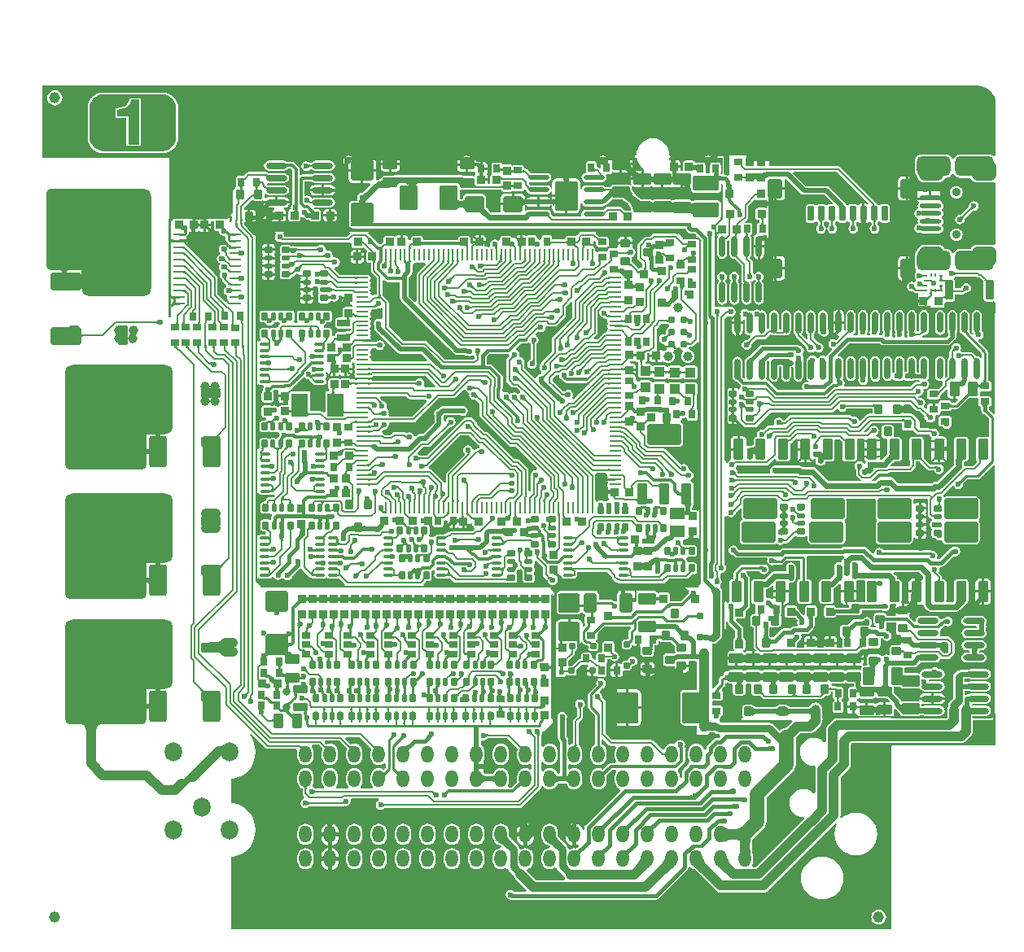
<source format=gtl>
G75*
G70*
%OFA0B0*%
%FSLAX25Y25*%
%IPPOS*%
%LPD*%
%AMOC8*
5,1,8,0,0,1.08239X$1,22.5*
%
%AMM1*
21,1,0.080710,0.097440,0.000000,0.000000,270.000000*
21,1,0.040350,0.137800,0.000000,0.000000,270.000000*
1,1,0.040350,-0.048720,-0.020180*
1,1,0.040350,-0.048720,0.020180*
1,1,0.040350,0.048720,0.020180*
1,1,0.040350,0.048720,-0.020180*
%
%AMM10*
21,1,0.125980,0.056690,0.000000,0.000000,180.000000*
21,1,0.111810,0.070870,0.000000,0.000000,180.000000*
1,1,0.014170,-0.055910,0.028350*
1,1,0.014170,0.055910,0.028350*
1,1,0.014170,0.055910,-0.028350*
1,1,0.014170,-0.055910,-0.028350*
%
%AMM101*
21,1,0.094490,0.111020,0.000000,0.000000,180.000000*
21,1,0.075590,0.129920,0.000000,0.000000,180.000000*
1,1,0.018900,-0.037800,0.055510*
1,1,0.018900,0.037800,0.055510*
1,1,0.018900,0.037800,-0.055510*
1,1,0.018900,-0.037800,-0.055510*
%
%AMM102*
21,1,0.023620,0.018900,0.000000,0.000000,270.000000*
21,1,0.018900,0.023620,0.000000,0.000000,270.000000*
1,1,0.004720,-0.009450,-0.009450*
1,1,0.004720,-0.009450,0.009450*
1,1,0.004720,0.009450,0.009450*
1,1,0.004720,0.009450,-0.009450*
%
%AMM103*
21,1,0.035830,0.026770,0.000000,0.000000,0.000000*
21,1,0.029130,0.033470,0.000000,0.000000,0.000000*
1,1,0.006690,0.014570,-0.013390*
1,1,0.006690,-0.014570,-0.013390*
1,1,0.006690,-0.014570,0.013390*
1,1,0.006690,0.014570,0.013390*
%
%AMM104*
21,1,0.023620,0.018900,0.000000,0.000000,180.000000*
21,1,0.018900,0.023620,0.000000,0.000000,180.000000*
1,1,0.004720,-0.009450,0.009450*
1,1,0.004720,0.009450,0.009450*
1,1,0.004720,0.009450,-0.009450*
1,1,0.004720,-0.009450,-0.009450*
%
%AMM105*
21,1,0.035430,0.030320,0.000000,0.000000,0.000000*
21,1,0.028350,0.037400,0.000000,0.000000,0.000000*
1,1,0.007090,0.014170,-0.015160*
1,1,0.007090,-0.014170,-0.015160*
1,1,0.007090,-0.014170,0.015160*
1,1,0.007090,0.014170,0.015160*
%
%AMM106*
21,1,0.078740,0.070870,0.000000,0.000000,270.000000*
21,1,0.062990,0.086610,0.000000,0.000000,270.000000*
1,1,0.015750,-0.035430,-0.031500*
1,1,0.015750,-0.035430,0.031500*
1,1,0.015750,0.035430,0.031500*
1,1,0.015750,0.035430,-0.031500*
%
%AMM107*
21,1,0.051180,0.068500,0.000000,0.000000,180.000000*
21,1,0.040950,0.078740,0.000000,0.000000,180.000000*
1,1,0.010240,-0.020470,0.034250*
1,1,0.010240,0.020470,0.034250*
1,1,0.010240,0.020470,-0.034250*
1,1,0.010240,-0.020470,-0.034250*
%
%AMM108*
21,1,0.033470,0.026770,0.000000,0.000000,90.000000*
21,1,0.026770,0.033470,0.000000,0.000000,90.000000*
1,1,0.006690,0.013390,0.013390*
1,1,0.006690,0.013390,-0.013390*
1,1,0.006690,-0.013390,-0.013390*
1,1,0.006690,-0.013390,0.013390*
%
%AMM109*
21,1,0.035830,0.026770,0.000000,0.000000,90.000000*
21,1,0.029130,0.033470,0.000000,0.000000,90.000000*
1,1,0.006690,0.013390,0.014570*
1,1,0.006690,0.013390,-0.014570*
1,1,0.006690,-0.013390,-0.014570*
1,1,0.006690,-0.013390,0.014570*
%
%AMM11*
21,1,0.007870,0.503940,0.000000,0.000000,180.000000*
21,1,0.000000,0.511810,0.000000,0.000000,180.000000*
1,1,0.007870,0.000000,0.251970*
1,1,0.007870,0.000000,0.251970*
1,1,0.007870,0.000000,-0.251970*
1,1,0.007870,0.000000,-0.251970*
%
%AMM110*
21,1,0.070870,0.036220,0.000000,0.000000,180.000000*
21,1,0.061810,0.045280,0.000000,0.000000,180.000000*
1,1,0.009060,-0.030910,0.018110*
1,1,0.009060,0.030910,0.018110*
1,1,0.009060,0.030910,-0.018110*
1,1,0.009060,-0.030910,-0.018110*
%
%AMM12*
21,1,0.009840,0.919290,0.000000,0.000000,270.000000*
21,1,0.000000,0.929130,0.000000,0.000000,270.000000*
1,1,0.009840,-0.459650,0.000000*
1,1,0.009840,-0.459650,0.000000*
1,1,0.009840,0.459650,0.000000*
1,1,0.009840,0.459650,0.000000*
%
%AMM121*
21,1,0.106300,0.050390,0.000000,0.000000,0.000000*
21,1,0.093700,0.062990,0.000000,0.000000,0.000000*
1,1,0.012600,0.046850,-0.025200*
1,1,0.012600,-0.046850,-0.025200*
1,1,0.012600,-0.046850,0.025200*
1,1,0.012600,0.046850,0.025200*
%
%AMM122*
21,1,0.074800,0.083460,0.000000,0.000000,180.000000*
21,1,0.059840,0.098430,0.000000,0.000000,180.000000*
1,1,0.014960,-0.029920,0.041730*
1,1,0.014960,0.029920,0.041730*
1,1,0.014960,0.029920,-0.041730*
1,1,0.014960,-0.029920,-0.041730*
%
%AMM123*
21,1,0.122050,0.075590,0.000000,0.000000,270.000000*
21,1,0.103150,0.094490,0.000000,0.000000,270.000000*
1,1,0.018900,-0.037800,-0.051580*
1,1,0.018900,-0.037800,0.051580*
1,1,0.018900,0.037800,0.051580*
1,1,0.018900,0.037800,-0.051580*
%
%AMM124*
21,1,0.078740,0.053540,0.000000,0.000000,180.000000*
21,1,0.065350,0.066930,0.000000,0.000000,180.000000*
1,1,0.013390,-0.032680,0.026770*
1,1,0.013390,0.032680,0.026770*
1,1,0.013390,0.032680,-0.026770*
1,1,0.013390,-0.032680,-0.026770*
%
%AMM125*
21,1,0.086610,0.073230,0.000000,0.000000,90.000000*
21,1,0.069290,0.090550,0.000000,0.000000,90.000000*
1,1,0.017320,0.036610,0.034650*
1,1,0.017320,0.036610,-0.034650*
1,1,0.017320,-0.036610,-0.034650*
1,1,0.017320,-0.036610,0.034650*
%
%AMM13*
21,1,0.007870,0.041340,0.000000,0.000000,0.000000*
21,1,0.000000,0.049210,0.000000,0.000000,0.000000*
1,1,0.007870,0.000000,-0.020670*
1,1,0.007870,0.000000,-0.020670*
1,1,0.007870,0.000000,0.020670*
1,1,0.007870,0.000000,0.020670*
%
%AMM131*
21,1,0.078740,0.045670,0.000000,0.000000,270.000000*
21,1,0.067320,0.057090,0.000000,0.000000,270.000000*
1,1,0.011420,-0.022840,-0.033660*
1,1,0.011420,-0.022840,0.033660*
1,1,0.011420,0.022840,0.033660*
1,1,0.011420,0.022840,-0.033660*
%
%AMM132*
21,1,0.059060,0.020470,0.000000,0.000000,270.000000*
21,1,0.053940,0.025590,0.000000,0.000000,270.000000*
1,1,0.005120,-0.010240,-0.026970*
1,1,0.005120,-0.010240,0.026970*
1,1,0.005120,0.010240,0.026970*
1,1,0.005120,0.010240,-0.026970*
%
%AMM135*
21,1,0.070870,0.036220,0.000000,0.000000,270.000000*
21,1,0.061810,0.045280,0.000000,0.000000,270.000000*
1,1,0.009060,-0.018110,-0.030910*
1,1,0.009060,-0.018110,0.030910*
1,1,0.009060,0.018110,0.030910*
1,1,0.009060,0.018110,-0.030910*
%
%AMM136*
21,1,0.035430,0.030320,0.000000,0.000000,90.000000*
21,1,0.028350,0.037400,0.000000,0.000000,90.000000*
1,1,0.007090,0.015160,0.014170*
1,1,0.007090,0.015160,-0.014170*
1,1,0.007090,-0.015160,-0.014170*
1,1,0.007090,-0.015160,0.014170*
%
%AMM137*
21,1,0.043310,0.075980,0.000000,0.000000,180.000000*
21,1,0.034650,0.084650,0.000000,0.000000,180.000000*
1,1,0.008660,-0.017320,0.037990*
1,1,0.008660,0.017320,0.037990*
1,1,0.008660,0.017320,-0.037990*
1,1,0.008660,-0.017320,-0.037990*
%
%AMM138*
21,1,0.043310,0.075990,0.000000,0.000000,180.000000*
21,1,0.034650,0.084650,0.000000,0.000000,180.000000*
1,1,0.008660,-0.017320,0.037990*
1,1,0.008660,0.017320,0.037990*
1,1,0.008660,0.017320,-0.037990*
1,1,0.008660,-0.017320,-0.037990*
%
%AMM139*
21,1,0.137800,0.067720,0.000000,0.000000,180.000000*
21,1,0.120870,0.084650,0.000000,0.000000,180.000000*
1,1,0.016930,-0.060430,0.033860*
1,1,0.016930,0.060430,0.033860*
1,1,0.016930,0.060430,-0.033860*
1,1,0.016930,-0.060430,-0.033860*
%
%AMM14*
21,1,0.007870,0.029130,0.000000,0.000000,225.000000*
21,1,0.000000,0.037010,0.000000,0.000000,225.000000*
1,1,0.007870,-0.010300,0.010300*
1,1,0.007870,-0.010300,0.010300*
1,1,0.007870,0.010300,-0.010300*
1,1,0.007870,0.010300,-0.010300*
%
%AMM145*
21,1,0.033470,0.026770,0.000000,0.000000,0.000000*
21,1,0.026770,0.033470,0.000000,0.000000,0.000000*
1,1,0.006690,0.013390,-0.013390*
1,1,0.006690,-0.013390,-0.013390*
1,1,0.006690,-0.013390,0.013390*
1,1,0.006690,0.013390,0.013390*
%
%AMM15*
21,1,0.007870,0.014960,0.000000,0.000000,135.000000*
21,1,0.000000,0.022840,0.000000,0.000000,135.000000*
1,1,0.007870,0.005290,0.005290*
1,1,0.007870,0.005290,0.005290*
1,1,0.007870,-0.005290,-0.005290*
1,1,0.007870,-0.005290,-0.005290*
%
%AMM16*
21,1,0.007870,0.013780,0.000000,0.000000,45.000000*
21,1,0.000000,0.021650,0.000000,0.000000,45.000000*
1,1,0.007870,0.004870,-0.004870*
1,1,0.007870,0.004870,-0.004870*
1,1,0.007870,-0.004870,0.004870*
1,1,0.007870,-0.004870,0.004870*
%
%AMM17*
21,1,0.007870,0.039370,0.000000,0.000000,45.000000*
21,1,0.000000,0.047240,0.000000,0.000000,45.000000*
1,1,0.007870,0.013920,-0.013920*
1,1,0.007870,0.013920,-0.013920*
1,1,0.007870,-0.013920,0.013920*
1,1,0.007870,-0.013920,0.013920*
%
%AMM18*
21,1,0.007870,0.055120,0.000000,0.000000,270.000000*
21,1,0.000000,0.062990,0.000000,0.000000,270.000000*
1,1,0.007870,-0.027560,0.000000*
1,1,0.007870,-0.027560,0.000000*
1,1,0.007870,0.027560,0.000000*
1,1,0.007870,0.027560,0.000000*
%
%AMM19*
21,1,0.007870,0.023620,0.000000,0.000000,315.000000*
21,1,0.000000,0.031500,0.000000,0.000000,315.000000*
1,1,0.007870,-0.008350,-0.008350*
1,1,0.007870,-0.008350,-0.008350*
1,1,0.007870,0.008350,0.008350*
1,1,0.007870,0.008350,0.008350*
%
%AMM2*
21,1,0.080710,0.117130,0.000000,0.000000,270.000000*
21,1,0.040350,0.157480,0.000000,0.000000,270.000000*
1,1,0.040350,-0.058560,-0.020180*
1,1,0.040350,-0.058560,0.020180*
1,1,0.040350,0.058560,0.020180*
1,1,0.040350,0.058560,-0.020180*
%
%AMM20*
21,1,0.007870,1.704720,0.000000,0.000000,270.000000*
21,1,0.000000,1.712600,0.000000,0.000000,270.000000*
1,1,0.007870,-0.852360,0.000000*
1,1,0.007870,-0.852360,0.000000*
1,1,0.007870,0.852360,0.000000*
1,1,0.007870,0.852360,0.000000*
%
%AMM21*
21,1,0.007870,1.405510,0.000000,0.000000,180.000000*
21,1,0.000000,1.413390,0.000000,0.000000,180.000000*
1,1,0.007870,0.000000,0.702760*
1,1,0.007870,0.000000,0.702760*
1,1,0.007870,0.000000,-0.702760*
1,1,0.007870,0.000000,-0.702760*
%
%AMM22*
21,1,0.007870,1.787400,0.000000,0.000000,270.000000*
21,1,0.000000,1.795280,0.000000,0.000000,270.000000*
1,1,0.007870,-0.893700,0.000000*
1,1,0.007870,-0.893700,0.000000*
1,1,0.007870,0.893700,0.000000*
1,1,0.007870,0.893700,0.000000*
%
%AMM23*
21,1,0.007870,1.416930,0.000000,0.000000,180.000000*
21,1,0.000000,1.424800,0.000000,0.000000,180.000000*
1,1,0.007870,0.000000,0.708470*
1,1,0.007870,0.000000,0.708470*
1,1,0.007870,0.000000,-0.708470*
1,1,0.007870,0.000000,-0.708470*
%
%AMM24*
21,1,0.009840,0.017720,0.000000,0.000000,180.000000*
21,1,0.000000,0.027560,0.000000,0.000000,180.000000*
1,1,0.009840,0.000000,0.008860*
1,1,0.009840,0.000000,0.008860*
1,1,0.009840,0.000000,-0.008860*
1,1,0.009840,0.000000,-0.008860*
%
%AMM25*
21,1,0.047240,0.015750,0.000000,0.000000,135.000000*
1,1,0.015750,0.016700,-0.016700*
1,1,0.015750,-0.016700,0.016700*
%
%AMM26*
21,1,0.039370,0.007870,0.000000,0.000000,45.000000*
1,1,0.007870,-0.013920,-0.013920*
1,1,0.007870,0.013920,0.013920*
%
%AMM27*
21,1,0.003940,0.007870,0.000000,0.000000,135.000000*
1,1,0.007870,0.001390,-0.001390*
1,1,0.007870,-0.001390,0.001390*
%
%AMM28*
21,1,0.087800,0.007870,0.000000,0.000000,45.000000*
1,1,0.007870,-0.031040,-0.031040*
1,1,0.007870,0.031040,0.031040*
%
%AMM29*
21,1,0.031500,0.007870,0.000000,0.000000,315.000000*
1,1,0.007870,-0.011140,0.011140*
1,1,0.007870,0.011140,-0.011140*
%
%AMM3*
21,1,0.078740,0.059060,0.000000,0.000000,90.000000*
21,1,0.039370,0.098430,0.000000,0.000000,90.000000*
1,1,0.039370,0.029530,0.019680*
1,1,0.039370,0.029530,-0.019680*
1,1,0.039370,-0.029530,-0.019680*
1,1,0.039370,-0.029530,0.019680*
%
%AMM30*
21,1,0.015750,0.009840,0.000000,0.000000,45.000000*
1,1,0.009840,-0.005570,-0.005570*
1,1,0.009840,0.005570,0.005570*
%
%AMM31*
21,1,0.438980,0.226770,0.000000,0.000000,180.000000*
21,1,0.382280,0.283470,0.000000,0.000000,180.000000*
1,1,0.056690,-0.191140,0.113390*
1,1,0.056690,0.191140,0.113390*
1,1,0.056690,0.191140,-0.113390*
1,1,0.056690,-0.191140,-0.113390*
%
%AMM32*
21,1,0.332680,0.149610,0.000000,0.000000,180.000000*
21,1,0.295280,0.187010,0.000000,0.000000,180.000000*
1,1,0.037400,-0.147640,0.074800*
1,1,0.037400,0.147640,0.074800*
1,1,0.037400,0.147640,-0.074800*
1,1,0.037400,-0.147640,-0.074800*
%
%AMM33*
21,1,0.438980,0.226770,0.000000,0.000000,90.000000*
21,1,0.382280,0.283470,0.000000,0.000000,90.000000*
1,1,0.056690,0.113390,0.191140*
1,1,0.056690,0.113390,-0.191140*
1,1,0.056690,-0.113390,-0.191140*
1,1,0.056690,-0.113390,0.191140*
%
%AMM34*
21,1,0.332680,0.149610,0.000000,0.000000,90.000000*
21,1,0.295280,0.187010,0.000000,0.000000,90.000000*
1,1,0.037400,0.074800,0.147640*
1,1,0.037400,0.074800,-0.147640*
1,1,0.037400,-0.074800,-0.147640*
1,1,0.037400,-0.074800,0.147640*
%
%AMM4*
21,1,0.041340,0.070470,0.000000,0.000000,90.000000*
21,1,0.033070,0.078740,0.000000,0.000000,90.000000*
1,1,0.008270,0.035240,0.016540*
1,1,0.008270,0.035240,-0.016540*
1,1,0.008270,-0.035240,-0.016540*
1,1,0.008270,-0.035240,0.016540*
%
%AMM5*
21,1,0.041340,0.070470,0.000000,0.000000,0.000000*
21,1,0.033070,0.078740,0.000000,0.000000,0.000000*
1,1,0.008270,0.016540,-0.035240*
1,1,0.008270,-0.016540,-0.035240*
1,1,0.008270,-0.016540,0.035240*
1,1,0.008270,0.016540,0.035240*
%
%AMM55*
21,1,0.043310,0.075980,0.000000,0.000000,0.000000*
21,1,0.034650,0.084650,0.000000,0.000000,0.000000*
1,1,0.008660,0.017320,-0.037990*
1,1,0.008660,-0.017320,-0.037990*
1,1,0.008660,-0.017320,0.037990*
1,1,0.008660,0.017320,0.037990*
%
%AMM56*
21,1,0.043310,0.075990,0.000000,0.000000,0.000000*
21,1,0.034650,0.084650,0.000000,0.000000,0.000000*
1,1,0.008660,0.017320,-0.037990*
1,1,0.008660,-0.017320,-0.037990*
1,1,0.008660,-0.017320,0.037990*
1,1,0.008660,0.017320,0.037990*
%
%AMM57*
21,1,0.137800,0.067720,0.000000,0.000000,0.000000*
21,1,0.120870,0.084650,0.000000,0.000000,0.000000*
1,1,0.016930,0.060430,-0.033860*
1,1,0.016930,-0.060430,-0.033860*
1,1,0.016930,-0.060430,0.033860*
1,1,0.016930,0.060430,0.033860*
%
%AMM58*
21,1,0.025590,0.026380,0.000000,0.000000,90.000000*
21,1,0.020470,0.031500,0.000000,0.000000,90.000000*
1,1,0.005120,0.013190,0.010240*
1,1,0.005120,0.013190,-0.010240*
1,1,0.005120,-0.013190,-0.010240*
1,1,0.005120,-0.013190,0.010240*
%
%AMM59*
21,1,0.017720,0.027950,0.000000,0.000000,90.000000*
21,1,0.014170,0.031500,0.000000,0.000000,90.000000*
1,1,0.003540,0.013980,0.007090*
1,1,0.003540,0.013980,-0.007090*
1,1,0.003540,-0.013980,-0.007090*
1,1,0.003540,-0.013980,0.007090*
%
%AMM6*
21,1,0.033470,0.026770,0.000000,0.000000,180.000000*
21,1,0.026770,0.033470,0.000000,0.000000,180.000000*
1,1,0.006690,-0.013390,0.013390*
1,1,0.006690,0.013390,0.013390*
1,1,0.006690,0.013390,-0.013390*
1,1,0.006690,-0.013390,-0.013390*
%
%AMM60*
21,1,0.033470,0.026770,0.000000,0.000000,270.000000*
21,1,0.026770,0.033470,0.000000,0.000000,270.000000*
1,1,0.006690,-0.013390,-0.013390*
1,1,0.006690,-0.013390,0.013390*
1,1,0.006690,0.013390,0.013390*
1,1,0.006690,0.013390,-0.013390*
%
%AMM61*
21,1,0.039370,0.035430,0.000000,0.000000,270.000000*
21,1,0.031500,0.043310,0.000000,0.000000,270.000000*
1,1,0.007870,-0.017720,-0.015750*
1,1,0.007870,-0.017720,0.015750*
1,1,0.007870,0.017720,0.015750*
1,1,0.007870,0.017720,-0.015750*
%
%AMM62*
21,1,0.027560,0.030710,0.000000,0.000000,180.000000*
21,1,0.022050,0.036220,0.000000,0.000000,180.000000*
1,1,0.005510,-0.011020,0.015350*
1,1,0.005510,0.011020,0.015350*
1,1,0.005510,0.011020,-0.015350*
1,1,0.005510,-0.011020,-0.015350*
%
%AMM63*
21,1,0.027560,0.030710,0.000000,0.000000,90.000000*
21,1,0.022050,0.036220,0.000000,0.000000,90.000000*
1,1,0.005510,0.015350,0.011020*
1,1,0.005510,0.015350,-0.011020*
1,1,0.005510,-0.015350,-0.011020*
1,1,0.005510,-0.015350,0.011020*
%
%AMM64*
21,1,0.035430,0.030320,0.000000,0.000000,270.000000*
21,1,0.028350,0.037400,0.000000,0.000000,270.000000*
1,1,0.007090,-0.015160,-0.014170*
1,1,0.007090,-0.015160,0.014170*
1,1,0.007090,0.015160,0.014170*
1,1,0.007090,0.015160,-0.014170*
%
%AMM65*
21,1,0.023620,0.030710,0.000000,0.000000,180.000000*
21,1,0.018900,0.035430,0.000000,0.000000,180.000000*
1,1,0.004720,-0.009450,0.015350*
1,1,0.004720,0.009450,0.015350*
1,1,0.004720,0.009450,-0.015350*
1,1,0.004720,-0.009450,-0.015350*
%
%AMM66*
21,1,0.025590,0.026380,0.000000,0.000000,0.000000*
21,1,0.020470,0.031500,0.000000,0.000000,0.000000*
1,1,0.005120,0.010240,-0.013190*
1,1,0.005120,-0.010240,-0.013190*
1,1,0.005120,-0.010240,0.013190*
1,1,0.005120,0.010240,0.013190*
%
%AMM67*
21,1,0.017720,0.027950,0.000000,0.000000,0.000000*
21,1,0.014170,0.031500,0.000000,0.000000,0.000000*
1,1,0.003540,0.007090,-0.013980*
1,1,0.003540,-0.007090,-0.013980*
1,1,0.003540,-0.007090,0.013980*
1,1,0.003540,0.007090,0.013980*
%
%AMM68*
21,1,0.035830,0.026770,0.000000,0.000000,270.000000*
21,1,0.029130,0.033470,0.000000,0.000000,270.000000*
1,1,0.006690,-0.013390,-0.014570*
1,1,0.006690,-0.013390,0.014570*
1,1,0.006690,0.013390,0.014570*
1,1,0.006690,0.013390,-0.014570*
%
%AMM69*
21,1,0.035430,0.030320,0.000000,0.000000,180.000000*
21,1,0.028350,0.037400,0.000000,0.000000,180.000000*
1,1,0.007090,-0.014170,0.015160*
1,1,0.007090,0.014170,0.015160*
1,1,0.007090,0.014170,-0.015160*
1,1,0.007090,-0.014170,-0.015160*
%
%AMM7*
21,1,0.125980,0.056690,0.000000,0.000000,270.000000*
21,1,0.111810,0.070870,0.000000,0.000000,270.000000*
1,1,0.014170,-0.028350,-0.055910*
1,1,0.014170,-0.028350,0.055910*
1,1,0.014170,0.028350,0.055910*
1,1,0.014170,0.028350,-0.055910*
%
%AMM70*
21,1,0.027560,0.049610,0.000000,0.000000,270.000000*
21,1,0.022050,0.055120,0.000000,0.000000,270.000000*
1,1,0.005510,-0.024800,-0.011020*
1,1,0.005510,-0.024800,0.011020*
1,1,0.005510,0.024800,0.011020*
1,1,0.005510,0.024800,-0.011020*
%
%AMM71*
21,1,0.035830,0.026770,0.000000,0.000000,180.000000*
21,1,0.029130,0.033470,0.000000,0.000000,180.000000*
1,1,0.006690,-0.014570,0.013390*
1,1,0.006690,0.014570,0.013390*
1,1,0.006690,0.014570,-0.013390*
1,1,0.006690,-0.014570,-0.013390*
%
%AMM8*
21,1,0.031500,0.072440,0.000000,0.000000,180.000000*
21,1,0.025200,0.078740,0.000000,0.000000,180.000000*
1,1,0.006300,-0.012600,0.036220*
1,1,0.006300,0.012600,0.036220*
1,1,0.006300,0.012600,-0.036220*
1,1,0.006300,-0.012600,-0.036220*
%
%AMM89*
21,1,0.035430,0.050000,0.000000,0.000000,270.000000*
21,1,0.028350,0.057090,0.000000,0.000000,270.000000*
1,1,0.007090,-0.025000,-0.014170*
1,1,0.007090,-0.025000,0.014170*
1,1,0.007090,0.025000,0.014170*
1,1,0.007090,0.025000,-0.014170*
%
%AMM9*
21,1,0.027560,0.030710,0.000000,0.000000,270.000000*
21,1,0.022050,0.036220,0.000000,0.000000,270.000000*
1,1,0.005510,-0.015350,-0.011020*
1,1,0.005510,-0.015350,0.011020*
1,1,0.005510,0.015350,0.011020*
1,1,0.005510,0.015350,-0.011020*
%
%AMM90*
21,1,0.086610,0.073230,0.000000,0.000000,270.000000*
21,1,0.069290,0.090550,0.000000,0.000000,270.000000*
1,1,0.017320,-0.036610,-0.034650*
1,1,0.017320,-0.036610,0.034650*
1,1,0.017320,0.036610,0.034650*
1,1,0.017320,0.036610,-0.034650*
%
%AMM91*
21,1,0.039370,0.049210,0.000000,0.000000,180.000000*
21,1,0.031500,0.057090,0.000000,0.000000,180.000000*
1,1,0.007870,-0.015750,0.024610*
1,1,0.007870,0.015750,0.024610*
1,1,0.007870,0.015750,-0.024610*
1,1,0.007870,-0.015750,-0.024610*
%
%AMM92*
21,1,0.023620,0.030710,0.000000,0.000000,90.000000*
21,1,0.018900,0.035430,0.000000,0.000000,90.000000*
1,1,0.004720,0.015350,0.009450*
1,1,0.004720,0.015350,-0.009450*
1,1,0.004720,-0.015350,-0.009450*
1,1,0.004720,-0.015350,0.009450*
%
%AMM93*
21,1,0.027560,0.030710,0.000000,0.000000,0.000000*
21,1,0.022050,0.036220,0.000000,0.000000,0.000000*
1,1,0.005510,0.011020,-0.015350*
1,1,0.005510,-0.011020,-0.015350*
1,1,0.005510,-0.011020,0.015350*
1,1,0.005510,0.011020,0.015350*
%
%AMM94*
21,1,0.039370,0.049210,0.000000,0.000000,90.000000*
21,1,0.031500,0.057090,0.000000,0.000000,90.000000*
1,1,0.007870,0.024610,0.015750*
1,1,0.007870,0.024610,-0.015750*
1,1,0.007870,-0.024610,-0.015750*
1,1,0.007870,-0.024610,0.015750*
%
%ADD100R,0.01968X0.01968*%
%ADD105O,0.01968X0.50000*%
%ADD106M131*%
%ADD107O,0.01968X0.11811*%
%ADD109O,0.19685X0.01575*%
%ADD11O,0.05118X0.00866*%
%ADD110R,0.03937X0.11811*%
%ADD112M27*%
%ADD114C,0.02756*%
%ADD117R,0.05906X0.05118*%
%ADD118M67*%
%ADD12M33*%
%ADD122O,0.00787X0.16732*%
%ADD125O,0.00787X0.12205*%
%ADD127O,0.03937X0.05906*%
%ADD128C,0.02362*%
%ADD129O,0.01575X0.28347*%
%ADD130C,0.05118*%
%ADD132M17*%
%ADD133O,0.07087X0.07874*%
%ADD134C,0.04535*%
%ADD135M1*%
%ADD136M70*%
%ADD137C,0.01378*%
%ADD139M56*%
%ADD14C,0.03100*%
%ADD140O,0.06693X0.00787*%
%ADD143M30*%
%ADD145M14*%
%ADD147O,0.00787X0.22323*%
%ADD149M26*%
%ADD15M61*%
%ADD152C,0.03937*%
%ADD155O,0.01968X0.00984*%
%ADD158O,0.04724X0.01968*%
%ADD159M93*%
%ADD163M71*%
%ADD165M68*%
%ADD166M58*%
%ADD167M137*%
%ADD168O,0.00787X0.56693*%
%ADD17M55*%
%ADD172O,0.00787X0.34744*%
%ADD173O,0.08661X0.01968*%
%ADD174M104*%
%ADD175M90*%
%ADD178M102*%
%ADD18R,0.01378X0.00984*%
%ADD180M31*%
%ADD181M63*%
%ADD182M15*%
%ADD184M9*%
%ADD185O,0.08661X0.02362*%
%ADD186M25*%
%ADD189M106*%
%ADD19M94*%
%ADD191O,0.02362X0.08661*%
%ADD192M122*%
%ADD193M65*%
%ADD194M91*%
%ADD195M3*%
%ADD196M64*%
%ADD200O,1.18110X0.01575*%
%ADD201O,0.01968X0.03937*%
%ADD202O,0.20669X0.00787*%
%ADD205O,0.05118X0.07087*%
%ADD207O,0.03937X0.01968*%
%ADD208M132*%
%ADD21M19*%
%ADD211O,0.00787X0.36221*%
%ADD214M7*%
%ADD217M32*%
%ADD218M29*%
%ADD220M121*%
%ADD221M12*%
%ADD223M8*%
%ADD227M24*%
%ADD228O,0.38583X0.01575*%
%ADD231O,0.00787X1.01772*%
%ADD233O,0.03150X0.02362*%
%ADD235R,0.06693X0.09449*%
%ADD236O,0.00984X0.01968*%
%ADD241C,0.00984*%
%ADD243O,0.04961X0.00984*%
%ADD244O,0.25591X0.00787*%
%ADD245C,0.03150*%
%ADD246M6*%
%ADD247M110*%
%ADD249M23*%
%ADD250O,0.03937X0.34429*%
%ADD251M103*%
%ADD253O,0.54331X0.00787*%
%ADD254M13*%
%ADD26C,0.01575*%
%ADD260O,0.00787X0.33071*%
%ADD261M59*%
%ADD263M145*%
%ADD266O,0.00984X0.40158*%
%ADD267M62*%
%ADD268O,1.39370X0.01575*%
%ADD269R,0.07874X0.03937*%
%ADD270M18*%
%ADD271O,0.00787X0.16339*%
%ADD272M135*%
%ADD275C,0.01968*%
%ADD276O,0.00787X0.26772*%
%ADD277O,0.00787X0.14173*%
%ADD279M136*%
%ADD28M123*%
%ADD280M66*%
%ADD281M109*%
%ADD283R,0.11811X0.03937*%
%ADD286M22*%
%ADD288O,0.00787X0.01575*%
%ADD289O,0.22835X0.00984*%
%ADD29M89*%
%ADD294O,0.00866X0.05118*%
%ADD295M34*%
%ADD296M10*%
%ADD297O,0.68504X0.01575*%
%ADD298O,0.44587X0.00787*%
%ADD30M108*%
%ADD300O,0.35433X0.01575*%
%ADD304M57*%
%ADD305C,0.03900*%
%ADD32M5*%
%ADD34M21*%
%ADD36R,0.03937X0.07874*%
%ADD39R,0.00984X0.01378*%
%ADD40M69*%
%ADD41C,0.03543*%
%ADD42O,0.04331X0.01181*%
%ADD43M11*%
%ADD46C,0.05906*%
%ADD47O,0.43701X0.00787*%
%ADD50O,0.01968X0.44882*%
%ADD51M105*%
%ADD54M28*%
%ADD56O,1.01181X0.00787*%
%ADD59M101*%
%ADD60M124*%
%ADD62M60*%
%ADD64C,0.01181*%
%ADD65C,0.00787*%
%ADD66O,0.00787X0.01968*%
%ADD68O,0.01575X0.21260*%
%ADD69O,0.56890X0.01968*%
%ADD74M16*%
%ADD75M4*%
%ADD76M107*%
%ADD78M20*%
%ADD79O,0.08858X0.01968*%
%ADD82O,0.00787X0.28543*%
%ADD87M138*%
%ADD91M139*%
%ADD93M125*%
%ADD94M2*%
%ADD95O,0.00787X0.02756*%
%ADD99M92*%
X0000000Y0000000D02*
G01*
G75*
G36*
X0384921Y0345905D02*
X0386322Y0345481D01*
X0387613Y0344791D01*
X0388744Y0343862D01*
X0389673Y0342731D01*
X0390363Y0341440D01*
X0390787Y0340039D01*
X0390927Y0338619D01*
X0390912Y0338583D01*
X0390912Y0317391D01*
X0390180Y0317125D01*
X0390125Y0317118D01*
X0389550Y0317559D01*
X0388868Y0317841D01*
X0388136Y0317938D01*
X0376423Y0317938D01*
X0375691Y0317841D01*
X0375009Y0317559D01*
X0374423Y0317109D01*
X0373973Y0316523D01*
X0373847Y0316220D01*
X0372995Y0316220D01*
X0372870Y0316523D01*
X0372420Y0317109D01*
X0371834Y0317559D01*
X0371152Y0317841D01*
X0370419Y0317938D01*
X0360675Y0317938D01*
X0359943Y0317841D01*
X0359261Y0317559D01*
X0358675Y0317109D01*
X0358225Y0316523D01*
X0357942Y0315841D01*
X0357846Y0315108D01*
X0357846Y0311073D01*
X0357942Y0310341D01*
X0358225Y0309658D01*
X0358675Y0309072D01*
X0358962Y0308852D01*
X0359004Y0308533D01*
X0359282Y0307862D01*
X0359723Y0307286D01*
X0360299Y0306845D01*
X0360969Y0306567D01*
X0361689Y0306472D01*
X0367595Y0306472D01*
X0368314Y0306567D01*
X0368984Y0306845D01*
X0369560Y0307286D01*
X0370002Y0307862D01*
X0370160Y0308243D01*
X0370419Y0308243D01*
X0371152Y0308340D01*
X0371834Y0308623D01*
X0372420Y0309072D01*
X0372870Y0309658D01*
X0372995Y0309961D01*
X0373847Y0309961D01*
X0373973Y0309658D01*
X0374423Y0309072D01*
X0375009Y0308623D01*
X0375691Y0308340D01*
X0376423Y0308243D01*
X0380580Y0308243D01*
X0380738Y0307862D01*
X0381180Y0307286D01*
X0381756Y0306845D01*
X0382426Y0306567D01*
X0383146Y0306472D01*
X0389051Y0306472D01*
X0389771Y0306567D01*
X0390125Y0306714D01*
X0390912Y0306287D01*
X0390912Y0281114D01*
X0390125Y0280688D01*
X0389771Y0280835D01*
X0389051Y0280929D01*
X0383146Y0280929D01*
X0382426Y0280835D01*
X0381756Y0280557D01*
X0381180Y0280115D01*
X0380738Y0279539D01*
X0380580Y0279158D01*
X0376423Y0279158D01*
X0375691Y0279062D01*
X0375009Y0278779D01*
X0374423Y0278329D01*
X0373973Y0277743D01*
X0373847Y0277440D01*
X0372995Y0277440D01*
X0372870Y0277743D01*
X0372420Y0278329D01*
X0371834Y0278779D01*
X0371152Y0279062D01*
X0370419Y0279158D01*
X0370160Y0279158D01*
X0370002Y0279539D01*
X0369560Y0280115D01*
X0368984Y0280557D01*
X0368314Y0280835D01*
X0367595Y0280929D01*
X0361689Y0280929D01*
X0360969Y0280835D01*
X0360299Y0280557D01*
X0359723Y0280115D01*
X0359282Y0279539D01*
X0359004Y0278869D01*
X0358962Y0278550D01*
X0358675Y0278329D01*
X0358225Y0277743D01*
X0357942Y0277061D01*
X0357846Y0276329D01*
X0357846Y0272293D01*
X0357942Y0271561D01*
X0358225Y0270879D01*
X0358348Y0270719D01*
X0358244Y0269737D01*
X0358193Y0269672D01*
X0358128Y0269628D01*
X0357693Y0268977D01*
X0357540Y0268209D01*
X0357693Y0267441D01*
X0358128Y0266790D01*
X0358109Y0265967D01*
X0357461Y0265509D01*
X0357422Y0265535D01*
X0356654Y0265688D01*
X0355886Y0265535D01*
X0355235Y0265100D01*
X0354800Y0264449D01*
X0354647Y0263681D01*
X0354800Y0262913D01*
X0355235Y0262262D01*
X0355886Y0261827D01*
X0356654Y0261674D01*
X0356825Y0261708D01*
X0356840Y0261706D01*
X0356924Y0261712D01*
X0356970Y0261712D01*
X0357008Y0261708D01*
X0357039Y0261702D01*
X0357067Y0261694D01*
X0357092Y0261684D01*
X0357117Y0261672D01*
X0357141Y0261657D01*
X0357444Y0261353D01*
X0357835Y0261092D01*
X0358296Y0261000D01*
X0359055Y0261000D01*
X0359055Y0258182D01*
X0359093Y0258185D01*
X0359213Y0258205D01*
X0359316Y0258232D01*
X0359404Y0258268D01*
X0359476Y0258311D01*
X0359532Y0258362D01*
X0359572Y0258421D01*
X0359596Y0258488D01*
X0359604Y0258563D01*
X0359604Y0256988D01*
X0359596Y0257063D01*
X0359572Y0257130D01*
X0359532Y0257189D01*
X0359476Y0257240D01*
X0359404Y0257283D01*
X0359316Y0257319D01*
X0359213Y0257347D01*
X0359093Y0257366D01*
X0359055Y0257369D01*
X0359055Y0255805D01*
X0364386Y0255805D01*
X0364392Y0255800D01*
X0364083Y0255041D01*
X0364043Y0255012D01*
X0287418Y0255012D01*
X0285051Y0252646D01*
X0284326Y0253034D01*
X0284389Y0253352D01*
X0284236Y0254120D01*
X0283801Y0254771D01*
X0283282Y0255118D01*
X0283344Y0255723D01*
X0283413Y0255905D01*
X0296555Y0255905D01*
X0296555Y0255906D01*
X0296555Y0283858D01*
X0297736Y0283858D01*
X0297835Y0283957D01*
X0298622Y0283818D01*
X0298622Y0257480D01*
X0298524Y0257382D01*
X0353709Y0257382D01*
X0353709Y0267323D01*
X0356303Y0267323D01*
X0356303Y0315654D01*
X0356348Y0315699D01*
X0289321Y0315699D01*
X0288814Y0316277D01*
X0288809Y0317442D01*
X0281988Y0317442D01*
X0281988Y0309465D01*
X0281201Y0309209D01*
X0280831Y0309456D01*
X0280217Y0309578D01*
X0279626Y0310058D01*
X0279626Y0317224D01*
X0277165Y0317224D01*
X0276083Y0316142D01*
X0274978Y0316142D01*
X0274593Y0316719D01*
X0273876Y0317197D01*
X0273031Y0317365D01*
X0272187Y0317197D01*
X0271470Y0316719D01*
X0271085Y0316142D01*
X0257972Y0316142D01*
X0257972Y0317028D01*
X0257579Y0317421D01*
X0257315Y0317712D01*
X0257316Y0317717D01*
X0257187Y0319029D01*
X0256804Y0320290D01*
X0256182Y0321453D01*
X0255346Y0322472D01*
X0254327Y0323308D01*
X0253164Y0323930D01*
X0251903Y0324313D01*
X0250590Y0324442D01*
X0249278Y0324313D01*
X0248017Y0323930D01*
X0246854Y0323308D01*
X0245835Y0322472D01*
X0244999Y0321453D01*
X0244377Y0320290D01*
X0243994Y0319029D01*
X0243865Y0317717D01*
X0243598Y0317421D01*
X0243307Y0317421D01*
X0243307Y0316339D01*
X0243110Y0316142D01*
X0232083Y0316114D01*
X0231679Y0316719D01*
X0230963Y0317197D01*
X0230118Y0317365D01*
X0229273Y0317197D01*
X0228557Y0316719D01*
X0228146Y0316104D01*
X0212697Y0316065D01*
X0212077Y0316073D01*
X0193504Y0316066D01*
X0176210Y0316066D01*
X0175774Y0316719D01*
X0175057Y0317197D01*
X0174213Y0317365D01*
X0173368Y0317197D01*
X0172652Y0316719D01*
X0172215Y0316066D01*
X0127929Y0316066D01*
X0127493Y0316719D01*
X0126777Y0317197D01*
X0125932Y0317365D01*
X0125087Y0317197D01*
X0124371Y0316719D01*
X0123892Y0316002D01*
X0123724Y0315158D01*
X0123892Y0314313D01*
X0124371Y0313596D01*
X0124794Y0313314D01*
X0124707Y0290354D01*
X0124705Y0289665D01*
X0124705Y0289567D01*
X0125827Y0289567D01*
X0126150Y0289173D01*
X0126272Y0288559D01*
X0126620Y0288038D01*
X0127141Y0287690D01*
X0127756Y0287568D01*
X0263761Y0287568D01*
X0263804Y0287351D01*
X0264152Y0286830D01*
X0265011Y0285971D01*
X0265011Y0285971D01*
X0265532Y0285623D01*
X0266146Y0285501D01*
X0266146Y0285501D01*
X0267504Y0285501D01*
X0268556Y0284449D01*
X0268230Y0283662D01*
X0263071Y0283662D01*
X0260315Y0286417D01*
X0089459Y0286417D01*
X0088026Y0284984D01*
X0087896Y0284927D01*
X0087053Y0284903D01*
X0086977Y0284978D01*
X0086939Y0285168D01*
X0086678Y0285559D01*
X0086678Y0285559D01*
X0084606Y0287631D01*
X0084606Y0287854D01*
X0084381Y0287857D01*
X0083230Y0289007D01*
X0083230Y0289055D01*
X0083293Y0289370D01*
X0083293Y0289837D01*
X0083801Y0290345D01*
X0121210Y0290345D01*
X0121210Y0315394D01*
X0078592Y0315394D01*
X0078592Y0294032D01*
X0077557Y0292996D01*
X0078355Y0292198D01*
X0078355Y0290475D01*
X0077605Y0290130D01*
X0077165Y0290469D01*
X0077165Y0291929D01*
X0054236Y0291929D01*
X0053150Y0290843D01*
X0052362Y0291003D01*
X0052362Y0316527D01*
X0000426Y0316527D01*
X0000426Y0346030D01*
X0383465Y0346030D01*
X0383500Y0346045D01*
X0384921Y0345905D01*
D02*
G37*
G36*
X0278463Y0308864D02*
X0278543Y0308842D01*
X0278651Y0308823D01*
X0278786Y0308806D01*
X0279357Y0308771D01*
X0280178Y0308760D01*
X0280178Y0307185D01*
X0279877Y0307184D01*
X0278543Y0307103D01*
X0278463Y0307081D01*
X0278411Y0307057D01*
X0278411Y0308888D01*
X0278463Y0308864D01*
D02*
G37*
G36*
X0279176Y0292566D02*
X0279200Y0292203D01*
X0279214Y0292108D01*
X0279232Y0292027D01*
X0279253Y0291959D01*
X0279277Y0291904D01*
X0279304Y0291863D01*
X0279335Y0291835D01*
X0278002Y0291035D01*
X0278075Y0291092D01*
X0278140Y0291172D01*
X0278198Y0291275D01*
X0278248Y0291399D01*
X0278291Y0291547D01*
X0278325Y0291716D01*
X0278352Y0291908D01*
X0278383Y0292359D01*
X0278387Y0292618D01*
X0279174Y0292714D01*
X0279176Y0292566D01*
D02*
G37*
G36*
X0080468Y0289169D02*
X0080464Y0289140D01*
X0080459Y0289037D01*
X0080451Y0288364D01*
X0079664Y0288251D01*
X0079663Y0288402D01*
X0079629Y0288965D01*
X0079616Y0289038D01*
X0079602Y0289099D01*
X0079586Y0289147D01*
X0079567Y0289183D01*
X0080472Y0289183D01*
X0080468Y0289169D01*
D02*
G37*
G36*
X0274743Y0284688D02*
X0274714Y0284629D01*
X0274689Y0284561D01*
X0274667Y0284485D01*
X0274648Y0284399D01*
X0274633Y0284306D01*
X0274613Y0284092D01*
X0274606Y0283844D01*
X0273425Y0283611D01*
X0273422Y0283738D01*
X0273400Y0283964D01*
X0273380Y0284063D01*
X0273355Y0284153D01*
X0273324Y0284233D01*
X0273288Y0284305D01*
X0273245Y0284367D01*
X0273198Y0284420D01*
X0273144Y0284464D01*
X0274775Y0284739D01*
X0274743Y0284688D01*
D02*
G37*
G36*
X0010244Y0270468D02*
X0010252Y0270382D01*
X0011024Y0270382D01*
X0010874Y0270366D01*
X0010740Y0270319D01*
X0010622Y0270239D01*
X0010520Y0270128D01*
X0010433Y0269985D01*
X0010362Y0269811D01*
X0010355Y0269782D01*
X0010362Y0269754D01*
X0010433Y0269579D01*
X0010520Y0269436D01*
X0010622Y0269325D01*
X0010740Y0269246D01*
X0010874Y0269198D01*
X0011024Y0269182D01*
X0010252Y0269182D01*
X0010244Y0269097D01*
X0010236Y0268795D01*
X0008661Y0268795D01*
X0008654Y0269097D01*
X0008646Y0269182D01*
X0007874Y0269182D01*
X0008024Y0269198D01*
X0008157Y0269246D01*
X0008276Y0269325D01*
X0008378Y0269436D01*
X0008465Y0269579D01*
X0008535Y0269754D01*
X0008543Y0269782D01*
X0008535Y0269811D01*
X0008465Y0269985D01*
X0008378Y0270128D01*
X0008276Y0270239D01*
X0008157Y0270319D01*
X0008024Y0270366D01*
X0007874Y0270382D01*
X0008646Y0270382D01*
X0008654Y0270468D01*
X0008661Y0270769D01*
X0010236Y0270769D01*
X0010244Y0270468D01*
D02*
G37*
G36*
X0373863Y0269839D02*
X0373952Y0269765D01*
X0374043Y0269700D01*
X0374137Y0269644D01*
X0374234Y0269597D01*
X0374333Y0269557D01*
X0374434Y0269527D01*
X0374539Y0269506D01*
X0374646Y0269493D01*
X0374755Y0269488D01*
X0374755Y0268701D01*
X0374646Y0268696D01*
X0374539Y0268684D01*
X0374434Y0268662D01*
X0374333Y0268632D01*
X0374234Y0268593D01*
X0374137Y0268545D01*
X0374043Y0268489D01*
X0373952Y0268424D01*
X0373863Y0268350D01*
X0373777Y0268268D01*
X0373777Y0269921D01*
X0373863Y0269839D01*
D02*
G37*
G36*
X0360507Y0268915D02*
X0360592Y0268839D01*
X0360680Y0268772D01*
X0360771Y0268714D01*
X0360866Y0268665D01*
X0360964Y0268625D01*
X0361065Y0268593D01*
X0361159Y0268573D01*
X0361528Y0268590D01*
X0361528Y0267630D01*
X0361520Y0267656D01*
X0361496Y0267679D01*
X0361457Y0267699D01*
X0361402Y0267717D01*
X0361331Y0267732D01*
X0361244Y0267744D01*
X0361151Y0267751D01*
X0361135Y0267749D01*
X0361030Y0267728D01*
X0360928Y0267699D01*
X0360827Y0267661D01*
X0360729Y0267615D01*
X0360632Y0267561D01*
X0360538Y0267498D01*
X0360446Y0267427D01*
X0360355Y0267348D01*
X0360424Y0269000D01*
X0360507Y0268915D01*
D02*
G37*
G36*
X0016841Y0266600D02*
X0016872Y0266584D01*
X0017025Y0266531D01*
X0017205Y0266490D01*
X0017414Y0266461D01*
X0017650Y0266443D01*
X0017913Y0266437D01*
X0017913Y0264862D01*
X0017650Y0264856D01*
X0017414Y0264839D01*
X0017205Y0264809D01*
X0017025Y0264768D01*
X0016872Y0264715D01*
X0016841Y0264699D01*
X0016841Y0264075D01*
X0016825Y0264224D01*
X0016777Y0264358D01*
X0016698Y0264476D01*
X0016626Y0264543D01*
X0016581Y0264485D01*
X0016539Y0264385D01*
X0016525Y0264273D01*
X0016525Y0264616D01*
X0016444Y0264665D01*
X0016270Y0264736D01*
X0016063Y0264791D01*
X0015825Y0264831D01*
X0015556Y0264854D01*
X0015254Y0264862D01*
X0015254Y0266437D01*
X0015556Y0266445D01*
X0015825Y0266469D01*
X0016063Y0266508D01*
X0016270Y0266563D01*
X0016444Y0266634D01*
X0016525Y0266683D01*
X0016525Y0267026D01*
X0016539Y0266914D01*
X0016581Y0266814D01*
X0016626Y0266756D01*
X0016698Y0266823D01*
X0016777Y0266941D01*
X0016825Y0267075D01*
X0016841Y0267224D01*
X0016841Y0266600D01*
D02*
G37*
G36*
X0369127Y0267622D02*
X0369079Y0267599D01*
X0369037Y0267559D01*
X0369000Y0267504D01*
X0368969Y0267433D01*
X0368943Y0267347D01*
X0368923Y0267244D01*
X0368911Y0267143D01*
X0368923Y0267008D01*
X0368943Y0266905D01*
X0368969Y0266819D01*
X0369000Y0266748D01*
X0369037Y0266693D01*
X0369079Y0266653D01*
X0369127Y0266630D01*
X0369181Y0266622D01*
X0367827Y0266622D01*
X0367881Y0266630D01*
X0367929Y0266653D01*
X0367971Y0266693D01*
X0368008Y0266748D01*
X0368039Y0266819D01*
X0368065Y0266905D01*
X0368085Y0267008D01*
X0368097Y0267109D01*
X0368085Y0267244D01*
X0368065Y0267347D01*
X0368039Y0267433D01*
X0368008Y0267504D01*
X0367971Y0267559D01*
X0367929Y0267599D01*
X0367881Y0267622D01*
X0367827Y0267630D01*
X0369181Y0267630D01*
X0369127Y0267622D01*
D02*
G37*
G36*
X0362890Y0266605D02*
X0362913Y0266591D01*
X0362953Y0266578D01*
X0363008Y0266567D01*
X0363079Y0266557D01*
X0363268Y0266543D01*
X0363669Y0266535D01*
X0363669Y0265748D01*
X0363520Y0265747D01*
X0363008Y0265717D01*
X0362953Y0265706D01*
X0362913Y0265693D01*
X0362890Y0265678D01*
X0362882Y0265662D01*
X0362882Y0266622D01*
X0362890Y0266605D01*
D02*
G37*
G36*
X0387357Y0266667D02*
X0387624Y0266443D01*
X0387747Y0266359D01*
X0387862Y0266293D01*
X0387970Y0266245D01*
X0388070Y0266215D01*
X0388162Y0266205D01*
X0388248Y0266212D01*
X0388325Y0266238D01*
X0386830Y0265530D01*
X0386891Y0265572D01*
X0386927Y0265630D01*
X0386936Y0265702D01*
X0386921Y0265788D01*
X0386879Y0265890D01*
X0386812Y0266006D01*
X0386719Y0266137D01*
X0386600Y0266283D01*
X0386286Y0266618D01*
X0387212Y0266807D01*
X0387357Y0266667D01*
D02*
G37*
G36*
X0369189Y0266605D02*
X0369213Y0266589D01*
X0369252Y0266576D01*
X0369307Y0266564D01*
X0369378Y0266554D01*
X0369567Y0266540D01*
X0369968Y0266531D01*
X0369968Y0266529D01*
X0370020Y0266529D01*
X0371044Y0266461D01*
X0371108Y0266430D01*
X0371094Y0266393D01*
X0371004Y0266351D01*
X0370836Y0266303D01*
X0370591Y0266250D01*
X0370295Y0265350D01*
X0370310Y0265425D01*
X0370304Y0265492D01*
X0370277Y0265551D01*
X0370229Y0265602D01*
X0370160Y0265646D01*
X0370069Y0265681D01*
X0369957Y0265708D01*
X0369825Y0265728D01*
X0369720Y0265736D01*
X0369252Y0265704D01*
X0369213Y0265691D01*
X0369189Y0265677D01*
X0369181Y0265662D01*
X0369181Y0266622D01*
X0369189Y0266605D01*
D02*
G37*
G36*
X0361406Y0264478D02*
X0360876Y0263895D01*
X0360675Y0264037D01*
X0360917Y0264903D01*
X0361406Y0264478D01*
D02*
G37*
G36*
X0369127Y0263685D02*
X0369079Y0263662D01*
X0369037Y0263622D01*
X0369000Y0263567D01*
X0368969Y0263496D01*
X0368943Y0263410D01*
X0368923Y0263307D01*
X0368911Y0263206D01*
X0368923Y0263071D01*
X0368943Y0262968D01*
X0368969Y0262882D01*
X0369000Y0262811D01*
X0369037Y0262756D01*
X0369079Y0262716D01*
X0369127Y0262693D01*
X0369181Y0262685D01*
X0367827Y0262685D01*
X0367881Y0262693D01*
X0367929Y0262716D01*
X0367971Y0262756D01*
X0368008Y0262811D01*
X0368039Y0262882D01*
X0368065Y0262968D01*
X0368085Y0263071D01*
X0368097Y0263172D01*
X0368085Y0263307D01*
X0368065Y0263410D01*
X0368039Y0263496D01*
X0368008Y0263567D01*
X0367971Y0263622D01*
X0367929Y0263662D01*
X0367881Y0263685D01*
X0367827Y0263693D01*
X0369181Y0263693D01*
X0369127Y0263685D01*
D02*
G37*
G36*
X0365870Y0261417D02*
X0365862Y0261492D01*
X0365837Y0261559D01*
X0365797Y0261618D01*
X0365741Y0261669D01*
X0365669Y0261713D01*
X0365581Y0261748D01*
X0365477Y0261776D01*
X0365358Y0261795D01*
X0365356Y0261795D01*
X0365354Y0261795D01*
X0365236Y0261776D01*
X0365134Y0261748D01*
X0365047Y0261713D01*
X0364976Y0261669D01*
X0364921Y0261618D01*
X0364882Y0261559D01*
X0364858Y0261492D01*
X0364850Y0261417D01*
X0364850Y0262685D01*
X0364858Y0262668D01*
X0364882Y0262654D01*
X0364921Y0262641D01*
X0364976Y0262630D01*
X0365047Y0262620D01*
X0365236Y0262606D01*
X0365313Y0262605D01*
X0365733Y0262630D01*
X0365788Y0262641D01*
X0365827Y0262654D01*
X0365851Y0262668D01*
X0365859Y0262685D01*
X0365870Y0261417D01*
D02*
G37*
G36*
X0367827Y0261725D02*
X0367819Y0261741D01*
X0367795Y0261756D01*
X0367756Y0261769D01*
X0367701Y0261780D01*
X0367630Y0261789D01*
X0367441Y0261803D01*
X0367418Y0261804D01*
X0367323Y0261795D01*
X0367205Y0261776D01*
X0367102Y0261748D01*
X0367016Y0261713D01*
X0366945Y0261669D01*
X0366890Y0261618D01*
X0366850Y0261559D01*
X0366827Y0261492D01*
X0366819Y0261417D01*
X0366819Y0262685D01*
X0366827Y0262668D01*
X0366850Y0262654D01*
X0366890Y0262641D01*
X0366945Y0262630D01*
X0367016Y0262620D01*
X0367205Y0262606D01*
X0367281Y0262605D01*
X0367701Y0262630D01*
X0367756Y0262641D01*
X0367795Y0262654D01*
X0367819Y0262668D01*
X0367827Y0262685D01*
X0367827Y0261725D01*
D02*
G37*
G36*
X0357845Y0263666D02*
X0357866Y0263550D01*
X0357893Y0263438D01*
X0357927Y0263332D01*
X0357968Y0263229D01*
X0358015Y0263132D01*
X0358069Y0263039D01*
X0358129Y0262951D01*
X0358196Y0262867D01*
X0358270Y0262788D01*
X0357772Y0262172D01*
X0357690Y0262248D01*
X0357604Y0262314D01*
X0357515Y0262370D01*
X0357422Y0262418D01*
X0357325Y0262456D01*
X0357224Y0262485D01*
X0357119Y0262504D01*
X0357011Y0262514D01*
X0356899Y0262515D01*
X0356783Y0262507D01*
X0357831Y0263786D01*
X0357845Y0263666D01*
D02*
G37*
G36*
X0361528Y0261725D02*
X0361520Y0261741D01*
X0361496Y0261756D01*
X0361457Y0261769D01*
X0361402Y0261780D01*
X0361331Y0261789D01*
X0361142Y0261803D01*
X0360740Y0261811D01*
X0360740Y0262598D01*
X0360890Y0262599D01*
X0361402Y0262630D01*
X0361457Y0262641D01*
X0361496Y0262654D01*
X0361520Y0262668D01*
X0361528Y0262685D01*
X0361528Y0261725D01*
D02*
G37*
G36*
X0378827Y0262008D02*
X0378708Y0262005D01*
X0378593Y0261995D01*
X0378482Y0261976D01*
X0378376Y0261949D01*
X0378274Y0261914D01*
X0378176Y0261872D01*
X0378083Y0261821D01*
X0377994Y0261763D01*
X0377909Y0261697D01*
X0377829Y0261622D01*
X0377272Y0262179D01*
X0377346Y0262259D01*
X0377413Y0262344D01*
X0377471Y0262433D01*
X0377521Y0262527D01*
X0377564Y0262624D01*
X0377599Y0262726D01*
X0377625Y0262833D01*
X0377644Y0262943D01*
X0377655Y0263058D01*
X0377658Y0263177D01*
X0378827Y0262008D01*
D02*
G37*
G36*
X0383204Y0267751D02*
X0383204Y0267751D01*
X0383594Y0267490D01*
X0384055Y0267398D01*
X0384055Y0267398D01*
X0384360Y0267398D01*
X0385866Y0265892D01*
X0385995Y0265755D01*
X0386003Y0265745D01*
X0386003Y0258697D01*
X0386089Y0258267D01*
X0386332Y0257902D01*
X0386697Y0257658D01*
X0387127Y0257573D01*
X0389647Y0257573D01*
X0390077Y0257658D01*
X0390125Y0257691D01*
X0390912Y0257298D01*
X0390912Y0252962D01*
X0390125Y0252708D01*
X0387934Y0254899D01*
X0387934Y0255012D01*
X0370091Y0255012D01*
X0369951Y0255199D01*
X0369743Y0255800D01*
X0369876Y0255999D01*
X0369963Y0256437D01*
X0369963Y0256916D01*
X0370592Y0257573D01*
X0373111Y0257573D01*
X0373541Y0257658D01*
X0373906Y0257902D01*
X0374150Y0258267D01*
X0374235Y0258697D01*
X0374235Y0260623D01*
X0377476Y0260623D01*
X0377476Y0260623D01*
X0377937Y0260714D01*
X0378328Y0260975D01*
X0378464Y0261111D01*
X0378495Y0261132D01*
X0378528Y0261150D01*
X0378564Y0261165D01*
X0378603Y0261178D01*
X0378647Y0261189D01*
X0378697Y0261198D01*
X0378739Y0261202D01*
X0378839Y0261182D01*
X0379607Y0261335D01*
X0380258Y0261770D01*
X0380693Y0262421D01*
X0380846Y0263189D01*
X0380693Y0263957D01*
X0380258Y0264608D01*
X0379607Y0265043D01*
X0378839Y0265196D01*
X0378070Y0265043D01*
X0377419Y0264608D01*
X0376984Y0263957D01*
X0376832Y0263189D01*
X0376060Y0263031D01*
X0374235Y0263031D01*
X0374235Y0265941D01*
X0374150Y0266371D01*
X0374014Y0266574D01*
X0373918Y0266778D01*
X0374135Y0267530D01*
X0374352Y0267675D01*
X0374409Y0267760D01*
X0374441Y0267787D01*
X0374482Y0267816D01*
X0374521Y0267839D01*
X0374558Y0267858D01*
X0374595Y0267872D01*
X0374631Y0267883D01*
X0374668Y0267890D01*
X0383064Y0267890D01*
X0383204Y0267751D01*
D02*
G37*
G36*
X0373416Y0262539D02*
X0373440Y0262473D01*
X0373480Y0262413D01*
X0373536Y0262362D01*
X0373608Y0262319D01*
X0373696Y0262283D01*
X0373800Y0262256D01*
X0373920Y0262236D01*
X0374056Y0262225D01*
X0374207Y0262221D01*
X0374207Y0261433D01*
X0374056Y0261429D01*
X0373920Y0261417D01*
X0373800Y0261398D01*
X0373696Y0261370D01*
X0373608Y0261335D01*
X0373536Y0261291D01*
X0373480Y0261240D01*
X0373440Y0261181D01*
X0373416Y0261114D01*
X0373408Y0261039D01*
X0373408Y0262614D01*
X0373416Y0262539D01*
D02*
G37*
G36*
X0364834Y0261323D02*
X0364819Y0261299D01*
X0364806Y0261260D01*
X0364795Y0261205D01*
X0364785Y0261134D01*
X0364772Y0260945D01*
X0364764Y0260543D01*
X0363976Y0260543D01*
X0363976Y0260693D01*
X0363945Y0261205D01*
X0363934Y0261260D01*
X0363921Y0261299D01*
X0363906Y0261323D01*
X0363890Y0261331D01*
X0364850Y0261331D01*
X0364834Y0261323D01*
D02*
G37*
G36*
X0363484Y0258853D02*
X0363361Y0258724D01*
X0363158Y0258478D01*
X0363079Y0258360D01*
X0363015Y0258247D01*
X0362965Y0258138D01*
X0362931Y0258032D01*
X0362911Y0257930D01*
X0362906Y0257833D01*
X0362915Y0257739D01*
X0362598Y0259443D01*
X0362661Y0259437D01*
X0362727Y0259441D01*
X0362798Y0259457D01*
X0362872Y0259485D01*
X0362950Y0259523D01*
X0363033Y0259573D01*
X0363119Y0259633D01*
X0363209Y0259706D01*
X0363401Y0259883D01*
X0363484Y0258853D01*
D02*
G37*
G36*
X0370295Y0258758D02*
X0370288Y0258800D01*
X0370270Y0258838D01*
X0370238Y0258871D01*
X0370194Y0258900D01*
X0370138Y0258924D01*
X0370069Y0258944D01*
X0369988Y0258959D01*
X0369894Y0258970D01*
X0369787Y0258977D01*
X0369668Y0258979D01*
X0369668Y0259767D01*
X0369787Y0259769D01*
X0369988Y0259786D01*
X0370069Y0259802D01*
X0370138Y0259822D01*
X0370194Y0259846D01*
X0370238Y0259875D01*
X0370270Y0259908D01*
X0370288Y0259945D01*
X0370295Y0259987D01*
X0370295Y0258758D01*
D02*
G37*
G36*
X0281291Y0252899D02*
X0281282Y0252910D01*
X0281264Y0252920D01*
X0281238Y0252929D01*
X0281203Y0252937D01*
X0281159Y0252943D01*
X0281046Y0252953D01*
X0280812Y0252958D01*
X0280812Y0253746D01*
X0280899Y0253746D01*
X0281203Y0253767D01*
X0281238Y0253775D01*
X0281264Y0253783D01*
X0281282Y0253794D01*
X0281291Y0253805D01*
X0281291Y0252899D01*
D02*
G37*
G36*
X0277713Y0252515D02*
X0277639Y0252426D01*
X0277574Y0252335D01*
X0277518Y0252241D01*
X0277470Y0252145D01*
X0277432Y0252045D01*
X0277401Y0251943D01*
X0277379Y0251839D01*
X0277366Y0251732D01*
X0277362Y0251623D01*
X0276575Y0251623D01*
X0276571Y0251732D01*
X0276557Y0251839D01*
X0276536Y0251943D01*
X0276505Y0252045D01*
X0276466Y0252145D01*
X0276419Y0252241D01*
X0276363Y0252335D01*
X0276298Y0252426D01*
X0276224Y0252515D01*
X0276142Y0252601D01*
X0277795Y0252601D01*
X0277713Y0252515D01*
D02*
G37*
G36*
X0274907Y0251650D02*
X0274023Y0250766D01*
X0274017Y0250781D01*
X0274003Y0250803D01*
X0273981Y0250832D01*
X0273913Y0250913D01*
X0273677Y0251160D01*
X0273598Y0251239D01*
X0274433Y0252075D01*
X0274907Y0251650D01*
D02*
G37*
G36*
X0272639Y0250409D02*
X0272664Y0250003D01*
X0272675Y0249935D01*
X0272689Y0249879D01*
X0272705Y0249837D01*
X0272723Y0249808D01*
X0272743Y0249791D01*
X0271183Y0249240D01*
X0271063Y0249434D01*
X0272638Y0250543D01*
X0272639Y0250409D01*
D02*
G37*
G36*
X0048093Y0248281D02*
X0047995Y0248353D01*
X0047896Y0248418D01*
X0047795Y0248475D01*
X0047694Y0248524D01*
X0047592Y0248566D01*
X0047489Y0248601D01*
X0047384Y0248627D01*
X0047279Y0248646D01*
X0047173Y0248658D01*
X0047066Y0248661D01*
X0046953Y0249449D01*
X0047064Y0249453D01*
X0047172Y0249468D01*
X0047274Y0249491D01*
X0047373Y0249524D01*
X0047467Y0249566D01*
X0047557Y0249618D01*
X0047642Y0249679D01*
X0047723Y0249750D01*
X0047800Y0249830D01*
X0047873Y0249920D01*
X0048093Y0248281D01*
D02*
G37*
G36*
X0272743Y0247650D02*
X0272723Y0247633D01*
X0272705Y0247604D01*
X0272689Y0247562D01*
X0272675Y0247506D01*
X0272664Y0247437D01*
X0272647Y0247261D01*
X0272639Y0247032D01*
X0272638Y0246898D01*
X0271063Y0246898D01*
X0271183Y0248201D01*
X0272743Y0247650D01*
D02*
G37*
G36*
X0016533Y0244413D02*
X0016557Y0244346D01*
X0016597Y0244287D01*
X0016653Y0244236D01*
X0016725Y0244193D01*
X0016813Y0244158D01*
X0016917Y0244130D01*
X0017037Y0244110D01*
X0017173Y0244098D01*
X0017324Y0244094D01*
X0017324Y0243307D01*
X0017173Y0243303D01*
X0017037Y0243291D01*
X0016917Y0243272D01*
X0016813Y0243244D01*
X0016725Y0243209D01*
X0016653Y0243165D01*
X0016597Y0243114D01*
X0016557Y0243055D01*
X0016533Y0242988D01*
X0016525Y0242913D01*
X0016525Y0244488D01*
X0016533Y0244413D01*
D02*
G37*
G36*
X0015681Y0244413D02*
X0015705Y0244346D01*
X0015745Y0244287D01*
X0015801Y0244236D01*
X0015873Y0244193D01*
X0015961Y0244158D01*
X0016064Y0244130D01*
X0016184Y0244110D01*
X0016320Y0244098D01*
X0016472Y0244094D01*
X0016472Y0243307D01*
X0016320Y0243303D01*
X0016184Y0243291D01*
X0016064Y0243272D01*
X0015961Y0243244D01*
X0015873Y0243209D01*
X0015801Y0243165D01*
X0015745Y0243114D01*
X0015705Y0243055D01*
X0015681Y0242988D01*
X0015673Y0242913D01*
X0015673Y0244488D01*
X0015681Y0244413D01*
D02*
G37*
G36*
X0060188Y0239628D02*
X0060182Y0239541D01*
X0060194Y0239447D01*
X0060225Y0239346D01*
X0060273Y0239238D01*
X0060340Y0239123D01*
X0060425Y0239000D01*
X0060528Y0238869D01*
X0060649Y0238732D01*
X0060789Y0238587D01*
X0060311Y0237951D01*
X0059694Y0238520D01*
X0060211Y0239707D01*
X0060188Y0239628D01*
D02*
G37*
G36*
X0055567Y0239527D02*
X0055559Y0239442D01*
X0055570Y0239350D01*
X0055599Y0239250D01*
X0055647Y0239142D01*
X0055713Y0239027D01*
X0055798Y0238904D01*
X0055901Y0238774D01*
X0056022Y0238636D01*
X0056163Y0238490D01*
X0055770Y0237769D01*
X0055068Y0238520D01*
X0055594Y0239604D01*
X0055567Y0239527D01*
D02*
G37*
G36*
X0069795Y0231391D02*
X0069745Y0231486D01*
X0069688Y0231571D01*
X0069624Y0231646D01*
X0069553Y0231710D01*
X0069475Y0231765D01*
X0069389Y0231810D01*
X0069297Y0231845D01*
X0069197Y0231870D01*
X0069090Y0231885D01*
X0068976Y0231890D01*
X0069277Y0232677D01*
X0069380Y0232680D01*
X0069588Y0232702D01*
X0069694Y0232721D01*
X0069908Y0232775D01*
X0070016Y0232811D01*
X0070235Y0232898D01*
X0070346Y0232950D01*
X0069795Y0231391D01*
D02*
G37*
G36*
X0072756Y0202793D02*
X0072774Y0202593D01*
X0072789Y0202512D01*
X0072809Y0202443D01*
X0072833Y0202387D01*
X0072861Y0202343D01*
X0072894Y0202312D01*
X0072931Y0202293D01*
X0072973Y0202287D01*
X0071748Y0202287D01*
X0071789Y0202293D01*
X0071827Y0202312D01*
X0071860Y0202343D01*
X0071863Y0202349D01*
X0071813Y0202352D01*
X0071842Y0202356D01*
X0071868Y0202371D01*
X0071891Y0202398D01*
X0071900Y0202416D01*
X0071912Y0202443D01*
X0071932Y0202512D01*
X0071947Y0202593D01*
X0071958Y0202687D01*
X0071962Y0202749D01*
X0071967Y0202912D01*
X0072754Y0202912D01*
X0072756Y0202793D01*
D02*
G37*
G36*
X0048728Y0203637D02*
X0048744Y0203455D01*
X0049508Y0203455D01*
X0049358Y0203439D01*
X0049224Y0203392D01*
X0049106Y0203312D01*
X0049004Y0203201D01*
X0048917Y0203058D01*
X0048854Y0202904D01*
X0048917Y0202749D01*
X0049004Y0202606D01*
X0049106Y0202495D01*
X0049224Y0202415D01*
X0049358Y0202368D01*
X0049508Y0202352D01*
X0048744Y0202352D01*
X0048728Y0202170D01*
X0048720Y0201868D01*
X0047146Y0201868D01*
X0047138Y0202170D01*
X0047122Y0202352D01*
X0046358Y0202352D01*
X0046508Y0202368D01*
X0046642Y0202415D01*
X0046760Y0202495D01*
X0046862Y0202606D01*
X0046949Y0202749D01*
X0047012Y0202904D01*
X0046949Y0203058D01*
X0046862Y0203201D01*
X0046760Y0203312D01*
X0046642Y0203392D01*
X0046508Y0203439D01*
X0046358Y0203455D01*
X0047122Y0203455D01*
X0047138Y0203637D01*
X0047146Y0203939D01*
X0048720Y0203939D01*
X0048728Y0203637D01*
D02*
G37*
G36*
X0044203Y0196964D02*
X0044289Y0196957D01*
X0044591Y0196949D01*
X0044591Y0195374D01*
X0044289Y0195366D01*
X0044203Y0195359D01*
X0044203Y0194587D01*
X0044187Y0194736D01*
X0044140Y0194870D01*
X0044061Y0194988D01*
X0043949Y0195091D01*
X0043807Y0195177D01*
X0043632Y0195248D01*
X0043604Y0195256D01*
X0043575Y0195248D01*
X0043401Y0195177D01*
X0043258Y0195091D01*
X0043147Y0194988D01*
X0043067Y0194870D01*
X0043020Y0194736D01*
X0043004Y0194587D01*
X0043004Y0195359D01*
X0042918Y0195366D01*
X0042617Y0195374D01*
X0042617Y0196949D01*
X0042918Y0196957D01*
X0043004Y0196964D01*
X0043004Y0197736D01*
X0043020Y0197587D01*
X0043067Y0197453D01*
X0043147Y0197335D01*
X0043258Y0197232D01*
X0043401Y0197146D01*
X0043575Y0197075D01*
X0043604Y0197067D01*
X0043632Y0197075D01*
X0043807Y0197146D01*
X0043949Y0197232D01*
X0044061Y0197335D01*
X0044140Y0197453D01*
X0044187Y0197587D01*
X0044203Y0197736D01*
X0044203Y0196964D01*
D02*
G37*
G36*
X0281614Y0251498D02*
X0282382Y0251345D01*
X0282700Y0251408D01*
X0283088Y0250682D01*
X0281136Y0248730D01*
X0281102Y0192503D01*
X0280497Y0192091D01*
X0279748Y0192343D01*
X0279748Y0250584D01*
X0281043Y0251879D01*
X0281614Y0251498D01*
D02*
G37*
G36*
X0272639Y0157397D02*
X0272664Y0156992D01*
X0272675Y0156923D01*
X0272689Y0156868D01*
X0272705Y0156825D01*
X0272723Y0156796D01*
X0272743Y0156780D01*
X0271693Y0155709D01*
X0271183Y0156228D01*
X0271063Y0156427D01*
X0272638Y0157531D01*
X0272639Y0157397D01*
D02*
G37*
G36*
X0272743Y0154638D02*
X0272723Y0154622D01*
X0272705Y0154592D01*
X0272689Y0154550D01*
X0272675Y0154494D01*
X0272664Y0154426D01*
X0272639Y0154021D01*
X0272638Y0153886D01*
X0271063Y0154990D01*
X0271183Y0155189D01*
X0271693Y0155709D01*
X0272743Y0154638D01*
D02*
G37*
G36*
X0074441Y0149475D02*
X0074248Y0149276D01*
X0073815Y0148762D01*
X0073720Y0148617D01*
X0073649Y0148486D01*
X0073601Y0148368D01*
X0073579Y0148264D01*
X0073580Y0148173D01*
X0073606Y0148095D01*
X0072839Y0149531D01*
X0072884Y0149472D01*
X0072943Y0149439D01*
X0073016Y0149430D01*
X0073103Y0149446D01*
X0073205Y0149488D01*
X0073320Y0149554D01*
X0073449Y0149645D01*
X0073593Y0149761D01*
X0073922Y0150069D01*
X0074441Y0149475D01*
D02*
G37*
G36*
X0281102Y0169153D02*
X0281102Y0149448D01*
X0280858Y0149360D01*
X0280315Y0149317D01*
X0279962Y0149844D01*
X0279748Y0149988D01*
X0279748Y0169549D01*
X0280535Y0169721D01*
X0281102Y0169153D01*
D02*
G37*
G36*
X0048728Y0150881D02*
X0048744Y0150699D01*
X0049508Y0150699D01*
X0049358Y0150683D01*
X0049224Y0150636D01*
X0049106Y0150556D01*
X0049004Y0150445D01*
X0048917Y0150303D01*
X0048854Y0150148D01*
X0048917Y0149993D01*
X0049004Y0149850D01*
X0049106Y0149739D01*
X0049224Y0149659D01*
X0049358Y0149612D01*
X0049508Y0149596D01*
X0048744Y0149596D01*
X0048728Y0149414D01*
X0048720Y0149112D01*
X0047146Y0149112D01*
X0047138Y0149414D01*
X0047122Y0149596D01*
X0046358Y0149596D01*
X0046508Y0149612D01*
X0046642Y0149659D01*
X0046760Y0149739D01*
X0046862Y0149850D01*
X0046949Y0149993D01*
X0047012Y0150148D01*
X0046949Y0150303D01*
X0046862Y0150445D01*
X0046760Y0150556D01*
X0046642Y0150636D01*
X0046508Y0150683D01*
X0046358Y0150699D01*
X0047122Y0150699D01*
X0047138Y0150881D01*
X0047146Y0151183D01*
X0048720Y0151183D01*
X0048728Y0150881D01*
D02*
G37*
G36*
X0044203Y0144208D02*
X0044289Y0144201D01*
X0044591Y0144193D01*
X0044591Y0142618D01*
X0044289Y0142610D01*
X0044203Y0142603D01*
X0044203Y0141831D01*
X0044187Y0141980D01*
X0044140Y0142114D01*
X0044061Y0142232D01*
X0043949Y0142335D01*
X0043807Y0142421D01*
X0043632Y0142492D01*
X0043604Y0142500D01*
X0043575Y0142492D01*
X0043401Y0142421D01*
X0043258Y0142335D01*
X0043147Y0142232D01*
X0043067Y0142114D01*
X0043020Y0141980D01*
X0043004Y0141831D01*
X0043004Y0142603D01*
X0042918Y0142610D01*
X0042617Y0142618D01*
X0042617Y0144193D01*
X0042918Y0144201D01*
X0043004Y0144208D01*
X0043004Y0144980D01*
X0043020Y0144831D01*
X0043067Y0144697D01*
X0043147Y0144579D01*
X0043258Y0144476D01*
X0043401Y0144390D01*
X0043575Y0144319D01*
X0043604Y0144311D01*
X0043632Y0144319D01*
X0043807Y0144390D01*
X0043949Y0144476D01*
X0044061Y0144579D01*
X0044140Y0144697D01*
X0044187Y0144831D01*
X0044203Y0144980D01*
X0044203Y0144208D01*
D02*
G37*
G36*
X0277362Y0144546D02*
X0277366Y0144440D01*
X0277377Y0144334D01*
X0277395Y0144228D01*
X0277421Y0144124D01*
X0277454Y0144020D01*
X0277494Y0143916D01*
X0277541Y0143813D01*
X0277596Y0143711D01*
X0277658Y0143610D01*
X0277728Y0143509D01*
X0276097Y0143784D01*
X0276188Y0143853D01*
X0276269Y0143927D01*
X0276341Y0144005D01*
X0276403Y0144089D01*
X0276455Y0144177D01*
X0276498Y0144269D01*
X0276532Y0144367D01*
X0276556Y0144469D01*
X0276570Y0144576D01*
X0276575Y0144688D01*
X0277362Y0144546D01*
D02*
G37*
G36*
X0276000Y0140453D02*
X0274804Y0139312D01*
X0274799Y0139329D01*
X0274785Y0139355D01*
X0274760Y0139389D01*
X0274725Y0139433D01*
X0274561Y0139615D01*
X0274307Y0139875D01*
X0275456Y0140954D01*
X0276000Y0140453D01*
D02*
G37*
G36*
X0264161Y0140016D02*
X0263652Y0139370D01*
X0210827Y0139370D01*
X0210827Y0138763D01*
X0210039Y0138484D01*
X0208663Y0139860D01*
X0208964Y0140588D01*
X0263925Y0140588D01*
X0264161Y0140016D01*
D02*
G37*
G36*
X0273796Y0118530D02*
X0273712Y0118581D01*
X0273601Y0118627D01*
X0273464Y0118667D01*
X0273299Y0118702D01*
X0273108Y0118732D01*
X0272646Y0118775D01*
X0272077Y0118797D01*
X0271752Y0118799D01*
X0271752Y0120768D01*
X0272077Y0120770D01*
X0273108Y0120835D01*
X0273299Y0120865D01*
X0273464Y0120900D01*
X0273601Y0120940D01*
X0273712Y0120986D01*
X0273796Y0121037D01*
X0273796Y0118530D01*
D02*
G37*
G36*
X0030331Y0105604D02*
X0030378Y0105067D01*
X0030457Y0104592D01*
X0030567Y0104181D01*
X0030709Y0103834D01*
X0030882Y0103549D01*
X0031087Y0103328D01*
X0031323Y0103170D01*
X0031590Y0103075D01*
X0031890Y0103043D01*
X0025590Y0103043D01*
X0025890Y0103075D01*
X0026157Y0103170D01*
X0026393Y0103328D01*
X0026598Y0103549D01*
X0026772Y0103834D01*
X0026913Y0104181D01*
X0027024Y0104592D01*
X0027102Y0105067D01*
X0027149Y0105604D01*
X0027165Y0106205D01*
X0030315Y0106205D01*
X0030331Y0105604D01*
D02*
G37*
G36*
X0280598Y0102325D02*
X0280522Y0102376D01*
X0280435Y0102421D01*
X0280336Y0102461D01*
X0280225Y0102495D01*
X0280102Y0102524D01*
X0279968Y0102548D01*
X0279662Y0102580D01*
X0279492Y0102588D01*
X0279309Y0102591D01*
X0279259Y0103575D01*
X0279443Y0103578D01*
X0279748Y0103601D01*
X0279868Y0103621D01*
X0279968Y0103647D01*
X0280046Y0103678D01*
X0280103Y0103716D01*
X0280139Y0103759D01*
X0280154Y0103807D01*
X0280148Y0103862D01*
X0280598Y0102325D01*
D02*
G37*
G36*
X0229587Y0099930D02*
X0229501Y0099907D01*
X0229415Y0099878D01*
X0229329Y0099842D01*
X0229243Y0099800D01*
X0229157Y0099751D01*
X0229071Y0099695D01*
X0228985Y0099632D01*
X0228813Y0099488D01*
X0228727Y0099405D01*
X0227851Y0099921D01*
X0227933Y0100009D01*
X0228005Y0100097D01*
X0228065Y0100185D01*
X0228115Y0100273D01*
X0228154Y0100361D01*
X0228182Y0100450D01*
X0228198Y0100538D01*
X0228204Y0100627D01*
X0228199Y0100715D01*
X0228183Y0100804D01*
X0229587Y0099930D01*
D02*
G37*
G36*
X0280858Y0147491D02*
X0281102Y0147403D01*
X0281102Y0134902D01*
X0280217Y0134902D01*
X0279921Y0134606D01*
X0279921Y0123386D01*
X0280906Y0123386D01*
X0281102Y0123189D01*
X0281102Y0106988D01*
X0279626Y0105512D01*
X0279626Y0104553D01*
X0279516Y0104388D01*
X0279503Y0104387D01*
X0279259Y0104387D01*
X0278760Y0104288D01*
X0278337Y0104005D01*
X0277818Y0103486D01*
X0277535Y0103063D01*
X0277436Y0102564D01*
X0277436Y0101426D01*
X0275849Y0099840D01*
X0275566Y0099417D01*
X0275520Y0099182D01*
X0274732Y0099260D01*
X0274732Y0117361D01*
X0274750Y0117375D01*
X0275191Y0117375D01*
X0276113Y0117558D01*
X0276894Y0118080D01*
X0278278Y0119464D01*
X0278800Y0120246D01*
X0278983Y0121167D01*
X0278983Y0138681D01*
X0278800Y0139603D01*
X0278278Y0140384D01*
X0278204Y0140458D01*
X0278191Y0141396D01*
X0278626Y0142047D01*
X0278779Y0142815D01*
X0278626Y0143583D01*
X0278420Y0143891D01*
X0278389Y0143964D01*
X0278332Y0144047D01*
X0278293Y0144111D01*
X0278260Y0144172D01*
X0278233Y0144230D01*
X0278211Y0144286D01*
X0278194Y0144340D01*
X0278182Y0144393D01*
X0278173Y0144443D01*
X0278173Y0146114D01*
X0278543Y0146418D01*
X0279311Y0146571D01*
X0279962Y0147006D01*
X0280315Y0147533D01*
X0280858Y0147491D01*
D02*
G37*
G36*
X0277269Y0098426D02*
X0277284Y0098257D01*
X0277308Y0098107D01*
X0277343Y0097978D01*
X0277387Y0097868D01*
X0277441Y0097778D01*
X0277505Y0097709D01*
X0277579Y0097659D01*
X0277662Y0097629D01*
X0277756Y0097619D01*
X0275787Y0097619D01*
X0275881Y0097629D01*
X0275965Y0097659D01*
X0276038Y0097709D01*
X0276102Y0097778D01*
X0276156Y0097868D01*
X0276201Y0097978D01*
X0276235Y0098107D01*
X0276260Y0098257D01*
X0276275Y0098426D01*
X0276279Y0098615D01*
X0277264Y0098615D01*
X0277269Y0098426D01*
D02*
G37*
G36*
X0048728Y0099306D02*
X0048744Y0099124D01*
X0049508Y0099124D01*
X0049358Y0099108D01*
X0049224Y0099061D01*
X0049106Y0098982D01*
X0049004Y0098870D01*
X0048917Y0098728D01*
X0048854Y0098573D01*
X0048917Y0098418D01*
X0049004Y0098275D01*
X0049106Y0098164D01*
X0049224Y0098085D01*
X0049358Y0098037D01*
X0049508Y0098021D01*
X0048744Y0098021D01*
X0048728Y0097839D01*
X0048720Y0097538D01*
X0047146Y0097538D01*
X0047138Y0097839D01*
X0047122Y0098021D01*
X0046358Y0098021D01*
X0046508Y0098037D01*
X0046642Y0098085D01*
X0046760Y0098164D01*
X0046862Y0098275D01*
X0046949Y0098418D01*
X0047012Y0098573D01*
X0046949Y0098728D01*
X0046862Y0098870D01*
X0046760Y0098982D01*
X0046642Y0099061D01*
X0046508Y0099108D01*
X0046358Y0099124D01*
X0047122Y0099124D01*
X0047138Y0099306D01*
X0047146Y0099608D01*
X0048720Y0099608D01*
X0048728Y0099306D01*
D02*
G37*
G36*
X0066422Y0098412D02*
X0066649Y0098220D01*
X0066700Y0098178D01*
X0066820Y0098096D01*
X0066934Y0098030D01*
X0067043Y0097982D01*
X0067090Y0097967D01*
X0067140Y0097956D01*
X0067221Y0097956D01*
X0067292Y0097978D01*
X0067352Y0098021D01*
X0067267Y0097936D01*
X0067332Y0097938D01*
X0067417Y0097956D01*
X0067222Y0097891D01*
X0066250Y0096920D01*
X0066294Y0096979D01*
X0066316Y0097050D01*
X0066316Y0097132D01*
X0066294Y0097224D01*
X0066251Y0097328D01*
X0066186Y0097442D01*
X0066127Y0097527D01*
X0065764Y0097406D01*
X0065833Y0097440D01*
X0065877Y0097489D01*
X0065895Y0097553D01*
X0065888Y0097631D01*
X0065856Y0097723D01*
X0065798Y0097830D01*
X0065715Y0097951D01*
X0065606Y0098087D01*
X0065472Y0098237D01*
X0065313Y0098402D01*
X0066213Y0098514D01*
X0066264Y0098564D01*
X0066422Y0098412D01*
D02*
G37*
G36*
X0031590Y0099093D02*
X0031323Y0098998D01*
X0031087Y0098840D01*
X0030882Y0098619D01*
X0030709Y0098334D01*
X0030567Y0097986D01*
X0030457Y0097575D01*
X0030378Y0097101D01*
X0030331Y0096564D01*
X0030315Y0095963D01*
X0027165Y0095963D01*
X0027149Y0096564D01*
X0027102Y0097101D01*
X0027024Y0097575D01*
X0026913Y0097986D01*
X0026772Y0098334D01*
X0026598Y0098619D01*
X0026393Y0098840D01*
X0026157Y0098998D01*
X0025890Y0099093D01*
X0025590Y0099124D01*
X0031890Y0099124D01*
X0031590Y0099093D01*
D02*
G37*
G36*
X0084736Y0096778D02*
X0084662Y0096697D01*
X0084595Y0096613D01*
X0084537Y0096523D01*
X0084486Y0096430D01*
X0084444Y0096332D01*
X0084409Y0096230D01*
X0084382Y0096124D01*
X0084364Y0096013D01*
X0084353Y0095899D01*
X0084350Y0095780D01*
X0083181Y0096949D01*
X0083300Y0096952D01*
X0083415Y0096962D01*
X0083526Y0096981D01*
X0083632Y0097008D01*
X0083734Y0097042D01*
X0083832Y0097085D01*
X0083925Y0097135D01*
X0084014Y0097194D01*
X0084099Y0097260D01*
X0084179Y0097335D01*
X0084736Y0096778D01*
D02*
G37*
G36*
X0086221Y0095483D02*
X0086225Y0095375D01*
X0086237Y0095268D01*
X0086257Y0095163D01*
X0086285Y0095060D01*
X0086321Y0094958D01*
X0086365Y0094858D01*
X0086418Y0094759D01*
X0086478Y0094662D01*
X0086546Y0094566D01*
X0086623Y0094472D01*
X0084975Y0094610D01*
X0085062Y0094688D01*
X0085140Y0094770D01*
X0085208Y0094855D01*
X0085268Y0094943D01*
X0085318Y0095036D01*
X0085360Y0095132D01*
X0085392Y0095232D01*
X0085415Y0095335D01*
X0085429Y0095442D01*
X0085433Y0095553D01*
X0086221Y0095483D01*
D02*
G37*
G36*
X0228969Y0095538D02*
X0228980Y0095424D01*
X0228998Y0095313D01*
X0229025Y0095207D01*
X0229060Y0095105D01*
X0229102Y0095007D01*
X0229153Y0094914D01*
X0229211Y0094824D01*
X0229278Y0094740D01*
X0229352Y0094659D01*
X0228795Y0094102D01*
X0228715Y0094177D01*
X0228630Y0094243D01*
X0228541Y0094302D01*
X0228448Y0094352D01*
X0228350Y0094395D01*
X0228248Y0094429D01*
X0228142Y0094456D01*
X0228031Y0094475D01*
X0227916Y0094485D01*
X0227797Y0094488D01*
X0228966Y0095657D01*
X0228969Y0095538D01*
D02*
G37*
G36*
X0070385Y0093847D02*
X0070318Y0093823D01*
X0070259Y0093783D01*
X0070208Y0093727D01*
X0070165Y0093655D01*
X0070129Y0093567D01*
X0070102Y0093463D01*
X0070082Y0093343D01*
X0070070Y0093207D01*
X0070066Y0093055D01*
X0069279Y0093055D01*
X0069275Y0093207D01*
X0069263Y0093343D01*
X0069243Y0093463D01*
X0069216Y0093567D01*
X0069180Y0093655D01*
X0069137Y0093727D01*
X0069086Y0093783D01*
X0069027Y0093823D01*
X0068960Y0093847D01*
X0068885Y0093855D01*
X0070460Y0093855D01*
X0070385Y0093847D01*
D02*
G37*
G36*
X0044203Y0092633D02*
X0044289Y0092626D01*
X0044591Y0092618D01*
X0044591Y0091043D01*
X0044289Y0091035D01*
X0044203Y0091028D01*
X0044203Y0090256D01*
X0044187Y0090405D01*
X0044140Y0090539D01*
X0044061Y0090658D01*
X0043949Y0090760D01*
X0043807Y0090847D01*
X0043632Y0090917D01*
X0043604Y0090925D01*
X0043575Y0090917D01*
X0043401Y0090847D01*
X0043258Y0090760D01*
X0043147Y0090658D01*
X0043067Y0090539D01*
X0043020Y0090405D01*
X0043004Y0090256D01*
X0043004Y0091028D01*
X0042918Y0091035D01*
X0042617Y0091043D01*
X0042617Y0092618D01*
X0042918Y0092626D01*
X0043004Y0092633D01*
X0043004Y0093405D01*
X0043020Y0093256D01*
X0043067Y0093122D01*
X0043147Y0093004D01*
X0043258Y0092902D01*
X0043401Y0092815D01*
X0043575Y0092744D01*
X0043604Y0092737D01*
X0043632Y0092744D01*
X0043807Y0092815D01*
X0043949Y0092902D01*
X0044061Y0093004D01*
X0044140Y0093122D01*
X0044187Y0093256D01*
X0044203Y0093405D01*
X0044203Y0092633D01*
D02*
G37*
G36*
X0221452Y0091688D02*
X0221379Y0091600D01*
X0221314Y0091508D01*
X0221257Y0091414D01*
X0221210Y0091318D01*
X0221171Y0091219D01*
X0221141Y0091117D01*
X0221119Y0091012D01*
X0221106Y0090905D01*
X0221102Y0090796D01*
X0220314Y0090796D01*
X0220310Y0090905D01*
X0220297Y0091012D01*
X0220275Y0091117D01*
X0220245Y0091219D01*
X0220206Y0091318D01*
X0220158Y0091414D01*
X0220102Y0091508D01*
X0220037Y0091600D01*
X0219963Y0091688D01*
X0219881Y0091775D01*
X0221535Y0091775D01*
X0221452Y0091688D01*
D02*
G37*
G36*
X0202873Y0091066D02*
X0202807Y0091034D01*
X0202749Y0090985D01*
X0202698Y0090919D01*
X0202656Y0090835D01*
X0202621Y0090735D01*
X0202594Y0090617D01*
X0202575Y0090482D01*
X0202563Y0090329D01*
X0202559Y0090160D01*
X0201772Y0090160D01*
X0201768Y0090317D01*
X0201756Y0090457D01*
X0201736Y0090580D01*
X0201709Y0090686D01*
X0201673Y0090775D01*
X0201630Y0090846D01*
X0201579Y0090900D01*
X0201520Y0090937D01*
X0201453Y0090957D01*
X0201378Y0090960D01*
X0202946Y0091080D01*
X0202873Y0091066D01*
D02*
G37*
G36*
X0199433Y0090952D02*
X0199366Y0090927D01*
X0199307Y0090887D01*
X0199256Y0090832D01*
X0199213Y0090760D01*
X0199177Y0090672D01*
X0199150Y0090568D01*
X0199130Y0090448D01*
X0199118Y0090312D01*
X0199114Y0090160D01*
X0198327Y0090160D01*
X0198323Y0090312D01*
X0198311Y0090448D01*
X0198291Y0090568D01*
X0198264Y0090672D01*
X0198228Y0090760D01*
X0198185Y0090832D01*
X0198134Y0090887D01*
X0198075Y0090927D01*
X0198008Y0090952D01*
X0197933Y0090960D01*
X0199508Y0090960D01*
X0199433Y0090952D01*
D02*
G37*
G36*
X0196283Y0090952D02*
X0196217Y0090927D01*
X0196158Y0090887D01*
X0196106Y0090832D01*
X0196063Y0090760D01*
X0196028Y0090672D01*
X0196000Y0090568D01*
X0195980Y0090448D01*
X0195969Y0090312D01*
X0195965Y0090160D01*
X0195177Y0090160D01*
X0195173Y0090312D01*
X0195161Y0090448D01*
X0195142Y0090568D01*
X0195114Y0090672D01*
X0195079Y0090760D01*
X0195036Y0090832D01*
X0194984Y0090887D01*
X0194925Y0090927D01*
X0194858Y0090952D01*
X0194783Y0090960D01*
X0196358Y0090960D01*
X0196283Y0090952D01*
D02*
G37*
G36*
X0192839Y0090952D02*
X0192772Y0090927D01*
X0192713Y0090887D01*
X0192661Y0090832D01*
X0192618Y0090760D01*
X0192583Y0090672D01*
X0192555Y0090568D01*
X0192535Y0090448D01*
X0192524Y0090312D01*
X0192520Y0090160D01*
X0191732Y0090160D01*
X0191728Y0090312D01*
X0191717Y0090448D01*
X0191697Y0090568D01*
X0191669Y0090672D01*
X0191634Y0090760D01*
X0191591Y0090832D01*
X0191539Y0090887D01*
X0191480Y0090927D01*
X0191413Y0090952D01*
X0191339Y0090960D01*
X0192913Y0090960D01*
X0192839Y0090952D01*
D02*
G37*
G36*
X0181205Y0090952D02*
X0181138Y0090927D01*
X0181079Y0090887D01*
X0181027Y0090832D01*
X0180984Y0090760D01*
X0180949Y0090672D01*
X0180921Y0090568D01*
X0180902Y0090448D01*
X0180890Y0090312D01*
X0180886Y0090160D01*
X0180098Y0090160D01*
X0180095Y0090312D01*
X0180083Y0090448D01*
X0180063Y0090568D01*
X0180035Y0090672D01*
X0180000Y0090760D01*
X0179957Y0090832D01*
X0179905Y0090887D01*
X0179847Y0090927D01*
X0179780Y0090952D01*
X0179705Y0090960D01*
X0181280Y0090960D01*
X0181205Y0090952D01*
D02*
G37*
G36*
X0178055Y0090952D02*
X0177988Y0090927D01*
X0177929Y0090887D01*
X0177878Y0090832D01*
X0177835Y0090760D01*
X0177799Y0090672D01*
X0177772Y0090568D01*
X0177752Y0090448D01*
X0177740Y0090312D01*
X0177736Y0090160D01*
X0176949Y0090160D01*
X0176945Y0090312D01*
X0176933Y0090448D01*
X0176913Y0090568D01*
X0176886Y0090672D01*
X0176850Y0090760D01*
X0176807Y0090832D01*
X0176756Y0090887D01*
X0176697Y0090927D01*
X0176630Y0090952D01*
X0176555Y0090960D01*
X0178130Y0090960D01*
X0178055Y0090952D01*
D02*
G37*
G36*
X0174610Y0090952D02*
X0174543Y0090927D01*
X0174484Y0090887D01*
X0174433Y0090832D01*
X0174390Y0090760D01*
X0174354Y0090672D01*
X0174327Y0090568D01*
X0174307Y0090448D01*
X0174295Y0090312D01*
X0174291Y0090160D01*
X0173504Y0090160D01*
X0173500Y0090312D01*
X0173488Y0090448D01*
X0173468Y0090568D01*
X0173441Y0090672D01*
X0173406Y0090760D01*
X0173362Y0090832D01*
X0173311Y0090887D01*
X0173252Y0090927D01*
X0173185Y0090952D01*
X0173110Y0090960D01*
X0174685Y0090960D01*
X0174610Y0090952D01*
D02*
G37*
G36*
X0169689Y0090952D02*
X0169622Y0090927D01*
X0169563Y0090887D01*
X0169512Y0090832D01*
X0169468Y0090760D01*
X0169433Y0090672D01*
X0169405Y0090568D01*
X0169386Y0090448D01*
X0169374Y0090312D01*
X0169370Y0090160D01*
X0168583Y0090160D01*
X0168579Y0090312D01*
X0168567Y0090448D01*
X0168547Y0090568D01*
X0168520Y0090672D01*
X0168484Y0090760D01*
X0168441Y0090832D01*
X0168390Y0090887D01*
X0168331Y0090927D01*
X0168264Y0090952D01*
X0168189Y0090960D01*
X0169764Y0090960D01*
X0169689Y0090952D01*
D02*
G37*
G36*
X0166244Y0090952D02*
X0166177Y0090927D01*
X0166118Y0090887D01*
X0166067Y0090832D01*
X0166024Y0090760D01*
X0165988Y0090672D01*
X0165961Y0090568D01*
X0165941Y0090448D01*
X0165929Y0090312D01*
X0165925Y0090160D01*
X0165138Y0090160D01*
X0165134Y0090312D01*
X0165122Y0090448D01*
X0165102Y0090568D01*
X0165075Y0090672D01*
X0165039Y0090760D01*
X0164996Y0090832D01*
X0164945Y0090887D01*
X0164886Y0090927D01*
X0164819Y0090952D01*
X0164744Y0090960D01*
X0166319Y0090960D01*
X0166244Y0090952D01*
D02*
G37*
G36*
X0163094Y0090952D02*
X0163028Y0090927D01*
X0162969Y0090887D01*
X0162917Y0090832D01*
X0162874Y0090760D01*
X0162839Y0090672D01*
X0162811Y0090568D01*
X0162791Y0090448D01*
X0162780Y0090312D01*
X0162776Y0090160D01*
X0161988Y0090160D01*
X0161984Y0090312D01*
X0161972Y0090448D01*
X0161953Y0090568D01*
X0161925Y0090672D01*
X0161890Y0090760D01*
X0161846Y0090832D01*
X0161795Y0090887D01*
X0161736Y0090927D01*
X0161669Y0090952D01*
X0161594Y0090960D01*
X0163169Y0090960D01*
X0163094Y0090952D01*
D02*
G37*
G36*
X0159650Y0090952D02*
X0159583Y0090927D01*
X0159524Y0090887D01*
X0159473Y0090832D01*
X0159429Y0090760D01*
X0159394Y0090672D01*
X0159366Y0090568D01*
X0159346Y0090448D01*
X0159335Y0090312D01*
X0159331Y0090160D01*
X0158543Y0090160D01*
X0158539Y0090312D01*
X0158528Y0090448D01*
X0158508Y0090568D01*
X0158480Y0090672D01*
X0158445Y0090760D01*
X0158402Y0090832D01*
X0158350Y0090887D01*
X0158291Y0090927D01*
X0158224Y0090952D01*
X0158150Y0090960D01*
X0159724Y0090960D01*
X0159650Y0090952D01*
D02*
G37*
G36*
X0142819Y0090952D02*
X0142752Y0090927D01*
X0142693Y0090887D01*
X0142642Y0090832D01*
X0142598Y0090760D01*
X0142563Y0090672D01*
X0142535Y0090568D01*
X0142516Y0090448D01*
X0142504Y0090312D01*
X0142500Y0090160D01*
X0141713Y0090160D01*
X0141709Y0090312D01*
X0141697Y0090448D01*
X0141677Y0090568D01*
X0141650Y0090672D01*
X0141614Y0090760D01*
X0141571Y0090832D01*
X0141520Y0090887D01*
X0141461Y0090927D01*
X0141394Y0090952D01*
X0141319Y0090960D01*
X0142894Y0090960D01*
X0142819Y0090952D01*
D02*
G37*
G36*
X0137799Y0090952D02*
X0137732Y0090927D01*
X0137673Y0090887D01*
X0137622Y0090832D01*
X0137579Y0090760D01*
X0137543Y0090672D01*
X0137516Y0090568D01*
X0137496Y0090448D01*
X0137484Y0090312D01*
X0137480Y0090160D01*
X0136693Y0090160D01*
X0136689Y0090312D01*
X0136677Y0090448D01*
X0136658Y0090568D01*
X0136630Y0090672D01*
X0136594Y0090760D01*
X0136551Y0090832D01*
X0136500Y0090887D01*
X0136441Y0090927D01*
X0136374Y0090952D01*
X0136299Y0090960D01*
X0137874Y0090960D01*
X0137799Y0090952D01*
D02*
G37*
G36*
X0134354Y0090952D02*
X0134287Y0090927D01*
X0134228Y0090887D01*
X0134177Y0090832D01*
X0134134Y0090760D01*
X0134098Y0090672D01*
X0134071Y0090568D01*
X0134051Y0090448D01*
X0134039Y0090312D01*
X0134035Y0090160D01*
X0133248Y0090160D01*
X0133244Y0090312D01*
X0133232Y0090448D01*
X0133213Y0090568D01*
X0133185Y0090672D01*
X0133150Y0090760D01*
X0133106Y0090832D01*
X0133055Y0090887D01*
X0132996Y0090927D01*
X0132929Y0090952D01*
X0132854Y0090960D01*
X0134429Y0090960D01*
X0134354Y0090952D01*
D02*
G37*
G36*
X0131205Y0090952D02*
X0131138Y0090927D01*
X0131079Y0090887D01*
X0131028Y0090832D01*
X0130984Y0090760D01*
X0130949Y0090672D01*
X0130921Y0090568D01*
X0130902Y0090448D01*
X0130890Y0090312D01*
X0130886Y0090160D01*
X0130098Y0090160D01*
X0130095Y0090312D01*
X0130083Y0090448D01*
X0130063Y0090568D01*
X0130035Y0090672D01*
X0130000Y0090760D01*
X0129957Y0090832D01*
X0129905Y0090887D01*
X0129847Y0090927D01*
X0129780Y0090952D01*
X0129705Y0090960D01*
X0131280Y0090960D01*
X0131205Y0090952D01*
D02*
G37*
G36*
X0127760Y0090952D02*
X0127693Y0090927D01*
X0127634Y0090887D01*
X0127583Y0090832D01*
X0127539Y0090760D01*
X0127504Y0090672D01*
X0127476Y0090568D01*
X0127457Y0090448D01*
X0127445Y0090312D01*
X0127441Y0090160D01*
X0126654Y0090160D01*
X0126650Y0090312D01*
X0126638Y0090448D01*
X0126618Y0090568D01*
X0126591Y0090672D01*
X0126555Y0090760D01*
X0126512Y0090832D01*
X0126461Y0090887D01*
X0126402Y0090927D01*
X0126335Y0090952D01*
X0126260Y0090960D01*
X0127835Y0090960D01*
X0127760Y0090952D01*
D02*
G37*
G36*
X0119886Y0090952D02*
X0119819Y0090927D01*
X0119760Y0090887D01*
X0119709Y0090832D01*
X0119666Y0090760D01*
X0119630Y0090672D01*
X0119603Y0090568D01*
X0119583Y0090448D01*
X0119571Y0090312D01*
X0119567Y0090160D01*
X0118780Y0090160D01*
X0118776Y0090312D01*
X0118764Y0090448D01*
X0118744Y0090568D01*
X0118717Y0090672D01*
X0118681Y0090760D01*
X0118638Y0090832D01*
X0118587Y0090887D01*
X0118528Y0090927D01*
X0118461Y0090952D01*
X0118386Y0090960D01*
X0119961Y0090960D01*
X0119886Y0090952D01*
D02*
G37*
G36*
X0116736Y0090952D02*
X0116669Y0090927D01*
X0116610Y0090887D01*
X0116559Y0090832D01*
X0116516Y0090760D01*
X0116480Y0090672D01*
X0116453Y0090568D01*
X0116433Y0090448D01*
X0116421Y0090312D01*
X0116417Y0090160D01*
X0115630Y0090160D01*
X0115626Y0090312D01*
X0115614Y0090448D01*
X0115595Y0090568D01*
X0115567Y0090672D01*
X0115532Y0090760D01*
X0115488Y0090832D01*
X0115437Y0090887D01*
X0115378Y0090927D01*
X0115311Y0090952D01*
X0115236Y0090960D01*
X0116811Y0090960D01*
X0116736Y0090952D01*
D02*
G37*
G36*
X0276873Y0089455D02*
X0276883Y0089340D01*
X0276898Y0089232D01*
X0276920Y0089130D01*
X0276948Y0089035D01*
X0276982Y0088946D01*
X0277023Y0088865D01*
X0277069Y0088790D01*
X0277122Y0088722D01*
X0277182Y0088661D01*
X0275574Y0088661D01*
X0275633Y0088722D01*
X0275686Y0088790D01*
X0275733Y0088865D01*
X0275774Y0088946D01*
X0275808Y0089035D01*
X0275836Y0089130D01*
X0275858Y0089232D01*
X0275873Y0089340D01*
X0275883Y0089455D01*
X0275886Y0089578D01*
X0276870Y0089578D01*
X0276873Y0089455D01*
D02*
G37*
G36*
X0277115Y0088593D02*
X0277063Y0088569D01*
X0277018Y0088529D01*
X0276979Y0088472D01*
X0276946Y0088400D01*
X0276918Y0088311D01*
X0276897Y0088206D01*
X0276882Y0088086D01*
X0276873Y0087949D01*
X0276870Y0087795D01*
X0275886Y0087795D01*
X0275883Y0087949D01*
X0275859Y0088206D01*
X0275837Y0088311D01*
X0275810Y0088400D01*
X0275777Y0088472D01*
X0275738Y0088529D01*
X0275693Y0088569D01*
X0275641Y0088593D01*
X0275584Y0088601D01*
X0277172Y0088601D01*
X0277115Y0088593D01*
D02*
G37*
G36*
X0184335Y0084983D02*
X0184346Y0084848D01*
X0184366Y0084728D01*
X0184394Y0084624D01*
X0184429Y0084536D01*
X0184472Y0084464D01*
X0184524Y0084408D01*
X0184583Y0084368D01*
X0184650Y0084344D01*
X0184724Y0084336D01*
X0183150Y0084336D01*
X0183224Y0084344D01*
X0183291Y0084368D01*
X0183350Y0084408D01*
X0183402Y0084464D01*
X0183445Y0084536D01*
X0183480Y0084624D01*
X0183508Y0084728D01*
X0183528Y0084848D01*
X0183539Y0084983D01*
X0183543Y0085135D01*
X0184331Y0085135D01*
X0184335Y0084983D01*
D02*
G37*
G36*
X0152543Y0084983D02*
X0152555Y0084848D01*
X0152575Y0084728D01*
X0152602Y0084624D01*
X0152638Y0084536D01*
X0152681Y0084464D01*
X0152732Y0084408D01*
X0152791Y0084368D01*
X0152858Y0084344D01*
X0152933Y0084336D01*
X0151358Y0084336D01*
X0151433Y0084344D01*
X0151500Y0084368D01*
X0151559Y0084408D01*
X0151610Y0084464D01*
X0151654Y0084536D01*
X0151689Y0084624D01*
X0151717Y0084728D01*
X0151736Y0084848D01*
X0151748Y0084983D01*
X0151752Y0085135D01*
X0152539Y0085135D01*
X0152543Y0084983D01*
D02*
G37*
G36*
X0149098Y0084983D02*
X0149110Y0084848D01*
X0149130Y0084728D01*
X0149158Y0084624D01*
X0149193Y0084536D01*
X0149236Y0084464D01*
X0149287Y0084408D01*
X0149346Y0084368D01*
X0149413Y0084344D01*
X0149488Y0084336D01*
X0147913Y0084336D01*
X0147988Y0084344D01*
X0148055Y0084368D01*
X0148114Y0084408D01*
X0148165Y0084464D01*
X0148209Y0084536D01*
X0148244Y0084624D01*
X0148272Y0084728D01*
X0148291Y0084848D01*
X0148303Y0084983D01*
X0148307Y0085135D01*
X0149094Y0085135D01*
X0149098Y0084983D01*
D02*
G37*
G36*
X0145949Y0084983D02*
X0145961Y0084848D01*
X0145980Y0084728D01*
X0146008Y0084624D01*
X0146043Y0084536D01*
X0146087Y0084464D01*
X0146138Y0084408D01*
X0146197Y0084368D01*
X0146264Y0084344D01*
X0146339Y0084336D01*
X0144764Y0084336D01*
X0144839Y0084344D01*
X0144905Y0084368D01*
X0144965Y0084408D01*
X0145016Y0084464D01*
X0145059Y0084536D01*
X0145095Y0084624D01*
X0145122Y0084728D01*
X0145142Y0084848D01*
X0145154Y0084983D01*
X0145158Y0085135D01*
X0145945Y0085135D01*
X0145949Y0084983D01*
D02*
G37*
G36*
X0123016Y0084983D02*
X0123028Y0084848D01*
X0123047Y0084728D01*
X0123075Y0084624D01*
X0123110Y0084536D01*
X0123154Y0084464D01*
X0123205Y0084408D01*
X0123264Y0084368D01*
X0123331Y0084344D01*
X0123406Y0084336D01*
X0121831Y0084336D01*
X0121906Y0084344D01*
X0121973Y0084368D01*
X0122032Y0084408D01*
X0122083Y0084464D01*
X0122126Y0084536D01*
X0122162Y0084624D01*
X0122189Y0084728D01*
X0122209Y0084848D01*
X0122221Y0084983D01*
X0122225Y0085135D01*
X0123012Y0085135D01*
X0123016Y0084983D01*
D02*
G37*
G36*
X0112976Y0084983D02*
X0112988Y0084848D01*
X0113008Y0084728D01*
X0113036Y0084624D01*
X0113071Y0084536D01*
X0113114Y0084464D01*
X0113165Y0084408D01*
X0113224Y0084368D01*
X0113291Y0084344D01*
X0113366Y0084336D01*
X0111791Y0084336D01*
X0111866Y0084344D01*
X0111933Y0084368D01*
X0111992Y0084408D01*
X0112043Y0084464D01*
X0112087Y0084536D01*
X0112122Y0084624D01*
X0112150Y0084728D01*
X0112169Y0084848D01*
X0112181Y0084983D01*
X0112185Y0085135D01*
X0112972Y0085135D01*
X0112976Y0084983D01*
D02*
G37*
G36*
X0279782Y0099916D02*
X0280414Y0099670D01*
X0280414Y0087625D01*
X0280972Y0087067D01*
X0286910Y0087067D01*
X0286910Y0086476D01*
X0287106Y0086279D01*
X0307395Y0086279D01*
X0307663Y0085492D01*
X0307582Y0085430D01*
X0306986Y0084834D01*
X0305851Y0083769D01*
X0305243Y0083260D01*
X0305022Y0083096D01*
X0304858Y0082990D01*
X0304782Y0082951D01*
X0304715Y0082932D01*
X0304699Y0082924D01*
X0304339Y0082876D01*
X0303429Y0082499D01*
X0302647Y0081900D01*
X0302334Y0081879D01*
X0299833Y0084380D01*
X0299052Y0084902D01*
X0298130Y0085086D01*
X0297062Y0085086D01*
X0296864Y0085125D01*
X0278419Y0085125D01*
X0278381Y0085162D01*
X0277890Y0085491D01*
X0277800Y0086344D01*
X0277821Y0086412D01*
X0278232Y0087027D01*
X0278385Y0087795D01*
X0278382Y0087809D01*
X0278623Y0087857D01*
X0278975Y0088092D01*
X0279210Y0088443D01*
X0279292Y0088858D01*
X0279292Y0091063D01*
X0279210Y0091478D01*
X0278975Y0091829D01*
X0278623Y0092064D01*
X0278209Y0092147D01*
X0275138Y0092147D01*
X0274732Y0092479D01*
X0274732Y0093741D01*
X0275138Y0094074D01*
X0278209Y0094074D01*
X0278623Y0094156D01*
X0278975Y0094391D01*
X0279210Y0094743D01*
X0279292Y0095157D01*
X0279292Y0097362D01*
X0279210Y0097777D01*
X0278975Y0098129D01*
X0278955Y0098142D01*
X0278787Y0099012D01*
X0278812Y0099112D01*
X0279626Y0099927D01*
X0279782Y0099916D01*
D02*
G37*
G36*
X0273354Y0086310D02*
X0273405Y0086042D01*
X0273532Y0085806D01*
X0273735Y0085601D01*
X0274013Y0085428D01*
X0274367Y0085286D01*
X0274797Y0085176D01*
X0275302Y0085097D01*
X0275883Y0085050D01*
X0276539Y0085034D01*
X0275849Y0081884D01*
X0275248Y0081882D01*
X0272491Y0081700D01*
X0272403Y0081657D01*
X0273378Y0086609D01*
X0273354Y0086310D01*
D02*
G37*
G36*
X0024035Y0084319D02*
X0023701Y0084200D01*
X0023405Y0084003D01*
X0023150Y0083727D01*
X0022933Y0083371D01*
X0022756Y0082937D01*
X0022618Y0082423D01*
X0022520Y0081831D01*
X0022461Y0081160D01*
X0022441Y0080409D01*
X0018504Y0080409D01*
X0018484Y0081160D01*
X0018425Y0081831D01*
X0018327Y0082423D01*
X0018189Y0082937D01*
X0018012Y0083371D01*
X0017795Y0083727D01*
X0017539Y0084003D01*
X0017244Y0084200D01*
X0016909Y0084319D01*
X0016535Y0084358D01*
X0024409Y0084358D01*
X0024035Y0084319D01*
D02*
G37*
G36*
X0201085Y0081267D02*
X0201096Y0081152D01*
X0201115Y0081041D01*
X0201142Y0080935D01*
X0201176Y0080833D01*
X0201219Y0080735D01*
X0201269Y0080642D01*
X0201328Y0080553D01*
X0201394Y0080468D01*
X0201468Y0080388D01*
X0200912Y0079831D01*
X0200831Y0079905D01*
X0200746Y0079972D01*
X0200657Y0080030D01*
X0200564Y0080081D01*
X0200466Y0080123D01*
X0200364Y0080158D01*
X0200258Y0080184D01*
X0200147Y0080203D01*
X0200032Y0080214D01*
X0199913Y0080217D01*
X0201083Y0081386D01*
X0201085Y0081267D01*
D02*
G37*
G36*
X0204284Y0080665D02*
X0204178Y0080453D01*
X0204135Y0080348D01*
X0204099Y0080242D01*
X0204069Y0080137D01*
X0204046Y0080032D01*
X0204029Y0079926D01*
X0204019Y0079821D01*
X0204016Y0079716D01*
X0203228Y0079514D01*
X0203223Y0079627D01*
X0203209Y0079734D01*
X0203184Y0079835D01*
X0203150Y0079930D01*
X0203106Y0080020D01*
X0203052Y0080105D01*
X0202989Y0080183D01*
X0202915Y0080256D01*
X0202832Y0080323D01*
X0202739Y0080384D01*
X0204347Y0080770D01*
X0204284Y0080665D01*
D02*
G37*
G36*
X0182229Y0080666D02*
X0182318Y0080592D01*
X0182409Y0080527D01*
X0182503Y0080471D01*
X0182600Y0080423D01*
X0182699Y0080384D01*
X0182801Y0080354D01*
X0182905Y0080332D01*
X0183012Y0080319D01*
X0183121Y0080315D01*
X0183121Y0079527D01*
X0183012Y0079523D01*
X0182905Y0079510D01*
X0182801Y0079489D01*
X0182699Y0079458D01*
X0182600Y0079419D01*
X0182503Y0079372D01*
X0182409Y0079315D01*
X0182318Y0079250D01*
X0182229Y0079177D01*
X0182143Y0079094D01*
X0182143Y0080748D01*
X0182229Y0080666D01*
D02*
G37*
G36*
X0310939Y0082073D02*
X0310441Y0081569D01*
X0308519Y0079397D01*
X0308376Y0079177D01*
X0308284Y0078997D01*
X0308244Y0078857D01*
X0304940Y0082161D01*
X0305079Y0082202D01*
X0305259Y0082293D01*
X0305480Y0082436D01*
X0305741Y0082629D01*
X0306384Y0083168D01*
X0307652Y0084358D01*
X0308155Y0084856D01*
X0310939Y0082073D01*
D02*
G37*
G36*
X0159831Y0079134D02*
X0159815Y0079129D01*
X0159791Y0079114D01*
X0159758Y0079089D01*
X0159664Y0079009D01*
X0159371Y0078730D01*
X0159276Y0078635D01*
X0158162Y0079748D01*
X0158661Y0080303D01*
X0159831Y0079134D01*
D02*
G37*
G36*
X0144673Y0078839D02*
X0144580Y0078835D01*
X0144487Y0078823D01*
X0144395Y0078802D01*
X0144304Y0078772D01*
X0144214Y0078734D01*
X0144124Y0078687D01*
X0144035Y0078631D01*
X0143947Y0078567D01*
X0143860Y0078493D01*
X0143773Y0078411D01*
X0143077Y0079107D01*
X0143159Y0079194D01*
X0143232Y0079282D01*
X0143297Y0079370D01*
X0143352Y0079459D01*
X0143400Y0079549D01*
X0143438Y0079639D01*
X0143467Y0079730D01*
X0143488Y0079822D01*
X0143501Y0079914D01*
X0143504Y0080008D01*
X0144673Y0078839D01*
D02*
G37*
G36*
X0148622Y0078658D02*
X0148533Y0078640D01*
X0148445Y0078614D01*
X0148356Y0078581D01*
X0148268Y0078541D01*
X0148181Y0078494D01*
X0148093Y0078440D01*
X0148006Y0078379D01*
X0147920Y0078311D01*
X0147748Y0078154D01*
X0146913Y0078711D01*
X0146995Y0078799D01*
X0147067Y0078887D01*
X0147129Y0078975D01*
X0147179Y0079064D01*
X0147220Y0079153D01*
X0147250Y0079242D01*
X0147269Y0079332D01*
X0147278Y0079422D01*
X0147277Y0079512D01*
X0147265Y0079602D01*
X0148622Y0078658D01*
D02*
G37*
G36*
X0195247Y0074428D02*
X0195047Y0073944D01*
X0194932Y0073071D01*
X0194932Y0071102D01*
X0195047Y0070229D01*
X0195384Y0069415D01*
X0195920Y0068716D01*
X0196619Y0068179D01*
X0197433Y0067842D01*
X0198307Y0067727D01*
X0199181Y0067842D01*
X0199995Y0068179D01*
X0200056Y0068226D01*
X0200843Y0067838D01*
X0200843Y0066336D01*
X0200056Y0065947D01*
X0199995Y0065994D01*
X0199181Y0066331D01*
X0198307Y0066446D01*
X0197433Y0066331D01*
X0196619Y0065994D01*
X0195920Y0065458D01*
X0195384Y0064758D01*
X0195047Y0063945D01*
X0194932Y0063071D01*
X0194932Y0061102D01*
X0194966Y0060843D01*
X0194934Y0060783D01*
X0194861Y0060675D01*
X0194642Y0060409D01*
X0192627Y0058393D01*
X0191439Y0058393D01*
X0191051Y0059180D01*
X0191230Y0059415D01*
X0191567Y0060229D01*
X0191682Y0061102D01*
X0191682Y0063071D01*
X0191567Y0063945D01*
X0191230Y0064758D01*
X0190694Y0065458D01*
X0189995Y0065994D01*
X0189181Y0066331D01*
X0188307Y0066446D01*
X0187434Y0066331D01*
X0186619Y0065994D01*
X0185920Y0065458D01*
X0185384Y0064758D01*
X0185128Y0064140D01*
X0185108Y0064129D01*
X0184963Y0064077D01*
X0184755Y0064027D01*
X0184487Y0063987D01*
X0184293Y0063972D01*
X0182321Y0063972D01*
X0182127Y0063987D01*
X0181859Y0064027D01*
X0181651Y0064077D01*
X0181507Y0064129D01*
X0181486Y0064140D01*
X0181259Y0064689D01*
X0181201Y0065453D01*
X0181201Y0065453D01*
X0181201Y0065453D01*
X0181201Y0068996D01*
X0181201Y0068996D01*
X0181356Y0069719D01*
X0181567Y0070229D01*
X0181682Y0071102D01*
X0181682Y0073071D01*
X0181567Y0073944D01*
X0181230Y0074758D01*
X0180694Y0075458D01*
X0180127Y0075892D01*
X0180113Y0076225D01*
X0180113Y0077471D01*
X0180901Y0077993D01*
X0181299Y0077914D01*
X0182067Y0078067D01*
X0182718Y0078502D01*
X0182775Y0078587D01*
X0182807Y0078613D01*
X0182849Y0078643D01*
X0182887Y0078666D01*
X0182925Y0078684D01*
X0182961Y0078699D01*
X0182997Y0078709D01*
X0183034Y0078717D01*
X0190958Y0078717D01*
X0195247Y0074428D01*
D02*
G37*
G36*
X0297741Y0078554D02*
X0296572Y0077385D01*
X0296567Y0077400D01*
X0296552Y0077425D01*
X0296527Y0077458D01*
X0296447Y0077551D01*
X0296168Y0077845D01*
X0296073Y0077940D01*
X0297186Y0079054D01*
X0297741Y0078554D01*
D02*
G37*
G36*
X0324819Y0086609D02*
X0324815Y0086527D01*
X0324283Y0086119D01*
X0322208Y0084043D01*
X0321766Y0083468D01*
X0321488Y0082797D01*
X0321394Y0082078D01*
X0321394Y0077369D01*
X0320648Y0077116D01*
X0320567Y0077221D01*
X0319375Y0078136D01*
X0317986Y0078711D01*
X0316496Y0078908D01*
X0315006Y0078711D01*
X0313617Y0078136D01*
X0312425Y0077221D01*
X0311510Y0076029D01*
X0310934Y0074640D01*
X0310738Y0073150D01*
X0310934Y0071659D01*
X0311510Y0070271D01*
X0312425Y0069078D01*
X0313617Y0068163D01*
X0315006Y0067588D01*
X0316496Y0067392D01*
X0316811Y0067433D01*
X0317325Y0066707D01*
X0317197Y0066398D01*
X0317102Y0065678D01*
X0317102Y0056385D01*
X0316357Y0056132D01*
X0316276Y0056237D01*
X0315084Y0057152D01*
X0313695Y0057727D01*
X0312205Y0057923D01*
X0310715Y0057727D01*
X0309326Y0057152D01*
X0308133Y0056237D01*
X0307218Y0055044D01*
X0306643Y0053656D01*
X0306447Y0052165D01*
X0306643Y0050675D01*
X0307218Y0049286D01*
X0308133Y0048094D01*
X0309326Y0047179D01*
X0310715Y0046604D01*
X0312176Y0046411D01*
X0312241Y0046324D01*
X0312535Y0045657D01*
X0293605Y0026727D01*
X0293605Y0026727D01*
X0292690Y0025811D01*
X0291572Y0025811D01*
X0291184Y0026599D01*
X0291230Y0026659D01*
X0291567Y0027473D01*
X0291682Y0028346D01*
X0291682Y0030315D01*
X0291567Y0031189D01*
X0291429Y0031522D01*
X0291413Y0031602D01*
X0291412Y0031603D01*
X0291412Y0031605D01*
X0291356Y0031738D01*
X0291311Y0031900D01*
X0291268Y0032119D01*
X0291117Y0034588D01*
X0291141Y0035317D01*
X0291216Y0036189D01*
X0291262Y0036511D01*
X0291311Y0036761D01*
X0291356Y0036923D01*
X0291357Y0036926D01*
X0295279Y0041164D01*
X0295925Y0041811D01*
X0296525Y0042592D01*
X0296902Y0043502D01*
X0297030Y0044478D01*
X0297030Y0054097D01*
X0307982Y0065049D01*
X0308582Y0065830D01*
X0308959Y0066740D01*
X0309087Y0067716D01*
X0309087Y0078798D01*
X0309160Y0078910D01*
X0310730Y0080685D01*
X0314961Y0080685D01*
X0315680Y0080780D01*
X0316351Y0081057D01*
X0316926Y0081499D01*
X0319196Y0083769D01*
X0319638Y0084345D01*
X0319915Y0085015D01*
X0320010Y0085734D01*
X0320010Y0086279D01*
X0320079Y0086279D01*
X0320079Y0086476D01*
X0320916Y0087314D01*
X0324448Y0087314D01*
X0324819Y0086609D01*
D02*
G37*
G36*
X0219390Y0076168D02*
X0219394Y0075998D01*
X0219406Y0075844D01*
X0219426Y0075705D01*
X0219454Y0075582D01*
X0219490Y0075474D01*
X0219534Y0075381D01*
X0219586Y0075304D01*
X0219647Y0075242D01*
X0219715Y0075195D01*
X0219791Y0075164D01*
X0218208Y0075633D01*
X0218283Y0075619D01*
X0218350Y0075625D01*
X0218409Y0075651D01*
X0218460Y0075697D01*
X0218504Y0075763D01*
X0218539Y0075849D01*
X0218567Y0075954D01*
X0218587Y0076079D01*
X0218598Y0076224D01*
X0218602Y0076389D01*
X0219390Y0076168D01*
D02*
G37*
G36*
X0151691Y0075341D02*
X0151427Y0075066D01*
X0151017Y0074568D01*
X0150872Y0074345D01*
X0150766Y0074140D01*
X0150699Y0073952D01*
X0150671Y0073781D01*
X0150683Y0073627D01*
X0150734Y0073491D01*
X0150825Y0073372D01*
X0148608Y0075589D01*
X0148727Y0075498D01*
X0148864Y0075447D01*
X0149017Y0075435D01*
X0149188Y0075462D01*
X0149376Y0075529D01*
X0149582Y0075635D01*
X0149805Y0075781D01*
X0150045Y0075966D01*
X0150302Y0076191D01*
X0150577Y0076454D01*
X0151691Y0075341D01*
D02*
G37*
G36*
X0228804Y0076349D02*
X0228819Y0076154D01*
X0228843Y0075983D01*
X0228877Y0075834D01*
X0228921Y0075708D01*
X0228974Y0075605D01*
X0229038Y0075525D01*
X0229111Y0075468D01*
X0229193Y0075434D01*
X0229286Y0075422D01*
X0227328Y0075422D01*
X0227421Y0075434D01*
X0227504Y0075468D01*
X0227577Y0075525D01*
X0227640Y0075605D01*
X0227693Y0075708D01*
X0227737Y0075834D01*
X0227771Y0075983D01*
X0227796Y0076154D01*
X0227810Y0076349D01*
X0227815Y0076566D01*
X0228799Y0076566D01*
X0228804Y0076349D01*
D02*
G37*
G36*
X0179344Y0075391D02*
X0177270Y0075391D01*
X0177280Y0075404D01*
X0177289Y0075442D01*
X0177297Y0075506D01*
X0177310Y0075712D01*
X0177323Y0076673D01*
X0179291Y0076673D01*
X0179344Y0075391D01*
D02*
G37*
G36*
X0235039Y0103347D02*
X0235138Y0103248D01*
X0235138Y0083169D01*
X0238878Y0079429D01*
X0272736Y0079429D01*
X0273963Y0080993D01*
X0274841Y0081051D01*
X0275681Y0081051D01*
X0275718Y0081014D01*
X0276500Y0080491D01*
X0277421Y0080308D01*
X0277993Y0080308D01*
X0278294Y0079581D01*
X0277524Y0078810D01*
X0276595Y0078810D01*
X0275980Y0078688D01*
X0275459Y0078340D01*
X0275459Y0078340D01*
X0273038Y0075919D01*
X0272690Y0075398D01*
X0272568Y0074783D01*
X0272568Y0074783D01*
X0272568Y0074454D01*
X0272292Y0074252D01*
X0271328Y0074522D01*
X0271230Y0074758D01*
X0270694Y0075458D01*
X0269995Y0075994D01*
X0269181Y0076331D01*
X0268307Y0076446D01*
X0267434Y0076331D01*
X0266619Y0075994D01*
X0265920Y0075458D01*
X0265384Y0074758D01*
X0265047Y0073944D01*
X0264932Y0073071D01*
X0264932Y0071102D01*
X0265047Y0070229D01*
X0265384Y0069415D01*
X0265536Y0069217D01*
X0265534Y0069030D01*
X0265285Y0068251D01*
X0265006Y0068064D01*
X0263038Y0066096D01*
X0262690Y0065575D01*
X0262568Y0064961D01*
X0262568Y0064961D01*
X0262568Y0062502D01*
X0262470Y0062436D01*
X0261682Y0062857D01*
X0261682Y0063071D01*
X0261567Y0063945D01*
X0261230Y0064758D01*
X0260886Y0065207D01*
X0260919Y0066096D01*
X0260986Y0066226D01*
X0261102Y0066342D01*
X0261230Y0066428D01*
X0263297Y0068495D01*
X0263601Y0068950D01*
X0263708Y0069488D01*
X0263708Y0074643D01*
X0263601Y0075180D01*
X0263539Y0075273D01*
X0263567Y0075315D01*
X0263720Y0076083D01*
X0263567Y0076851D01*
X0263132Y0077502D01*
X0262481Y0077937D01*
X0261713Y0078090D01*
X0260945Y0077937D01*
X0260293Y0077502D01*
X0259858Y0076851D01*
X0259823Y0076675D01*
X0259181Y0076331D01*
X0258307Y0076446D01*
X0257434Y0076331D01*
X0256619Y0075994D01*
X0255920Y0075458D01*
X0255384Y0074758D01*
X0255191Y0074293D01*
X0254319Y0074051D01*
X0250708Y0077662D01*
X0250317Y0077924D01*
X0249856Y0078015D01*
X0249856Y0078015D01*
X0234003Y0078015D01*
X0231185Y0080834D01*
X0231185Y0093474D01*
X0231185Y0093474D01*
X0231093Y0093935D01*
X0230832Y0094326D01*
X0229863Y0095294D01*
X0229843Y0095326D01*
X0229825Y0095359D01*
X0229809Y0095394D01*
X0229796Y0095434D01*
X0229785Y0095478D01*
X0229776Y0095528D01*
X0229772Y0095569D01*
X0229792Y0095669D01*
X0229640Y0096437D01*
X0229205Y0097088D01*
X0228886Y0097301D01*
X0228706Y0098235D01*
X0229423Y0098952D01*
X0229480Y0099000D01*
X0229526Y0099033D01*
X0229575Y0099065D01*
X0229620Y0099091D01*
X0229661Y0099111D01*
X0229698Y0099126D01*
X0229731Y0099138D01*
X0229789Y0099153D01*
X0229838Y0099177D01*
X0230099Y0099228D01*
X0230750Y0099664D01*
X0231185Y0100315D01*
X0231338Y0101083D01*
X0231185Y0101851D01*
X0230750Y0102502D01*
X0230638Y0102577D01*
X0230878Y0103363D01*
X0235039Y0103347D01*
D02*
G37*
G36*
X0196370Y0075571D02*
X0196486Y0075471D01*
X0196595Y0075390D01*
X0196696Y0075327D01*
X0196791Y0075282D01*
X0196878Y0075255D01*
X0196959Y0075247D01*
X0197032Y0075256D01*
X0197098Y0075284D01*
X0197156Y0075330D01*
X0196048Y0074222D01*
X0196094Y0074280D01*
X0196122Y0074346D01*
X0196131Y0074419D01*
X0196123Y0074500D01*
X0196096Y0074587D01*
X0196051Y0074682D01*
X0195988Y0074783D01*
X0195907Y0074892D01*
X0195807Y0075008D01*
X0195690Y0075132D01*
X0196246Y0075688D01*
X0196370Y0075571D01*
D02*
G37*
G36*
X0136370Y0075571D02*
X0136486Y0075471D01*
X0136595Y0075390D01*
X0136696Y0075327D01*
X0136791Y0075282D01*
X0136878Y0075255D01*
X0136959Y0075247D01*
X0137032Y0075256D01*
X0137098Y0075284D01*
X0137156Y0075330D01*
X0136048Y0074222D01*
X0136094Y0074280D01*
X0136122Y0074346D01*
X0136131Y0074419D01*
X0136123Y0074500D01*
X0136096Y0074587D01*
X0136051Y0074682D01*
X0135988Y0074783D01*
X0135907Y0074892D01*
X0135807Y0075008D01*
X0135690Y0075132D01*
X0136246Y0075688D01*
X0136370Y0075571D01*
D02*
G37*
G36*
X0126370Y0075571D02*
X0126486Y0075471D01*
X0126595Y0075390D01*
X0126696Y0075327D01*
X0126791Y0075282D01*
X0126878Y0075255D01*
X0126959Y0075247D01*
X0127032Y0075256D01*
X0127098Y0075284D01*
X0127156Y0075330D01*
X0126048Y0074222D01*
X0126094Y0074280D01*
X0126122Y0074346D01*
X0126131Y0074419D01*
X0126123Y0074500D01*
X0126096Y0074587D01*
X0126051Y0074682D01*
X0125988Y0074783D01*
X0125907Y0074892D01*
X0125807Y0075008D01*
X0125690Y0075132D01*
X0126246Y0075688D01*
X0126370Y0075571D01*
D02*
G37*
G36*
X0116370Y0075571D02*
X0116486Y0075471D01*
X0116595Y0075390D01*
X0116696Y0075327D01*
X0116791Y0075282D01*
X0116878Y0075255D01*
X0116959Y0075247D01*
X0117032Y0075256D01*
X0117098Y0075284D01*
X0117156Y0075330D01*
X0116048Y0074222D01*
X0116094Y0074280D01*
X0116122Y0074346D01*
X0116131Y0074419D01*
X0116123Y0074500D01*
X0116096Y0074587D01*
X0116051Y0074682D01*
X0115988Y0074783D01*
X0115907Y0074892D01*
X0115807Y0075008D01*
X0115690Y0075132D01*
X0116246Y0075688D01*
X0116370Y0075571D01*
D02*
G37*
G36*
X0106370Y0075571D02*
X0106486Y0075471D01*
X0106595Y0075390D01*
X0106696Y0075327D01*
X0106791Y0075282D01*
X0106878Y0075255D01*
X0106959Y0075247D01*
X0107032Y0075256D01*
X0107098Y0075284D01*
X0107156Y0075330D01*
X0106048Y0074222D01*
X0106094Y0074280D01*
X0106122Y0074346D01*
X0106131Y0074419D01*
X0106123Y0074500D01*
X0106096Y0074587D01*
X0106051Y0074682D01*
X0105988Y0074783D01*
X0105907Y0074892D01*
X0105807Y0075008D01*
X0105690Y0075132D01*
X0106246Y0075688D01*
X0106370Y0075571D01*
D02*
G37*
G36*
X0298664Y0073779D02*
X0298650Y0073787D01*
X0298622Y0073794D01*
X0298581Y0073800D01*
X0298459Y0073809D01*
X0298054Y0073818D01*
X0297919Y0073819D01*
X0297919Y0075394D01*
X0298664Y0075433D01*
X0298664Y0073779D01*
D02*
G37*
G36*
X0255760Y0071299D02*
X0255752Y0071374D01*
X0255728Y0071441D01*
X0255688Y0071500D01*
X0255632Y0071551D01*
X0255560Y0071595D01*
X0255472Y0071630D01*
X0255368Y0071658D01*
X0255248Y0071677D01*
X0255112Y0071689D01*
X0254960Y0071693D01*
X0254960Y0072480D01*
X0255112Y0072484D01*
X0255248Y0072496D01*
X0255368Y0072516D01*
X0255472Y0072543D01*
X0255560Y0072579D01*
X0255632Y0072622D01*
X0255688Y0072673D01*
X0255728Y0072732D01*
X0255752Y0072799D01*
X0255760Y0072874D01*
X0255760Y0071299D01*
D02*
G37*
G36*
X0210827Y0137517D02*
X0210827Y0103543D01*
X0210728Y0103445D01*
X0227802Y0103376D01*
X0228039Y0102587D01*
X0227911Y0102502D01*
X0227476Y0101851D01*
X0227324Y0101083D01*
X0227394Y0100728D01*
X0227393Y0100661D01*
X0227398Y0100636D01*
X0227396Y0100632D01*
X0227383Y0100610D01*
X0227366Y0100585D01*
X0224402Y0097621D01*
X0224119Y0097198D01*
X0224020Y0096698D01*
X0224020Y0091506D01*
X0224119Y0091007D01*
X0224402Y0090584D01*
X0227003Y0087983D01*
X0227003Y0076315D01*
X0226997Y0076241D01*
X0226983Y0076145D01*
X0226619Y0075994D01*
X0225920Y0075458D01*
X0225384Y0074758D01*
X0225047Y0073944D01*
X0224932Y0073071D01*
X0224932Y0071102D01*
X0225047Y0070229D01*
X0225384Y0069415D01*
X0225920Y0068716D01*
X0226619Y0068179D01*
X0227433Y0067842D01*
X0228307Y0067727D01*
X0229181Y0067842D01*
X0229995Y0068179D01*
X0230694Y0068716D01*
X0231230Y0069415D01*
X0231567Y0070229D01*
X0231682Y0071102D01*
X0231682Y0073071D01*
X0231567Y0073944D01*
X0231230Y0074758D01*
X0230694Y0075458D01*
X0229995Y0075994D01*
X0229631Y0076145D01*
X0229617Y0076241D01*
X0229612Y0076315D01*
X0229612Y0077971D01*
X0230339Y0078273D01*
X0232652Y0075959D01*
X0232652Y0075959D01*
X0233043Y0075699D01*
X0233504Y0075607D01*
X0233504Y0075607D01*
X0235042Y0075607D01*
X0235431Y0074819D01*
X0235384Y0074758D01*
X0235047Y0073944D01*
X0234932Y0073071D01*
X0234932Y0071102D01*
X0235047Y0070229D01*
X0235384Y0069415D01*
X0235428Y0069358D01*
X0235039Y0068570D01*
X0233386Y0068570D01*
X0232848Y0068463D01*
X0232392Y0068159D01*
X0230221Y0065988D01*
X0230143Y0065921D01*
X0230117Y0065901D01*
X0229995Y0065994D01*
X0229181Y0066331D01*
X0228307Y0066446D01*
X0227433Y0066331D01*
X0226619Y0065994D01*
X0225920Y0065458D01*
X0225384Y0064758D01*
X0225047Y0063945D01*
X0224932Y0063071D01*
X0224932Y0061102D01*
X0225047Y0060229D01*
X0225384Y0059415D01*
X0225920Y0058716D01*
X0226619Y0058179D01*
X0227433Y0057842D01*
X0228307Y0057727D01*
X0229181Y0057842D01*
X0229995Y0058179D01*
X0230694Y0058716D01*
X0231230Y0059415D01*
X0231567Y0060229D01*
X0231682Y0061102D01*
X0231682Y0063071D01*
X0231648Y0063331D01*
X0231681Y0063390D01*
X0231753Y0063499D01*
X0231972Y0063765D01*
X0233968Y0065760D01*
X0235160Y0065760D01*
X0235548Y0064973D01*
X0235384Y0064758D01*
X0235047Y0063945D01*
X0234932Y0063071D01*
X0234932Y0061102D01*
X0235047Y0060229D01*
X0235384Y0059415D01*
X0235920Y0058716D01*
X0236619Y0058179D01*
X0236847Y0058085D01*
X0237032Y0057156D01*
X0223038Y0043163D01*
X0222690Y0042642D01*
X0222568Y0042027D01*
X0222568Y0042027D01*
X0222568Y0041132D01*
X0221780Y0041080D01*
X0221759Y0041240D01*
X0221402Y0042102D01*
X0220834Y0042842D01*
X0220094Y0043410D01*
X0219232Y0043767D01*
X0219094Y0043785D01*
X0219094Y0039331D01*
X0219094Y0034876D01*
X0219232Y0034894D01*
X0219693Y0035085D01*
X0220139Y0034418D01*
X0219670Y0033949D01*
X0219536Y0033832D01*
X0219339Y0033680D01*
X0219179Y0033575D01*
X0218307Y0033690D01*
X0217434Y0033575D01*
X0216619Y0033238D01*
X0216582Y0033209D01*
X0216384Y0033224D01*
X0215737Y0033554D01*
X0215611Y0034189D01*
X0215089Y0034971D01*
X0212882Y0037178D01*
X0212562Y0037538D01*
X0212161Y0038043D01*
X0211849Y0038495D01*
X0211682Y0038787D01*
X0211682Y0040315D01*
X0211567Y0041189D01*
X0211230Y0042003D01*
X0210694Y0042702D01*
X0209995Y0043238D01*
X0209181Y0043575D01*
X0208307Y0043690D01*
X0207434Y0043575D01*
X0206619Y0043238D01*
X0205920Y0042702D01*
X0205384Y0042003D01*
X0205047Y0041189D01*
X0204932Y0040315D01*
X0204932Y0038346D01*
X0205047Y0037473D01*
X0205384Y0036659D01*
X0205920Y0035960D01*
X0206619Y0035423D01*
X0206975Y0035276D01*
X0207066Y0035223D01*
X0207287Y0035147D01*
X0207434Y0035086D01*
X0207449Y0035084D01*
X0207644Y0035001D01*
X0207927Y0034860D01*
X0208563Y0034471D01*
X0208597Y0034446D01*
X0208312Y0033703D01*
X0208302Y0033690D01*
X0207434Y0033575D01*
X0206619Y0033238D01*
X0205920Y0032702D01*
X0205384Y0032003D01*
X0205047Y0031189D01*
X0204932Y0030315D01*
X0204932Y0028346D01*
X0205047Y0027473D01*
X0205384Y0026659D01*
X0205920Y0025960D01*
X0206619Y0025423D01*
X0207434Y0025086D01*
X0208307Y0024971D01*
X0209181Y0025086D01*
X0209995Y0025423D01*
X0210303Y0025660D01*
X0211147Y0025391D01*
X0211183Y0025352D01*
X0211683Y0024605D01*
X0214142Y0022146D01*
X0214146Y0022115D01*
X0214423Y0021445D01*
X0214547Y0021284D01*
X0214159Y0020496D01*
X0202825Y0020496D01*
X0198962Y0024359D01*
X0199299Y0025135D01*
X0199995Y0025423D01*
X0200694Y0025960D01*
X0201230Y0026659D01*
X0201567Y0027473D01*
X0201682Y0028346D01*
X0201682Y0030315D01*
X0201567Y0031189D01*
X0201230Y0032003D01*
X0200694Y0032702D01*
X0199995Y0033238D01*
X0199181Y0033575D01*
X0198307Y0033690D01*
X0197433Y0033575D01*
X0196619Y0033238D01*
X0196582Y0033209D01*
X0196384Y0033224D01*
X0195737Y0033554D01*
X0195611Y0034189D01*
X0195089Y0034971D01*
X0192882Y0037178D01*
X0192562Y0037538D01*
X0192161Y0038043D01*
X0191849Y0038495D01*
X0191682Y0038787D01*
X0191682Y0040315D01*
X0191567Y0041189D01*
X0191230Y0042003D01*
X0190694Y0042702D01*
X0189995Y0043238D01*
X0189181Y0043575D01*
X0188307Y0043690D01*
X0187434Y0043575D01*
X0186619Y0043238D01*
X0185920Y0042702D01*
X0185384Y0042003D01*
X0185047Y0041189D01*
X0184932Y0040315D01*
X0184932Y0038346D01*
X0185047Y0037473D01*
X0185384Y0036659D01*
X0185920Y0035960D01*
X0186619Y0035423D01*
X0186975Y0035276D01*
X0187066Y0035223D01*
X0187287Y0035147D01*
X0187434Y0035086D01*
X0187449Y0035084D01*
X0187644Y0035001D01*
X0187927Y0034860D01*
X0188563Y0034471D01*
X0188597Y0034446D01*
X0188312Y0033703D01*
X0188302Y0033690D01*
X0187434Y0033575D01*
X0186619Y0033238D01*
X0185920Y0032702D01*
X0185384Y0032003D01*
X0185047Y0031189D01*
X0184932Y0030315D01*
X0184932Y0028346D01*
X0185047Y0027473D01*
X0185384Y0026659D01*
X0185920Y0025960D01*
X0186619Y0025423D01*
X0187434Y0025086D01*
X0188307Y0024971D01*
X0189181Y0025086D01*
X0189995Y0025423D01*
X0190251Y0025620D01*
X0191119Y0025293D01*
X0191161Y0025082D01*
X0191683Y0024301D01*
X0193576Y0022408D01*
X0193853Y0021740D01*
X0194294Y0021164D01*
X0198952Y0016506D01*
X0198651Y0015779D01*
X0193782Y0015779D01*
X0193644Y0015986D01*
X0192992Y0016421D01*
X0192224Y0016574D01*
X0191456Y0016421D01*
X0190805Y0015986D01*
X0190370Y0015335D01*
X0190217Y0014567D01*
X0190370Y0013799D01*
X0190805Y0013148D01*
X0191456Y0012713D01*
X0192224Y0012560D01*
X0192547Y0012624D01*
X0192831Y0012568D01*
X0192831Y0012568D01*
X0251870Y0012568D01*
X0251870Y0012568D01*
X0252484Y0012690D01*
X0253006Y0013038D01*
X0264620Y0024652D01*
X0264620Y0024652D01*
X0264968Y0025173D01*
X0265084Y0025757D01*
X0265170Y0025811D01*
X0265877Y0026016D01*
X0265920Y0025960D01*
X0266619Y0025423D01*
X0266955Y0025284D01*
X0267024Y0025239D01*
X0267158Y0025184D01*
X0267304Y0025102D01*
X0267490Y0024977D01*
X0269715Y0023008D01*
X0276381Y0016342D01*
X0276957Y0015900D01*
X0277627Y0015622D01*
X0278346Y0015527D01*
X0295885Y0015527D01*
X0296604Y0015622D01*
X0297275Y0015900D01*
X0297850Y0016342D01*
X0325317Y0043808D01*
X0325956Y0043334D01*
X0325660Y0042779D01*
X0325165Y0041147D01*
X0324997Y0039449D01*
X0325165Y0037751D01*
X0325660Y0036118D01*
X0326464Y0034613D01*
X0327547Y0033295D01*
X0328866Y0032212D01*
X0330370Y0031408D01*
X0332003Y0030913D01*
X0333701Y0030746D01*
X0335399Y0030913D01*
X0337031Y0031408D01*
X0338536Y0032212D01*
X0339855Y0033295D01*
X0340937Y0034613D01*
X0341742Y0036118D01*
X0342237Y0037751D01*
X0342404Y0039449D01*
X0342237Y0041147D01*
X0341742Y0042779D01*
X0340937Y0044284D01*
X0339855Y0045603D01*
X0338536Y0046685D01*
X0337031Y0047490D01*
X0335399Y0047985D01*
X0333701Y0048152D01*
X0332003Y0047985D01*
X0330370Y0047490D01*
X0328866Y0046685D01*
X0328008Y0045982D01*
X0327557Y0046188D01*
X0327307Y0046424D01*
X0327386Y0047028D01*
X0327386Y0062570D01*
X0330863Y0066047D01*
X0331305Y0066623D01*
X0331583Y0067293D01*
X0331677Y0068013D01*
X0331677Y0076202D01*
X0332125Y0076649D01*
X0376694Y0076649D01*
X0377413Y0076744D01*
X0378084Y0077022D01*
X0378659Y0077464D01*
X0380735Y0079539D01*
X0381177Y0080115D01*
X0381454Y0080785D01*
X0381549Y0081505D01*
X0381549Y0086024D01*
X0389852Y0086024D01*
X0389852Y0088239D01*
X0390125Y0088396D01*
X0390912Y0087942D01*
X0390912Y0075952D01*
X0390682Y0075721D01*
X0348622Y0075721D01*
X0348321Y0075597D01*
X0348196Y0075295D01*
X0348196Y0000426D01*
X0077756Y0000426D01*
X0077756Y0030171D01*
X0078827Y0030255D01*
X0080448Y0030645D01*
X0081988Y0031283D01*
X0083410Y0032154D01*
X0084677Y0033236D01*
X0085760Y0034504D01*
X0086631Y0035925D01*
X0087269Y0037465D01*
X0087658Y0039086D01*
X0087789Y0040748D01*
X0087789Y0041535D01*
X0087658Y0043197D01*
X0087269Y0044818D01*
X0086631Y0046358D01*
X0085760Y0047780D01*
X0084677Y0049047D01*
X0083410Y0050130D01*
X0081988Y0051001D01*
X0080448Y0051639D01*
X0078827Y0052028D01*
X0077756Y0052112D01*
X0077756Y0062179D01*
X0078827Y0062263D01*
X0080448Y0062652D01*
X0081988Y0063291D01*
X0083410Y0064161D01*
X0084677Y0065244D01*
X0085760Y0066512D01*
X0086631Y0067933D01*
X0087269Y0069473D01*
X0087658Y0071094D01*
X0087789Y0072756D01*
X0087789Y0073543D01*
X0087658Y0075205D01*
X0087269Y0076826D01*
X0086631Y0078366D01*
X0085760Y0079787D01*
X0085516Y0080073D01*
X0086095Y0080608D01*
X0091944Y0074759D01*
X0092334Y0074498D01*
X0092795Y0074406D01*
X0092795Y0074406D01*
X0104473Y0074406D01*
X0105004Y0073619D01*
X0104932Y0073071D01*
X0104932Y0071102D01*
X0105047Y0070229D01*
X0105384Y0069415D01*
X0105920Y0068716D01*
X0106619Y0068179D01*
X0107433Y0067842D01*
X0108307Y0067727D01*
X0109181Y0067842D01*
X0109995Y0068179D01*
X0110694Y0068716D01*
X0111230Y0069415D01*
X0111567Y0070229D01*
X0111682Y0071102D01*
X0111682Y0073071D01*
X0111567Y0073944D01*
X0111230Y0074758D01*
X0110897Y0075194D01*
X0111242Y0075981D01*
X0113694Y0075981D01*
X0115247Y0074428D01*
X0115047Y0073944D01*
X0114932Y0073071D01*
X0114932Y0071102D01*
X0115047Y0070229D01*
X0115384Y0069415D01*
X0115920Y0068716D01*
X0116619Y0068179D01*
X0117434Y0067842D01*
X0118307Y0067727D01*
X0119181Y0067842D01*
X0119995Y0068179D01*
X0120694Y0068716D01*
X0121230Y0069415D01*
X0121567Y0070229D01*
X0121682Y0071102D01*
X0121682Y0073071D01*
X0121567Y0073944D01*
X0121230Y0074758D01*
X0120694Y0075458D01*
X0119995Y0075994D01*
X0119181Y0076331D01*
X0118307Y0076446D01*
X0117434Y0076331D01*
X0116950Y0076131D01*
X0116174Y0076907D01*
X0116475Y0077634D01*
X0122041Y0077634D01*
X0125247Y0074428D01*
X0125047Y0073944D01*
X0124932Y0073071D01*
X0124932Y0071102D01*
X0125047Y0070229D01*
X0125384Y0069415D01*
X0125920Y0068716D01*
X0126619Y0068179D01*
X0127434Y0067842D01*
X0128307Y0067727D01*
X0129181Y0067842D01*
X0129995Y0068179D01*
X0130694Y0068716D01*
X0131230Y0069415D01*
X0131567Y0070229D01*
X0131682Y0071102D01*
X0131682Y0073071D01*
X0131567Y0073944D01*
X0131230Y0074758D01*
X0130694Y0075458D01*
X0129995Y0075994D01*
X0129181Y0076331D01*
X0128307Y0076446D01*
X0127434Y0076331D01*
X0126950Y0076131D01*
X0124599Y0078482D01*
X0124901Y0079209D01*
X0130466Y0079209D01*
X0135247Y0074428D01*
X0135047Y0073944D01*
X0134932Y0073071D01*
X0134932Y0071102D01*
X0135047Y0070229D01*
X0135384Y0069415D01*
X0135920Y0068716D01*
X0136619Y0068179D01*
X0137434Y0067842D01*
X0138307Y0067727D01*
X0139181Y0067842D01*
X0139995Y0068179D01*
X0140428Y0068511D01*
X0141215Y0068164D01*
X0141215Y0066682D01*
X0140296Y0065763D01*
X0139995Y0065994D01*
X0139181Y0066331D01*
X0138307Y0066446D01*
X0137434Y0066331D01*
X0136619Y0065994D01*
X0135920Y0065458D01*
X0135384Y0064758D01*
X0135047Y0063945D01*
X0134932Y0063071D01*
X0134932Y0061102D01*
X0135047Y0060229D01*
X0135384Y0059415D01*
X0135861Y0058793D01*
X0135793Y0058470D01*
X0135552Y0058006D01*
X0131062Y0058006D01*
X0130821Y0058470D01*
X0130753Y0058793D01*
X0131230Y0059415D01*
X0131567Y0060229D01*
X0131682Y0061102D01*
X0131682Y0063071D01*
X0131567Y0063945D01*
X0131230Y0064758D01*
X0130694Y0065458D01*
X0129995Y0065994D01*
X0129181Y0066331D01*
X0128307Y0066446D01*
X0127434Y0066331D01*
X0126619Y0065994D01*
X0125920Y0065458D01*
X0125384Y0064758D01*
X0125047Y0063945D01*
X0124932Y0063071D01*
X0124932Y0061102D01*
X0125047Y0060229D01*
X0125384Y0059415D01*
X0125861Y0058793D01*
X0125793Y0058470D01*
X0125552Y0058006D01*
X0121062Y0058006D01*
X0120821Y0058470D01*
X0120753Y0058793D01*
X0121230Y0059415D01*
X0121567Y0060229D01*
X0121682Y0061102D01*
X0121682Y0063071D01*
X0121567Y0063945D01*
X0121230Y0064758D01*
X0120694Y0065458D01*
X0119995Y0065994D01*
X0119181Y0066331D01*
X0118307Y0066446D01*
X0117434Y0066331D01*
X0116619Y0065994D01*
X0115920Y0065458D01*
X0115384Y0064758D01*
X0115047Y0063945D01*
X0114932Y0063071D01*
X0114932Y0061102D01*
X0115047Y0060229D01*
X0115384Y0059415D01*
X0115861Y0058793D01*
X0115793Y0058470D01*
X0115552Y0058006D01*
X0112569Y0058006D01*
X0112532Y0058013D01*
X0112496Y0058024D01*
X0112460Y0058038D01*
X0112423Y0058056D01*
X0112384Y0058080D01*
X0112342Y0058109D01*
X0112310Y0058136D01*
X0112254Y0058221D01*
X0111627Y0058639D01*
X0111599Y0058662D01*
X0111344Y0059183D01*
X0111275Y0059524D01*
X0111567Y0060229D01*
X0111682Y0061102D01*
X0111682Y0063071D01*
X0111567Y0063945D01*
X0111230Y0064758D01*
X0110694Y0065458D01*
X0109995Y0065994D01*
X0109181Y0066331D01*
X0108307Y0066446D01*
X0107433Y0066331D01*
X0106619Y0065994D01*
X0105920Y0065458D01*
X0105384Y0064758D01*
X0105047Y0063945D01*
X0104932Y0063071D01*
X0104932Y0061102D01*
X0105047Y0060229D01*
X0105384Y0059415D01*
X0105920Y0058716D01*
X0106619Y0058179D01*
X0107103Y0057979D01*
X0107103Y0055988D01*
X0107103Y0055988D01*
X0107194Y0055527D01*
X0107456Y0055137D01*
X0107807Y0054785D01*
X0107548Y0053931D01*
X0107500Y0053921D01*
X0106849Y0053486D01*
X0106413Y0052835D01*
X0106261Y0052067D01*
X0106413Y0051299D01*
X0106849Y0050648D01*
X0107500Y0050213D01*
X0108268Y0050060D01*
X0109036Y0050213D01*
X0109687Y0050648D01*
X0109743Y0050732D01*
X0109776Y0050759D01*
X0109817Y0050788D01*
X0109856Y0050812D01*
X0109893Y0050830D01*
X0109929Y0050844D01*
X0109966Y0050855D01*
X0110002Y0050863D01*
X0123590Y0050863D01*
X0123590Y0050863D01*
X0124050Y0050954D01*
X0124100Y0050987D01*
X0124803Y0050847D01*
X0125571Y0051000D01*
X0126222Y0051435D01*
X0126657Y0052086D01*
X0126810Y0052854D01*
X0126736Y0053225D01*
X0127272Y0054012D01*
X0138192Y0054012D01*
X0138307Y0053232D01*
X0137656Y0052797D01*
X0137221Y0052146D01*
X0137068Y0051378D01*
X0137221Y0050610D01*
X0137656Y0049959D01*
X0138307Y0049524D01*
X0139075Y0049371D01*
X0139843Y0049524D01*
X0140494Y0049959D01*
X0140550Y0050043D01*
X0140583Y0050070D01*
X0140624Y0050099D01*
X0140663Y0050123D01*
X0140700Y0050141D01*
X0140736Y0050155D01*
X0140773Y0050166D01*
X0140809Y0050174D01*
X0196099Y0050174D01*
X0196099Y0050174D01*
X0196560Y0050265D01*
X0196951Y0050526D01*
X0204474Y0058049D01*
X0204474Y0058049D01*
X0204735Y0058440D01*
X0204818Y0058859D01*
X0204936Y0058931D01*
X0205614Y0059115D01*
X0205920Y0058716D01*
X0206619Y0058179D01*
X0207434Y0057842D01*
X0208307Y0057727D01*
X0209181Y0057842D01*
X0209995Y0058179D01*
X0210694Y0058716D01*
X0211230Y0059415D01*
X0211391Y0059803D01*
X0211400Y0059816D01*
X0211403Y0059833D01*
X0211521Y0060117D01*
X0211536Y0060125D01*
X0211676Y0060176D01*
X0211879Y0060226D01*
X0212143Y0060265D01*
X0212334Y0060280D01*
X0214680Y0060280D01*
X0214700Y0060279D01*
X0214899Y0060255D01*
X0215047Y0060227D01*
X0215384Y0059415D01*
X0215920Y0058716D01*
X0216619Y0058179D01*
X0217434Y0057842D01*
X0218307Y0057727D01*
X0219181Y0057842D01*
X0219995Y0058179D01*
X0220694Y0058716D01*
X0221230Y0059415D01*
X0221567Y0060229D01*
X0221682Y0061102D01*
X0221682Y0063071D01*
X0221567Y0063945D01*
X0221230Y0064758D01*
X0220694Y0065458D01*
X0219995Y0065994D01*
X0219181Y0066331D01*
X0218307Y0066446D01*
X0217434Y0066331D01*
X0216619Y0065994D01*
X0216566Y0065953D01*
X0215779Y0066342D01*
X0215779Y0067832D01*
X0216566Y0068220D01*
X0216619Y0068179D01*
X0217434Y0067842D01*
X0218307Y0067727D01*
X0219181Y0067842D01*
X0219995Y0068179D01*
X0220694Y0068716D01*
X0221230Y0069415D01*
X0221567Y0070229D01*
X0221682Y0071102D01*
X0221682Y0073071D01*
X0221567Y0073944D01*
X0221230Y0074758D01*
X0220694Y0075458D01*
X0220381Y0075698D01*
X0220358Y0075732D01*
X0220323Y0075755D01*
X0220296Y0075787D01*
X0220222Y0075827D01*
X0220216Y0075852D01*
X0220204Y0075933D01*
X0220200Y0075982D01*
X0220200Y0085229D01*
X0221559Y0086589D01*
X0221820Y0086979D01*
X0221912Y0087440D01*
X0221912Y0090884D01*
X0221920Y0090920D01*
X0221931Y0090957D01*
X0221945Y0090993D01*
X0221963Y0091030D01*
X0221986Y0091069D01*
X0222016Y0091110D01*
X0222042Y0091142D01*
X0222127Y0091199D01*
X0222562Y0091850D01*
X0222715Y0092618D01*
X0222562Y0093386D01*
X0222127Y0094037D01*
X0221476Y0094472D01*
X0220708Y0094625D01*
X0219940Y0094472D01*
X0219289Y0094037D01*
X0218854Y0093386D01*
X0218701Y0092618D01*
X0218854Y0091850D01*
X0219289Y0091199D01*
X0219373Y0091142D01*
X0219400Y0091110D01*
X0219429Y0091069D01*
X0219453Y0091030D01*
X0219471Y0090993D01*
X0219485Y0090957D01*
X0219496Y0090920D01*
X0219504Y0090884D01*
X0219504Y0087939D01*
X0218144Y0086580D01*
X0217883Y0086189D01*
X0217792Y0085728D01*
X0217792Y0085728D01*
X0217792Y0076378D01*
X0217434Y0076331D01*
X0216619Y0075994D01*
X0216566Y0075953D01*
X0215779Y0076341D01*
X0215779Y0077167D01*
X0215842Y0077262D01*
X0215980Y0077953D01*
X0215842Y0078644D01*
X0215451Y0079230D01*
X0215192Y0079488D01*
X0215192Y0086660D01*
X0215240Y0086732D01*
X0215393Y0087500D01*
X0215240Y0088268D01*
X0214805Y0088919D01*
X0214154Y0089354D01*
X0213386Y0089507D01*
X0212618Y0089354D01*
X0211967Y0088919D01*
X0211531Y0088268D01*
X0211379Y0087500D01*
X0211531Y0086732D01*
X0211579Y0086660D01*
X0211579Y0078740D01*
X0211717Y0078049D01*
X0212108Y0077463D01*
X0212568Y0077004D01*
X0212568Y0064899D01*
X0211907Y0064283D01*
X0211633Y0064314D01*
X0211376Y0064407D01*
X0211230Y0064758D01*
X0210694Y0065458D01*
X0209995Y0065994D01*
X0209181Y0066331D01*
X0208307Y0066446D01*
X0207434Y0066331D01*
X0206619Y0065994D01*
X0205920Y0065458D01*
X0205614Y0065058D01*
X0204826Y0065325D01*
X0204826Y0068848D01*
X0205614Y0069115D01*
X0205920Y0068716D01*
X0206619Y0068179D01*
X0207434Y0067842D01*
X0208307Y0067727D01*
X0209181Y0067842D01*
X0209995Y0068179D01*
X0210694Y0068716D01*
X0211230Y0069415D01*
X0211567Y0070229D01*
X0211682Y0071102D01*
X0211682Y0073071D01*
X0211567Y0073944D01*
X0211230Y0074758D01*
X0210694Y0075458D01*
X0209995Y0075994D01*
X0209181Y0076331D01*
X0208307Y0076446D01*
X0207434Y0076331D01*
X0206619Y0075994D01*
X0205920Y0075458D01*
X0205614Y0075058D01*
X0204826Y0075325D01*
X0204826Y0079828D01*
X0204835Y0079883D01*
X0204848Y0079941D01*
X0204865Y0080002D01*
X0204887Y0080065D01*
X0204910Y0080121D01*
X0204989Y0080279D01*
X0205037Y0080360D01*
X0205056Y0080413D01*
X0205201Y0080630D01*
X0205353Y0081398D01*
X0205515Y0081595D01*
X0205961Y0081595D01*
X0209440Y0085073D01*
X0209395Y0085117D01*
X0209395Y0137151D01*
X0210039Y0137795D01*
X0210827Y0137517D01*
D02*
G37*
G36*
X0231608Y0064552D02*
X0231415Y0064351D01*
X0231107Y0063977D01*
X0230992Y0063805D01*
X0230904Y0063643D01*
X0230842Y0063490D01*
X0230806Y0063347D01*
X0230796Y0063213D01*
X0230812Y0063090D01*
X0230855Y0062976D01*
X0229732Y0065181D01*
X0229796Y0065086D01*
X0229874Y0065022D01*
X0229966Y0064989D01*
X0230073Y0064988D01*
X0230195Y0065018D01*
X0230331Y0065079D01*
X0230481Y0065171D01*
X0230646Y0065294D01*
X0230825Y0065448D01*
X0231019Y0065634D01*
X0231608Y0064552D01*
D02*
G37*
G36*
X0141473Y0064399D02*
X0141316Y0064235D01*
X0141065Y0063929D01*
X0140971Y0063788D01*
X0140899Y0063653D01*
X0140847Y0063526D01*
X0140817Y0063407D01*
X0140807Y0063295D01*
X0140819Y0063190D01*
X0140852Y0063093D01*
X0139972Y0064984D01*
X0140022Y0064902D01*
X0140084Y0064846D01*
X0140158Y0064816D01*
X0140244Y0064812D01*
X0140343Y0064834D01*
X0140453Y0064882D01*
X0140575Y0064956D01*
X0140709Y0065055D01*
X0140856Y0065180D01*
X0141014Y0065332D01*
X0141473Y0064399D01*
D02*
G37*
G36*
X0145829Y0065267D02*
X0145976Y0065142D01*
X0146110Y0065042D01*
X0146234Y0064967D01*
X0146345Y0064918D01*
X0146445Y0064894D01*
X0146533Y0064896D01*
X0146610Y0064924D01*
X0146675Y0064977D01*
X0146729Y0065055D01*
X0145776Y0063236D01*
X0145812Y0063330D01*
X0145827Y0063432D01*
X0145821Y0063541D01*
X0145793Y0063658D01*
X0145744Y0063782D01*
X0145674Y0063914D01*
X0145582Y0064054D01*
X0145469Y0064202D01*
X0145334Y0064357D01*
X0145178Y0064520D01*
X0145671Y0065418D01*
X0145829Y0065267D01*
D02*
G37*
G36*
X0215836Y0060516D02*
X0215819Y0060627D01*
X0215770Y0060727D01*
X0215686Y0060815D01*
X0215570Y0060891D01*
X0215420Y0060956D01*
X0215237Y0061009D01*
X0215021Y0061049D01*
X0214772Y0061079D01*
X0214489Y0061097D01*
X0214173Y0061102D01*
X0214173Y0063071D01*
X0214489Y0063077D01*
X0215021Y0063124D01*
X0215237Y0063165D01*
X0215420Y0063218D01*
X0215570Y0063282D01*
X0215686Y0063358D01*
X0215770Y0063446D01*
X0215819Y0063546D01*
X0215836Y0063658D01*
X0215836Y0060516D01*
D02*
G37*
G36*
X0185932Y0060200D02*
X0185913Y0060387D01*
X0185851Y0060553D01*
X0185745Y0060701D01*
X0185595Y0060828D01*
X0185402Y0060936D01*
X0185165Y0061024D01*
X0184884Y0061093D01*
X0184559Y0061142D01*
X0184191Y0061171D01*
X0183779Y0061181D01*
X0183787Y0063150D01*
X0184204Y0063160D01*
X0184578Y0063189D01*
X0184908Y0063238D01*
X0185194Y0063306D01*
X0185437Y0063394D01*
X0185636Y0063502D01*
X0185792Y0063629D01*
X0185904Y0063776D01*
X0185973Y0063942D01*
X0185998Y0064128D01*
X0185932Y0060200D01*
D02*
G37*
G36*
X0180641Y0063942D02*
X0180710Y0063776D01*
X0180822Y0063629D01*
X0180978Y0063502D01*
X0181177Y0063394D01*
X0181420Y0063306D01*
X0181707Y0063238D01*
X0182037Y0063189D01*
X0182410Y0063160D01*
X0182827Y0063150D01*
X0182835Y0061181D01*
X0182423Y0061171D01*
X0182055Y0061142D01*
X0181730Y0061093D01*
X0181449Y0061024D01*
X0181212Y0060936D01*
X0181019Y0060828D01*
X0180869Y0060701D01*
X0180763Y0060553D01*
X0180701Y0060387D01*
X0180683Y0060200D01*
X0180616Y0064128D01*
X0180641Y0063942D01*
D02*
G37*
G36*
X0210680Y0063863D02*
X0210746Y0063697D01*
X0210854Y0063550D01*
X0211007Y0063423D01*
X0211203Y0063315D01*
X0211442Y0063227D01*
X0211725Y0063159D01*
X0212051Y0063110D01*
X0212421Y0063081D01*
X0212835Y0063071D01*
X0212835Y0061102D01*
X0212421Y0061093D01*
X0212051Y0061063D01*
X0211725Y0061014D01*
X0211442Y0060946D01*
X0211203Y0060858D01*
X0211007Y0060750D01*
X0210854Y0060623D01*
X0210746Y0060476D01*
X0210680Y0060310D01*
X0210659Y0060124D01*
X0210659Y0064050D01*
X0210680Y0063863D01*
D02*
G37*
G36*
X0196882Y0058993D02*
X0196818Y0059088D01*
X0196740Y0059151D01*
X0196648Y0059184D01*
X0196541Y0059185D01*
X0196420Y0059155D01*
X0196284Y0059095D01*
X0196133Y0059003D01*
X0195968Y0058879D01*
X0195789Y0058725D01*
X0195595Y0058539D01*
X0195006Y0059621D01*
X0195199Y0059822D01*
X0195507Y0060196D01*
X0195622Y0060368D01*
X0195710Y0060531D01*
X0195772Y0060684D01*
X0195808Y0060826D01*
X0195818Y0060960D01*
X0195802Y0061084D01*
X0195760Y0061198D01*
X0196882Y0058993D01*
D02*
G37*
G36*
X0109017Y0058682D02*
X0108950Y0058655D01*
X0108892Y0058610D01*
X0108841Y0058548D01*
X0108798Y0058467D01*
X0108763Y0058368D01*
X0108736Y0058252D01*
X0108716Y0058117D01*
X0108705Y0057965D01*
X0108701Y0057794D01*
X0107913Y0057794D01*
X0107910Y0057965D01*
X0107898Y0058117D01*
X0107878Y0058252D01*
X0107851Y0058368D01*
X0107816Y0058467D01*
X0107773Y0058548D01*
X0107722Y0058610D01*
X0107664Y0058655D01*
X0107597Y0058682D01*
X0107523Y0058691D01*
X0109091Y0058691D01*
X0109017Y0058682D01*
D02*
G37*
G36*
X0269120Y0054956D02*
X0268835Y0054838D01*
X0268117Y0056328D01*
X0268143Y0056325D01*
X0268176Y0056333D01*
X0268217Y0056352D01*
X0268266Y0056382D01*
X0268323Y0056422D01*
X0268460Y0056535D01*
X0268627Y0056691D01*
X0268723Y0056785D01*
X0269120Y0054956D01*
D02*
G37*
G36*
X0282693Y0056094D02*
X0282684Y0056096D01*
X0282661Y0056097D01*
X0282109Y0056102D01*
X0281975Y0056102D01*
X0281797Y0057677D01*
X0281931Y0057678D01*
X0282464Y0057709D01*
X0282508Y0057718D01*
X0282538Y0057730D01*
X0282555Y0057742D01*
X0282693Y0056094D01*
D02*
G37*
G36*
X0111764Y0057546D02*
X0111853Y0057472D01*
X0111944Y0057407D01*
X0112038Y0057351D01*
X0112135Y0057303D01*
X0112234Y0057264D01*
X0112336Y0057234D01*
X0112440Y0057212D01*
X0112547Y0057199D01*
X0112657Y0057195D01*
X0112657Y0056408D01*
X0112547Y0056403D01*
X0112440Y0056390D01*
X0112336Y0056369D01*
X0112234Y0056338D01*
X0112135Y0056299D01*
X0112038Y0056252D01*
X0111944Y0056195D01*
X0111853Y0056130D01*
X0111764Y0056057D01*
X0111678Y0055975D01*
X0111678Y0057628D01*
X0111764Y0057546D01*
D02*
G37*
G36*
X0160775Y0056907D02*
X0160860Y0056840D01*
X0160949Y0056782D01*
X0161042Y0056732D01*
X0161140Y0056690D01*
X0161242Y0056657D01*
X0161348Y0056631D01*
X0161458Y0056614D01*
X0161573Y0056605D01*
X0161691Y0056604D01*
X0160542Y0055415D01*
X0160537Y0055535D01*
X0160524Y0055650D01*
X0160504Y0055761D01*
X0160477Y0055867D01*
X0160441Y0055969D01*
X0160398Y0056067D01*
X0160346Y0056160D01*
X0160288Y0056249D01*
X0160221Y0056334D01*
X0160147Y0056415D01*
X0160694Y0056981D01*
X0160775Y0056907D01*
D02*
G37*
G36*
X0166701Y0056122D02*
X0166613Y0056030D01*
X0166465Y0055855D01*
X0166404Y0055772D01*
X0166354Y0055691D01*
X0166312Y0055613D01*
X0166280Y0055537D01*
X0166258Y0055464D01*
X0166244Y0055394D01*
X0166240Y0055327D01*
X0165071Y0056496D01*
X0165138Y0056500D01*
X0165208Y0056513D01*
X0165281Y0056536D01*
X0165357Y0056568D01*
X0165435Y0056610D01*
X0165516Y0056660D01*
X0165599Y0056721D01*
X0165685Y0056790D01*
X0165866Y0056957D01*
X0166701Y0056122D01*
D02*
G37*
G36*
X0267362Y0054090D02*
X0265997Y0053819D01*
X0265840Y0055394D01*
X0265974Y0055395D01*
X0266440Y0055428D01*
X0266492Y0055440D01*
X0266531Y0055454D01*
X0266556Y0055471D01*
X0266567Y0055489D01*
X0267362Y0054090D01*
D02*
G37*
G36*
X0287459Y0052802D02*
X0287443Y0052812D01*
X0287414Y0052821D01*
X0287372Y0052829D01*
X0287316Y0052835D01*
X0287165Y0052846D01*
X0286706Y0052854D01*
X0286794Y0054429D01*
X0287528Y0054454D01*
X0287459Y0052802D01*
D02*
G37*
G36*
X0109197Y0052811D02*
X0109286Y0052738D01*
X0109378Y0052673D01*
X0109472Y0052617D01*
X0109568Y0052569D01*
X0109667Y0052530D01*
X0109769Y0052500D01*
X0109873Y0052478D01*
X0109980Y0052465D01*
X0110090Y0052461D01*
X0110090Y0051673D01*
X0109980Y0051669D01*
X0109873Y0051656D01*
X0109769Y0051634D01*
X0109667Y0051604D01*
X0109568Y0051565D01*
X0109472Y0051517D01*
X0109378Y0051461D01*
X0109286Y0051396D01*
X0109197Y0051322D01*
X0109111Y0051240D01*
X0109111Y0052894D01*
X0109197Y0052811D01*
D02*
G37*
G36*
X0140005Y0052122D02*
X0140093Y0052049D01*
X0140185Y0051984D01*
X0140279Y0051928D01*
X0140375Y0051880D01*
X0140474Y0051841D01*
X0140576Y0051811D01*
X0140681Y0051789D01*
X0140787Y0051776D01*
X0140897Y0051772D01*
X0140897Y0050984D01*
X0140787Y0050980D01*
X0140681Y0050967D01*
X0140576Y0050945D01*
X0140474Y0050915D01*
X0140375Y0050876D01*
X0140279Y0050828D01*
X0140185Y0050772D01*
X0140093Y0050707D01*
X0140005Y0050634D01*
X0139918Y0050551D01*
X0139918Y0052205D01*
X0140005Y0052122D01*
D02*
G37*
G36*
X0283999Y0050059D02*
X0283985Y0050067D01*
X0283957Y0050073D01*
X0283916Y0050079D01*
X0283793Y0050089D01*
X0283388Y0050098D01*
X0283254Y0050098D01*
X0283254Y0051673D01*
X0283999Y0051713D01*
X0283999Y0050059D01*
D02*
G37*
G36*
X0281342Y0046909D02*
X0281327Y0046917D01*
X0281299Y0046924D01*
X0281258Y0046929D01*
X0281136Y0046939D01*
X0280731Y0046948D01*
X0280596Y0046949D01*
X0280596Y0048524D01*
X0281342Y0048563D01*
X0281342Y0046909D01*
D02*
G37*
G36*
X0279009Y0044085D02*
X0278994Y0044092D01*
X0278967Y0044099D01*
X0278926Y0044105D01*
X0278803Y0044114D01*
X0278398Y0044124D01*
X0278263Y0044124D01*
X0278263Y0045699D01*
X0279009Y0045738D01*
X0279009Y0044085D01*
D02*
G37*
G36*
X0251691Y0042585D02*
X0251427Y0042310D01*
X0251017Y0041813D01*
X0250872Y0041590D01*
X0250765Y0041384D01*
X0250699Y0041196D01*
X0250671Y0041025D01*
X0250683Y0040871D01*
X0250734Y0040735D01*
X0250825Y0040616D01*
X0248608Y0042833D01*
X0248727Y0042742D01*
X0248864Y0042691D01*
X0249017Y0042679D01*
X0249188Y0042707D01*
X0249376Y0042773D01*
X0249582Y0042880D01*
X0249805Y0043025D01*
X0250045Y0043210D01*
X0250302Y0043435D01*
X0250577Y0043698D01*
X0251691Y0042585D01*
D02*
G37*
G36*
X0241691Y0042585D02*
X0241427Y0042310D01*
X0241017Y0041813D01*
X0240872Y0041590D01*
X0240766Y0041384D01*
X0240699Y0041196D01*
X0240671Y0041025D01*
X0240683Y0040871D01*
X0240734Y0040735D01*
X0240825Y0040616D01*
X0238608Y0042833D01*
X0238727Y0042742D01*
X0238864Y0042691D01*
X0239017Y0042679D01*
X0239188Y0042707D01*
X0239376Y0042773D01*
X0239582Y0042880D01*
X0239805Y0043025D01*
X0240045Y0043210D01*
X0240302Y0043435D01*
X0240577Y0043698D01*
X0241691Y0042585D01*
D02*
G37*
G36*
X0231691Y0042585D02*
X0231427Y0042310D01*
X0231017Y0041813D01*
X0230872Y0041590D01*
X0230766Y0041384D01*
X0230699Y0041196D01*
X0230671Y0041025D01*
X0230683Y0040871D01*
X0230734Y0040735D01*
X0230825Y0040616D01*
X0228608Y0042833D01*
X0228727Y0042742D01*
X0228864Y0042691D01*
X0229017Y0042679D01*
X0229188Y0042707D01*
X0229376Y0042773D01*
X0229582Y0042880D01*
X0229805Y0043025D01*
X0230045Y0043210D01*
X0230302Y0043435D01*
X0230577Y0043698D01*
X0231691Y0042585D01*
D02*
G37*
G36*
X0294995Y0042039D02*
X0290672Y0037367D01*
X0290596Y0037188D01*
X0290529Y0036947D01*
X0290470Y0036644D01*
X0290418Y0036280D01*
X0290339Y0035365D01*
X0290314Y0034577D01*
X0290470Y0032017D01*
X0290529Y0031714D01*
X0290596Y0031473D01*
X0290672Y0031294D01*
X0290276Y0031294D01*
X0290276Y0031224D01*
X0286339Y0031224D01*
X0286337Y0031294D01*
X0285943Y0031294D01*
X0286018Y0031473D01*
X0286085Y0031714D01*
X0286144Y0032017D01*
X0286196Y0032382D01*
X0286275Y0033297D01*
X0286289Y0033713D01*
X0286272Y0034560D01*
X0286144Y0036644D01*
X0286138Y0036678D01*
X0285861Y0036802D01*
X0285436Y0036950D01*
X0284969Y0037076D01*
X0284460Y0037179D01*
X0283910Y0037259D01*
X0283307Y0037304D01*
X0282704Y0037259D01*
X0282154Y0037179D01*
X0281645Y0037076D01*
X0281178Y0036950D01*
X0280753Y0036802D01*
X0280370Y0036630D01*
X0280029Y0036436D01*
X0279729Y0036218D01*
X0279729Y0042443D01*
X0280029Y0042226D01*
X0280370Y0042031D01*
X0280753Y0041860D01*
X0281178Y0041711D01*
X0281645Y0041585D01*
X0282154Y0041482D01*
X0282704Y0041402D01*
X0283261Y0041361D01*
X0283387Y0041363D01*
X0283910Y0041402D01*
X0284460Y0041482D01*
X0284969Y0041585D01*
X0285436Y0041711D01*
X0285861Y0041860D01*
X0286244Y0042031D01*
X0286585Y0042226D01*
X0286885Y0042443D01*
X0286885Y0037367D01*
X0290672Y0037367D01*
X0287808Y0042825D01*
X0287766Y0042855D01*
X0287808Y0042961D01*
X0287934Y0043145D01*
X0288144Y0043404D01*
X0289279Y0044641D01*
X0291170Y0046566D01*
X0294995Y0042039D01*
D02*
G37*
G36*
X0210696Y0039979D02*
X0210622Y0039677D01*
X0210632Y0039334D01*
X0210726Y0038952D01*
X0210905Y0038529D01*
X0211168Y0038067D01*
X0211516Y0037564D01*
X0211947Y0037022D01*
X0212463Y0036439D01*
X0213064Y0035817D01*
X0210837Y0033590D01*
X0210458Y0033957D01*
X0209360Y0034887D01*
X0209007Y0035141D01*
X0208317Y0035562D01*
X0207981Y0035731D01*
X0207651Y0035870D01*
X0207328Y0035982D01*
X0210855Y0040241D01*
X0210696Y0039979D01*
D02*
G37*
G36*
X0190696Y0039979D02*
X0190622Y0039677D01*
X0190632Y0039334D01*
X0190726Y0038952D01*
X0190905Y0038529D01*
X0191168Y0038067D01*
X0191516Y0037564D01*
X0191947Y0037022D01*
X0192463Y0036439D01*
X0193064Y0035817D01*
X0190837Y0033590D01*
X0190459Y0033957D01*
X0189360Y0034887D01*
X0189006Y0035141D01*
X0188317Y0035562D01*
X0187981Y0035731D01*
X0187651Y0035870D01*
X0187328Y0035982D01*
X0190855Y0040241D01*
X0190696Y0039979D01*
D02*
G37*
G36*
X0241691Y0032585D02*
X0241427Y0032310D01*
X0241017Y0031813D01*
X0240872Y0031590D01*
X0240766Y0031384D01*
X0240699Y0031196D01*
X0240671Y0031025D01*
X0240683Y0030871D01*
X0240734Y0030735D01*
X0240825Y0030616D01*
X0238608Y0032833D01*
X0238727Y0032742D01*
X0238864Y0032691D01*
X0239017Y0032679D01*
X0239188Y0032706D01*
X0239376Y0032773D01*
X0239582Y0032880D01*
X0239805Y0033025D01*
X0240045Y0033210D01*
X0240302Y0033435D01*
X0240577Y0033698D01*
X0241691Y0032585D01*
D02*
G37*
G36*
X0231691Y0032585D02*
X0231427Y0032310D01*
X0231017Y0031813D01*
X0230872Y0031590D01*
X0230766Y0031384D01*
X0230699Y0031196D01*
X0230671Y0031025D01*
X0230683Y0030871D01*
X0230734Y0030735D01*
X0230825Y0030616D01*
X0228608Y0032833D01*
X0228727Y0032742D01*
X0228864Y0032691D01*
X0229017Y0032679D01*
X0229188Y0032706D01*
X0229376Y0032773D01*
X0229582Y0032880D01*
X0229805Y0033025D01*
X0230045Y0033210D01*
X0230302Y0033435D01*
X0230577Y0033698D01*
X0231691Y0032585D01*
D02*
G37*
G36*
X0221691Y0032585D02*
X0221427Y0032310D01*
X0221017Y0031813D01*
X0220872Y0031590D01*
X0220765Y0031384D01*
X0220699Y0031196D01*
X0220671Y0031025D01*
X0220683Y0030871D01*
X0220734Y0030735D01*
X0220825Y0030616D01*
X0218608Y0032833D01*
X0218727Y0032742D01*
X0218864Y0032691D01*
X0219017Y0032679D01*
X0219188Y0032706D01*
X0219376Y0032773D01*
X0219582Y0032880D01*
X0219805Y0033025D01*
X0220045Y0033210D01*
X0220302Y0033435D01*
X0220577Y0033698D01*
X0221691Y0032585D01*
D02*
G37*
G36*
X0280889Y0030326D02*
X0281007Y0029834D01*
X0281173Y0029340D01*
X0281386Y0028842D01*
X0281645Y0028341D01*
X0281952Y0027836D01*
X0282306Y0027329D01*
X0282707Y0026818D01*
X0283650Y0025787D01*
X0280842Y0023028D01*
X0280319Y0023545D01*
X0277982Y0025614D01*
X0277726Y0025786D01*
X0277507Y0025908D01*
X0277328Y0025982D01*
X0280817Y0030814D01*
X0280889Y0030326D01*
D02*
G37*
G36*
X0270889Y0030326D02*
X0271007Y0029834D01*
X0271173Y0029340D01*
X0271386Y0028842D01*
X0271645Y0028341D01*
X0271952Y0027836D01*
X0272306Y0027329D01*
X0272707Y0026818D01*
X0273650Y0025787D01*
X0270842Y0023028D01*
X0270319Y0023545D01*
X0267982Y0025614D01*
X0267725Y0025786D01*
X0267508Y0025908D01*
X0267328Y0025982D01*
X0270817Y0030814D01*
X0270889Y0030326D01*
D02*
G37*
G36*
X0259286Y0025982D02*
X0259107Y0025908D01*
X0258889Y0025786D01*
X0258633Y0025614D01*
X0258338Y0025392D01*
X0257635Y0024801D01*
X0256295Y0023545D01*
X0255772Y0023028D01*
X0252964Y0025787D01*
X0253459Y0026304D01*
X0254308Y0027329D01*
X0254662Y0027836D01*
X0254969Y0028341D01*
X0255228Y0028842D01*
X0255441Y0029340D01*
X0255607Y0029834D01*
X0255725Y0030326D01*
X0255797Y0030814D01*
X0259286Y0025982D01*
D02*
G37*
G36*
X0249287Y0025982D02*
X0249107Y0025908D01*
X0248889Y0025786D01*
X0248633Y0025614D01*
X0248338Y0025392D01*
X0247636Y0024801D01*
X0246295Y0023545D01*
X0245772Y0023028D01*
X0242964Y0025787D01*
X0243459Y0026304D01*
X0244308Y0027329D01*
X0244662Y0027836D01*
X0244969Y0028341D01*
X0245229Y0028842D01*
X0245441Y0029340D01*
X0245607Y0029834D01*
X0245725Y0030326D01*
X0245797Y0030814D01*
X0249287Y0025982D01*
D02*
G37*
G36*
X0193312Y0015045D02*
X0193341Y0015028D01*
X0193383Y0015012D01*
X0193439Y0014998D01*
X0193507Y0014987D01*
X0193684Y0014970D01*
X0193913Y0014962D01*
X0194047Y0014961D01*
X0194047Y0013386D01*
X0192744Y0013506D01*
X0193295Y0015065D01*
X0193312Y0015045D01*
D02*
G37*
%LPC*%
G36*
X0049842Y0343291D02*
X0025432Y0343291D01*
X0025426Y0343290D01*
X0025426Y0343290D01*
X0025426Y0343290D01*
X0024207Y0343170D01*
X0023009Y0342807D01*
X0021904Y0342216D01*
X0021445Y0341839D01*
X0021260Y0341839D01*
X0021260Y0341691D01*
X0021257Y0341690D01*
X0021253Y0341688D01*
X0021248Y0341687D01*
X0021122Y0341602D01*
X0020994Y0341519D01*
X0020992Y0341515D01*
X0020987Y0341513D01*
X0020903Y0341386D01*
X0020885Y0341360D01*
X0020141Y0340453D01*
X0019550Y0339348D01*
X0019186Y0338149D01*
X0019064Y0336903D01*
X0019066Y0336882D01*
X0019066Y0336881D01*
X0019066Y0324839D01*
X0019065Y0324839D01*
X0019062Y0324811D01*
X0019065Y0324781D01*
X0019066Y0324744D01*
X0019073Y0324709D01*
X0019185Y0323564D01*
X0019549Y0322366D01*
X0020140Y0321261D01*
X0020934Y0320292D01*
X0021903Y0319498D01*
X0023007Y0318907D01*
X0024206Y0318544D01*
X0025424Y0318424D01*
X0025424Y0318424D01*
X0025431Y0318423D01*
X0025436Y0318424D01*
X0026203Y0318431D01*
X0049019Y0318431D01*
X0049781Y0318413D01*
X0049787Y0318412D01*
X0049793Y0318413D01*
X0049793Y0318413D01*
X0051012Y0318533D01*
X0052210Y0318897D01*
X0053315Y0319487D01*
X0054283Y0320282D01*
X0055078Y0321250D01*
X0055669Y0322355D01*
X0056032Y0323554D01*
X0056155Y0324800D01*
X0056152Y0324829D01*
X0056152Y0324829D01*
X0056152Y0336878D01*
X0056154Y0336898D01*
X0056152Y0336917D01*
X0056152Y0336939D01*
X0056148Y0336961D01*
X0056031Y0338144D01*
X0055668Y0339343D01*
X0055077Y0340448D01*
X0054282Y0341416D01*
X0053314Y0342211D01*
X0052209Y0342801D01*
X0051010Y0343165D01*
X0049950Y0343269D01*
X0049842Y0343291D01*
D02*
G37*
G36*
X0005630Y0344105D02*
X0004832Y0344000D01*
X0004089Y0343692D01*
X0003451Y0343203D01*
X0002961Y0342564D01*
X0002654Y0341821D01*
X0002548Y0341024D01*
X0002654Y0340226D01*
X0002961Y0339483D01*
X0003451Y0338845D01*
X0004089Y0338355D01*
X0004832Y0338047D01*
X0005630Y0337942D01*
X0006427Y0338047D01*
X0007171Y0338355D01*
X0007809Y0338845D01*
X0008299Y0339483D01*
X0008606Y0340226D01*
X0008711Y0341024D01*
X0008606Y0341821D01*
X0008299Y0342564D01*
X0007809Y0343203D01*
X0007171Y0343692D01*
X0006427Y0344000D01*
X0005630Y0344105D01*
D02*
G37*
G36*
X0374799Y0304943D02*
X0374131Y0304855D01*
X0373509Y0304597D01*
X0372974Y0304187D01*
X0372564Y0303653D01*
X0372306Y0303030D01*
X0372218Y0302362D01*
X0372306Y0301694D01*
X0372564Y0301072D01*
X0372974Y0300537D01*
X0373509Y0300127D01*
X0374131Y0299869D01*
X0374799Y0299781D01*
X0375467Y0299869D01*
X0376090Y0300127D01*
X0376624Y0300537D01*
X0377034Y0301072D01*
X0377292Y0301694D01*
X0377380Y0302362D01*
X0377292Y0303030D01*
X0377034Y0303653D01*
X0376624Y0304187D01*
X0376090Y0304597D01*
X0375467Y0304855D01*
X0374799Y0304943D01*
D02*
G37*
G36*
X0381988Y0298759D02*
X0381220Y0298606D01*
X0380569Y0298171D01*
X0380134Y0297520D01*
X0379981Y0296752D01*
X0379991Y0296702D01*
X0379980Y0296650D01*
X0379966Y0296600D01*
X0379949Y0296556D01*
X0379930Y0296515D01*
X0379909Y0296477D01*
X0379886Y0296442D01*
X0376677Y0293233D01*
X0376649Y0293216D01*
X0376621Y0293200D01*
X0376590Y0293188D01*
X0376557Y0293178D01*
X0376520Y0293170D01*
X0376476Y0293164D01*
X0376425Y0293162D01*
X0376375Y0293163D01*
X0376240Y0293190D01*
X0375472Y0293037D01*
X0374820Y0292602D01*
X0374385Y0291951D01*
X0374233Y0291183D01*
X0374385Y0290415D01*
X0374820Y0289764D01*
X0375472Y0289329D01*
X0376240Y0289176D01*
X0377008Y0289329D01*
X0377659Y0289764D01*
X0378094Y0290415D01*
X0378247Y0291183D01*
X0378237Y0291232D01*
X0378248Y0291285D01*
X0378262Y0291335D01*
X0378279Y0291379D01*
X0378298Y0291420D01*
X0378319Y0291458D01*
X0378342Y0291493D01*
X0381551Y0294702D01*
X0381579Y0294719D01*
X0381608Y0294734D01*
X0381638Y0294747D01*
X0381671Y0294757D01*
X0381708Y0294765D01*
X0381752Y0294771D01*
X0381803Y0294773D01*
X0381853Y0294772D01*
X0381988Y0294745D01*
X0382756Y0294898D01*
X0383407Y0295333D01*
X0383842Y0295984D01*
X0383995Y0296752D01*
X0383842Y0297520D01*
X0383407Y0298171D01*
X0382756Y0298606D01*
X0381988Y0298759D01*
D02*
G37*
G36*
X0368209Y0302756D02*
X0358760Y0302756D01*
X0358955Y0298915D01*
X0359307Y0298915D01*
X0359546Y0298128D01*
X0359546Y0298128D01*
X0359154Y0297542D01*
X0359016Y0296850D01*
X0359154Y0296159D01*
X0358906Y0295561D01*
X0358878Y0295555D01*
X0358226Y0295120D01*
X0357791Y0294469D01*
X0357639Y0293701D01*
X0357791Y0292933D01*
X0358226Y0292282D01*
X0358878Y0291847D01*
X0358906Y0291841D01*
X0359154Y0291242D01*
X0359016Y0290551D01*
X0359154Y0289860D01*
X0359048Y0289605D01*
X0358779Y0289551D01*
X0358128Y0289116D01*
X0357693Y0288465D01*
X0357540Y0287697D01*
X0357693Y0286929D01*
X0358128Y0286278D01*
X0358779Y0285843D01*
X0359547Y0285690D01*
X0360047Y0285789D01*
X0360132Y0285733D01*
X0360823Y0285595D01*
X0367713Y0285595D01*
X0368404Y0285733D01*
X0368990Y0286124D01*
X0369381Y0286710D01*
X0369519Y0287402D01*
X0369381Y0288093D01*
X0368990Y0288679D01*
X0368990Y0289274D01*
X0369381Y0289860D01*
X0369519Y0290551D01*
X0369381Y0291242D01*
X0368990Y0291828D01*
X0368990Y0292424D01*
X0369381Y0293009D01*
X0369519Y0293701D01*
X0369381Y0294392D01*
X0368990Y0294978D01*
X0368990Y0295573D01*
X0369381Y0296159D01*
X0369519Y0296850D01*
X0369381Y0297542D01*
X0368990Y0298128D01*
X0368764Y0298279D01*
X0368399Y0298915D01*
X0368265Y0299050D01*
X0368241Y0299141D01*
X0368200Y0299131D01*
X0368138Y0299109D01*
X0368092Y0299084D01*
X0368209Y0299668D01*
X0368209Y0302756D01*
D02*
G37*
G36*
X0374799Y0287620D02*
X0374131Y0287532D01*
X0373509Y0287275D01*
X0372974Y0286864D01*
X0372564Y0286330D01*
X0372306Y0285707D01*
X0372218Y0285039D01*
X0372306Y0284371D01*
X0372564Y0283749D01*
X0372974Y0283214D01*
X0373509Y0282804D01*
X0374131Y0282546D01*
X0374799Y0282458D01*
X0375467Y0282546D01*
X0376090Y0282804D01*
X0376624Y0283214D01*
X0377034Y0283749D01*
X0377292Y0284371D01*
X0377380Y0285039D01*
X0377292Y0285707D01*
X0377034Y0286330D01*
X0376624Y0286864D01*
X0376090Y0287275D01*
X0375467Y0287532D01*
X0374799Y0287620D01*
D02*
G37*
%LPD*%
G36*
X0048380Y0342126D02*
X0050254Y0342126D01*
X0053093Y0340945D01*
X0051894Y0340945D01*
X0052996Y0340574D01*
X0054994Y0337453D01*
X0054994Y0323486D01*
X0052680Y0320608D01*
X0051725Y0320473D01*
X0050860Y0319936D01*
X0025062Y0319936D01*
X0024224Y0320147D01*
X0024224Y0320052D01*
X0023995Y0320205D01*
X0022933Y0320472D01*
X0022933Y0320917D01*
X0022580Y0321153D01*
X0022047Y0321153D01*
X0022047Y0321510D01*
X0020965Y0322236D01*
X0020965Y0339272D01*
X0022047Y0340191D01*
X0022047Y0340945D01*
X0021555Y0340945D01*
X0024165Y0341989D01*
X0024224Y0342039D01*
X0024224Y0342012D01*
X0024508Y0342126D01*
X0048228Y0342126D01*
X0048228Y0342177D01*
X0048380Y0342126D01*
D02*
G37*
%LPC*%
G36*
X0040819Y0340945D02*
X0036273Y0340945D01*
X0036128Y0340252D01*
X0035895Y0339586D01*
X0035596Y0339054D01*
X0035330Y0338621D01*
X0035064Y0338255D01*
X0034831Y0338022D01*
X0034698Y0337889D01*
X0034631Y0337856D01*
X0034365Y0337690D01*
X0034099Y0337557D01*
X0033433Y0337324D01*
X0032768Y0337158D01*
X0032103Y0337024D01*
X0031504Y0336958D01*
X0031238Y0336925D01*
X0031005Y0336925D01*
X0030805Y0336891D01*
X0030539Y0336891D01*
X0030539Y0332766D01*
X0034997Y0332766D01*
X0034997Y0321358D01*
X0040819Y0321358D01*
X0040819Y0340945D01*
D02*
G37*
%LPD*%
G36*
X0040087Y0321820D02*
X0035729Y0321820D01*
X0035729Y0333431D01*
X0031238Y0333431D01*
X0031238Y0336226D01*
X0032136Y0336326D01*
X0032934Y0336492D01*
X0033633Y0336658D01*
X0034165Y0336858D01*
X0034631Y0337058D01*
X0034931Y0337224D01*
X0035130Y0337357D01*
X0035197Y0337390D01*
X0035662Y0337823D01*
X0036062Y0338289D01*
X0036361Y0338788D01*
X0036594Y0339287D01*
X0036760Y0339719D01*
X0036860Y0340052D01*
X0036893Y0340185D01*
X0036927Y0340285D01*
X0036927Y0340351D01*
X0036927Y0340385D01*
X0040087Y0340385D01*
X0040087Y0321820D01*
D02*
G37*
G36*
X0381913Y0295573D02*
X0381795Y0295577D01*
X0381682Y0295571D01*
X0381572Y0295557D01*
X0381467Y0295534D01*
X0381365Y0295503D01*
X0381268Y0295463D01*
X0381175Y0295414D01*
X0381085Y0295356D01*
X0381000Y0295290D01*
X0380919Y0295216D01*
X0380394Y0295804D01*
X0380468Y0295884D01*
X0380534Y0295968D01*
X0380594Y0296057D01*
X0380646Y0296150D01*
X0380691Y0296248D01*
X0380729Y0296350D01*
X0380760Y0296457D01*
X0380783Y0296568D01*
X0380799Y0296684D01*
X0380808Y0296804D01*
X0381913Y0295573D01*
D02*
G37*
G36*
X0377834Y0292131D02*
X0377760Y0292051D01*
X0377694Y0291967D01*
X0377634Y0291878D01*
X0377582Y0291785D01*
X0377537Y0291687D01*
X0377499Y0291585D01*
X0377468Y0291478D01*
X0377445Y0291367D01*
X0377429Y0291251D01*
X0377420Y0291131D01*
X0376315Y0292362D01*
X0376433Y0292358D01*
X0376546Y0292364D01*
X0376656Y0292378D01*
X0376761Y0292401D01*
X0376863Y0292432D01*
X0376960Y0292472D01*
X0377053Y0292521D01*
X0377143Y0292578D01*
X0377228Y0292645D01*
X0377309Y0292719D01*
X0377834Y0292131D01*
D02*
G37*
G36*
X0364473Y0301786D02*
X0364488Y0301617D01*
X0364513Y0301467D01*
X0364547Y0301338D01*
X0364592Y0301228D01*
X0364646Y0301139D01*
X0364710Y0301069D01*
X0364784Y0301019D01*
X0364867Y0300989D01*
X0364961Y0300979D01*
X0362992Y0300979D01*
X0363086Y0300989D01*
X0363169Y0301019D01*
X0363243Y0301069D01*
X0363307Y0301139D01*
X0363361Y0301228D01*
X0363405Y0301338D01*
X0363440Y0301467D01*
X0363465Y0301617D01*
X0363479Y0301786D01*
X0363484Y0301976D01*
X0364469Y0301976D01*
X0364473Y0301786D01*
D02*
G37*
G36*
X0360443Y0299084D02*
X0360383Y0299118D01*
X0360308Y0299148D01*
X0360219Y0299175D01*
X0360116Y0299198D01*
X0359998Y0299218D01*
X0359719Y0299246D01*
X0359383Y0299260D01*
X0359193Y0299262D01*
X0359006Y0300246D01*
X0359226Y0300250D01*
X0359592Y0300280D01*
X0359738Y0300306D01*
X0359858Y0300340D01*
X0359953Y0300381D01*
X0360023Y0300430D01*
X0360068Y0300487D01*
X0360088Y0300551D01*
X0360084Y0300622D01*
X0360443Y0299084D01*
D02*
G37*
%LPC*%
G36*
X0188307Y0076446D02*
X0187434Y0076331D01*
X0186619Y0075994D01*
X0185920Y0075458D01*
X0185384Y0074758D01*
X0185047Y0073944D01*
X0184932Y0073071D01*
X0184932Y0071102D01*
X0185047Y0070229D01*
X0185384Y0069415D01*
X0185920Y0068716D01*
X0186619Y0068179D01*
X0187434Y0067842D01*
X0188307Y0067727D01*
X0189181Y0067842D01*
X0189995Y0068179D01*
X0190694Y0068716D01*
X0191230Y0069415D01*
X0191567Y0070229D01*
X0191682Y0071102D01*
X0191682Y0073071D01*
X0191567Y0073944D01*
X0191230Y0074758D01*
X0190694Y0075458D01*
X0189995Y0075994D01*
X0189181Y0076331D01*
X0188307Y0076446D01*
D02*
G37*
G36*
X0217520Y0043785D02*
X0217382Y0043767D01*
X0216748Y0043504D01*
X0216877Y0043430D01*
X0217258Y0043243D01*
X0217520Y0043138D01*
X0217520Y0043785D01*
D02*
G37*
G36*
X0199094Y0043785D02*
X0199094Y0043138D01*
X0199356Y0043243D01*
X0199737Y0043430D01*
X0199866Y0043504D01*
X0199232Y0043767D01*
X0199094Y0043785D01*
D02*
G37*
G36*
X0217520Y0040373D02*
X0217386Y0040118D01*
X0217520Y0040118D01*
X0217520Y0040373D01*
D02*
G37*
G36*
X0214733Y0040253D02*
X0214733Y0040118D01*
X0214806Y0040118D01*
X0214733Y0040253D01*
D02*
G37*
G36*
X0201881Y0040253D02*
X0201809Y0040118D01*
X0201881Y0040118D01*
X0201881Y0040253D01*
D02*
G37*
G36*
X0199145Y0040276D02*
X0199094Y0040276D01*
X0199094Y0040118D01*
X0199228Y0040118D01*
X0199145Y0040276D01*
D02*
G37*
G36*
X0195825Y0042876D02*
X0195780Y0042842D01*
X0195212Y0042102D01*
X0194855Y0041240D01*
X0194733Y0040315D01*
X0194733Y0040118D01*
X0197520Y0040118D01*
X0197520Y0040276D01*
X0197048Y0040276D01*
X0197100Y0040358D01*
X0197147Y0040457D01*
X0197188Y0040572D01*
X0197224Y0040704D01*
X0197254Y0040853D01*
X0197298Y0041201D01*
X0197312Y0041401D01*
X0197323Y0041850D01*
X0197520Y0041850D01*
X0197520Y0041980D01*
X0196001Y0041378D01*
X0196171Y0041471D01*
X0196286Y0041592D01*
X0196344Y0041741D01*
X0196347Y0041919D01*
X0196293Y0042125D01*
X0196184Y0042360D01*
X0196018Y0042623D01*
X0195825Y0042876D01*
D02*
G37*
G36*
X0119095Y0043785D02*
X0119095Y0040118D01*
X0121881Y0040118D01*
X0121881Y0040315D01*
X0121759Y0041240D01*
X0121402Y0042102D01*
X0120834Y0042842D01*
X0120094Y0043410D01*
X0119232Y0043767D01*
X0119095Y0043785D01*
D02*
G37*
G36*
X0117520Y0043785D02*
X0117382Y0043767D01*
X0116520Y0043410D01*
X0115780Y0042842D01*
X0115212Y0042102D01*
X0114855Y0041240D01*
X0114733Y0040315D01*
X0114733Y0040118D01*
X0117520Y0040118D01*
X0117520Y0043785D01*
D02*
G37*
G36*
X0217520Y0038543D02*
X0216560Y0038543D01*
X0215943Y0037367D01*
X0215754Y0037955D01*
X0215530Y0038543D01*
X0214733Y0038543D01*
X0214733Y0038346D01*
X0214855Y0037422D01*
X0215212Y0036560D01*
X0215780Y0035819D01*
X0216520Y0035251D01*
X0217382Y0034894D01*
X0217520Y0034876D01*
X0217520Y0038543D01*
D02*
G37*
G36*
X0201881Y0038543D02*
X0201084Y0038543D01*
X0200861Y0037955D01*
X0200672Y0037367D01*
X0200054Y0038543D01*
X0199094Y0038543D01*
X0199094Y0034876D01*
X0199232Y0034894D01*
X0200094Y0035251D01*
X0200834Y0035819D01*
X0201402Y0036560D01*
X0201759Y0037422D01*
X0201881Y0038346D01*
X0201881Y0038543D01*
D02*
G37*
G36*
X0178307Y0043690D02*
X0177434Y0043575D01*
X0176619Y0043238D01*
X0175920Y0042702D01*
X0175384Y0042003D01*
X0175047Y0041189D01*
X0174932Y0040315D01*
X0174932Y0038346D01*
X0175047Y0037473D01*
X0175384Y0036659D01*
X0175920Y0035960D01*
X0176619Y0035423D01*
X0177434Y0035086D01*
X0178307Y0034971D01*
X0179181Y0035086D01*
X0179995Y0035423D01*
X0180694Y0035960D01*
X0181230Y0036659D01*
X0181567Y0037473D01*
X0181682Y0038346D01*
X0181682Y0040315D01*
X0181567Y0041189D01*
X0181230Y0042003D01*
X0180694Y0042702D01*
X0179995Y0043238D01*
X0179181Y0043575D01*
X0178307Y0043690D01*
D02*
G37*
G36*
X0168307Y0043690D02*
X0167434Y0043575D01*
X0166619Y0043238D01*
X0165920Y0042702D01*
X0165384Y0042003D01*
X0165047Y0041189D01*
X0164932Y0040315D01*
X0164932Y0038346D01*
X0165047Y0037473D01*
X0165384Y0036659D01*
X0165920Y0035960D01*
X0166619Y0035423D01*
X0167434Y0035086D01*
X0168307Y0034971D01*
X0169181Y0035086D01*
X0169995Y0035423D01*
X0170694Y0035960D01*
X0171230Y0036659D01*
X0171567Y0037473D01*
X0171682Y0038346D01*
X0171682Y0040315D01*
X0171567Y0041189D01*
X0171230Y0042003D01*
X0170694Y0042702D01*
X0169995Y0043238D01*
X0169181Y0043575D01*
X0168307Y0043690D01*
D02*
G37*
G36*
X0158307Y0043690D02*
X0157433Y0043575D01*
X0156619Y0043238D01*
X0155920Y0042702D01*
X0155384Y0042003D01*
X0155047Y0041189D01*
X0154932Y0040315D01*
X0154932Y0038346D01*
X0155047Y0037473D01*
X0155384Y0036659D01*
X0155920Y0035960D01*
X0156619Y0035423D01*
X0157433Y0035086D01*
X0158307Y0034971D01*
X0159181Y0035086D01*
X0159995Y0035423D01*
X0160694Y0035960D01*
X0161230Y0036659D01*
X0161567Y0037473D01*
X0161682Y0038346D01*
X0161682Y0040315D01*
X0161567Y0041189D01*
X0161230Y0042003D01*
X0160694Y0042702D01*
X0159995Y0043238D01*
X0159181Y0043575D01*
X0158307Y0043690D01*
D02*
G37*
G36*
X0148307Y0043690D02*
X0147433Y0043575D01*
X0146619Y0043238D01*
X0145920Y0042702D01*
X0145384Y0042003D01*
X0145047Y0041189D01*
X0144932Y0040315D01*
X0144932Y0038346D01*
X0145047Y0037473D01*
X0145384Y0036659D01*
X0145920Y0035960D01*
X0146619Y0035423D01*
X0147433Y0035086D01*
X0148307Y0034971D01*
X0149181Y0035086D01*
X0149995Y0035423D01*
X0150694Y0035960D01*
X0151230Y0036659D01*
X0151567Y0037473D01*
X0151682Y0038346D01*
X0151682Y0040315D01*
X0151567Y0041189D01*
X0151230Y0042003D01*
X0150694Y0042702D01*
X0149995Y0043238D01*
X0149181Y0043575D01*
X0148307Y0043690D01*
D02*
G37*
G36*
X0138307Y0043690D02*
X0137434Y0043575D01*
X0136619Y0043238D01*
X0135920Y0042702D01*
X0135384Y0042003D01*
X0135047Y0041189D01*
X0134932Y0040315D01*
X0134932Y0038346D01*
X0135047Y0037473D01*
X0135384Y0036659D01*
X0135920Y0035960D01*
X0136619Y0035423D01*
X0137434Y0035086D01*
X0138307Y0034971D01*
X0139181Y0035086D01*
X0139995Y0035423D01*
X0140694Y0035960D01*
X0141230Y0036659D01*
X0141567Y0037473D01*
X0141682Y0038346D01*
X0141682Y0040315D01*
X0141567Y0041189D01*
X0141230Y0042003D01*
X0140694Y0042702D01*
X0139995Y0043238D01*
X0139181Y0043575D01*
X0138307Y0043690D01*
D02*
G37*
G36*
X0128307Y0043690D02*
X0127434Y0043575D01*
X0126619Y0043238D01*
X0125920Y0042702D01*
X0125384Y0042003D01*
X0125047Y0041189D01*
X0124932Y0040315D01*
X0124932Y0038346D01*
X0125047Y0037473D01*
X0125384Y0036659D01*
X0125920Y0035960D01*
X0126619Y0035423D01*
X0127434Y0035086D01*
X0128307Y0034971D01*
X0129181Y0035086D01*
X0129995Y0035423D01*
X0130694Y0035960D01*
X0131230Y0036659D01*
X0131567Y0037473D01*
X0131682Y0038346D01*
X0131682Y0040315D01*
X0131567Y0041189D01*
X0131230Y0042003D01*
X0130694Y0042702D01*
X0129995Y0043238D01*
X0129181Y0043575D01*
X0128307Y0043690D01*
D02*
G37*
G36*
X0108307Y0043690D02*
X0107433Y0043575D01*
X0106619Y0043238D01*
X0105920Y0042702D01*
X0105384Y0042003D01*
X0105047Y0041189D01*
X0104932Y0040315D01*
X0104932Y0038346D01*
X0105047Y0037473D01*
X0105384Y0036659D01*
X0105920Y0035960D01*
X0106619Y0035423D01*
X0107433Y0035086D01*
X0108307Y0034971D01*
X0109181Y0035086D01*
X0109995Y0035423D01*
X0110694Y0035960D01*
X0111230Y0036659D01*
X0111567Y0037473D01*
X0111682Y0038346D01*
X0111682Y0040315D01*
X0111567Y0041189D01*
X0111230Y0042003D01*
X0110694Y0042702D01*
X0109995Y0043238D01*
X0109181Y0043575D01*
X0108307Y0043690D01*
D02*
G37*
G36*
X0197520Y0038543D02*
X0194733Y0038543D01*
X0194733Y0038346D01*
X0194855Y0037422D01*
X0195212Y0036560D01*
X0195780Y0035819D01*
X0196520Y0035251D01*
X0197382Y0034894D01*
X0197520Y0034876D01*
X0197520Y0038543D01*
D02*
G37*
G36*
X0121881Y0038543D02*
X0119095Y0038543D01*
X0119095Y0034876D01*
X0119232Y0034894D01*
X0120094Y0035251D01*
X0120834Y0035819D01*
X0121402Y0036560D01*
X0121759Y0037422D01*
X0121881Y0038346D01*
X0121881Y0038543D01*
D02*
G37*
G36*
X0117520Y0038543D02*
X0114733Y0038543D01*
X0114733Y0038346D01*
X0114855Y0037422D01*
X0115212Y0036560D01*
X0115780Y0035819D01*
X0116520Y0035251D01*
X0117382Y0034894D01*
X0117520Y0034876D01*
X0117520Y0038543D01*
D02*
G37*
G36*
X0119095Y0033785D02*
X0119095Y0030118D01*
X0121881Y0030118D01*
X0121881Y0030315D01*
X0121759Y0031240D01*
X0121402Y0032102D01*
X0120834Y0032842D01*
X0120094Y0033410D01*
X0119232Y0033767D01*
X0119095Y0033785D01*
D02*
G37*
G36*
X0117520Y0033785D02*
X0117382Y0033767D01*
X0116520Y0033410D01*
X0115780Y0032842D01*
X0115212Y0032102D01*
X0114855Y0031240D01*
X0114733Y0030315D01*
X0114733Y0030118D01*
X0117520Y0030118D01*
X0117520Y0033785D01*
D02*
G37*
G36*
X0178307Y0033690D02*
X0177434Y0033575D01*
X0176619Y0033238D01*
X0175920Y0032702D01*
X0175384Y0032003D01*
X0175047Y0031189D01*
X0174932Y0030315D01*
X0174932Y0028346D01*
X0175047Y0027473D01*
X0175384Y0026659D01*
X0175920Y0025960D01*
X0176619Y0025423D01*
X0177434Y0025086D01*
X0178307Y0024971D01*
X0179181Y0025086D01*
X0179995Y0025423D01*
X0180694Y0025960D01*
X0181230Y0026659D01*
X0181567Y0027473D01*
X0181682Y0028346D01*
X0181682Y0030315D01*
X0181567Y0031189D01*
X0181230Y0032003D01*
X0180694Y0032702D01*
X0179995Y0033238D01*
X0179181Y0033575D01*
X0178307Y0033690D01*
D02*
G37*
G36*
X0168307Y0033690D02*
X0167434Y0033575D01*
X0166619Y0033238D01*
X0165920Y0032702D01*
X0165384Y0032003D01*
X0165047Y0031189D01*
X0164932Y0030315D01*
X0164932Y0028346D01*
X0165047Y0027473D01*
X0165384Y0026659D01*
X0165920Y0025960D01*
X0166619Y0025423D01*
X0167434Y0025086D01*
X0168307Y0024971D01*
X0169181Y0025086D01*
X0169995Y0025423D01*
X0170694Y0025960D01*
X0171230Y0026659D01*
X0171567Y0027473D01*
X0171682Y0028346D01*
X0171682Y0030315D01*
X0171567Y0031189D01*
X0171230Y0032003D01*
X0170694Y0032702D01*
X0169995Y0033238D01*
X0169181Y0033575D01*
X0168307Y0033690D01*
D02*
G37*
G36*
X0158307Y0033690D02*
X0157433Y0033575D01*
X0156619Y0033238D01*
X0155920Y0032702D01*
X0155384Y0032003D01*
X0155047Y0031189D01*
X0154932Y0030315D01*
X0154932Y0028346D01*
X0155047Y0027473D01*
X0155384Y0026659D01*
X0155920Y0025960D01*
X0156619Y0025423D01*
X0157433Y0025086D01*
X0158307Y0024971D01*
X0159181Y0025086D01*
X0159995Y0025423D01*
X0160694Y0025960D01*
X0161230Y0026659D01*
X0161567Y0027473D01*
X0161682Y0028346D01*
X0161682Y0030315D01*
X0161567Y0031189D01*
X0161230Y0032003D01*
X0160694Y0032702D01*
X0159995Y0033238D01*
X0159181Y0033575D01*
X0158307Y0033690D01*
D02*
G37*
G36*
X0148307Y0033690D02*
X0147433Y0033575D01*
X0146619Y0033238D01*
X0145920Y0032702D01*
X0145384Y0032003D01*
X0145047Y0031189D01*
X0144932Y0030315D01*
X0144932Y0028346D01*
X0145047Y0027473D01*
X0145384Y0026659D01*
X0145920Y0025960D01*
X0146619Y0025423D01*
X0147433Y0025086D01*
X0148307Y0024971D01*
X0149181Y0025086D01*
X0149995Y0025423D01*
X0150694Y0025960D01*
X0151230Y0026659D01*
X0151567Y0027473D01*
X0151682Y0028346D01*
X0151682Y0030315D01*
X0151567Y0031189D01*
X0151230Y0032003D01*
X0150694Y0032702D01*
X0149995Y0033238D01*
X0149181Y0033575D01*
X0148307Y0033690D01*
D02*
G37*
G36*
X0138307Y0033690D02*
X0137434Y0033575D01*
X0136619Y0033238D01*
X0135920Y0032702D01*
X0135384Y0032003D01*
X0135047Y0031189D01*
X0134932Y0030315D01*
X0134932Y0028346D01*
X0135047Y0027473D01*
X0135384Y0026659D01*
X0135920Y0025960D01*
X0136619Y0025423D01*
X0137434Y0025086D01*
X0138307Y0024971D01*
X0139181Y0025086D01*
X0139995Y0025423D01*
X0140694Y0025960D01*
X0141230Y0026659D01*
X0141567Y0027473D01*
X0141682Y0028346D01*
X0141682Y0030315D01*
X0141567Y0031189D01*
X0141230Y0032003D01*
X0140694Y0032702D01*
X0139995Y0033238D01*
X0139181Y0033575D01*
X0138307Y0033690D01*
D02*
G37*
G36*
X0128307Y0033690D02*
X0127434Y0033575D01*
X0126619Y0033238D01*
X0125920Y0032702D01*
X0125384Y0032003D01*
X0125047Y0031189D01*
X0124932Y0030315D01*
X0124932Y0028346D01*
X0125047Y0027473D01*
X0125384Y0026659D01*
X0125920Y0025960D01*
X0126619Y0025423D01*
X0127434Y0025086D01*
X0128307Y0024971D01*
X0129181Y0025086D01*
X0129995Y0025423D01*
X0130694Y0025960D01*
X0131230Y0026659D01*
X0131567Y0027473D01*
X0131682Y0028346D01*
X0131682Y0030315D01*
X0131567Y0031189D01*
X0131230Y0032003D01*
X0130694Y0032702D01*
X0129995Y0033238D01*
X0129181Y0033575D01*
X0128307Y0033690D01*
D02*
G37*
G36*
X0108307Y0033690D02*
X0107433Y0033575D01*
X0106619Y0033238D01*
X0105920Y0032702D01*
X0105384Y0032003D01*
X0105047Y0031189D01*
X0104932Y0030315D01*
X0104932Y0028346D01*
X0105047Y0027473D01*
X0105384Y0026659D01*
X0105920Y0025960D01*
X0106619Y0025423D01*
X0107433Y0025086D01*
X0108307Y0024971D01*
X0109181Y0025086D01*
X0109995Y0025423D01*
X0110694Y0025960D01*
X0111230Y0026659D01*
X0111567Y0027473D01*
X0111682Y0028346D01*
X0111682Y0030315D01*
X0111567Y0031189D01*
X0111230Y0032003D01*
X0110694Y0032702D01*
X0109995Y0033238D01*
X0109181Y0033575D01*
X0108307Y0033690D01*
D02*
G37*
G36*
X0121881Y0028543D02*
X0119095Y0028543D01*
X0119095Y0024876D01*
X0119232Y0024894D01*
X0120094Y0025251D01*
X0120834Y0025819D01*
X0121402Y0026559D01*
X0121759Y0027422D01*
X0121881Y0028346D01*
X0121881Y0028543D01*
D02*
G37*
G36*
X0117520Y0028543D02*
X0114733Y0028543D01*
X0114733Y0028346D01*
X0114855Y0027422D01*
X0115212Y0026559D01*
X0115780Y0025819D01*
X0116520Y0025251D01*
X0117382Y0024894D01*
X0117520Y0024876D01*
X0117520Y0028543D01*
D02*
G37*
G36*
X0319882Y0030160D02*
X0318184Y0029993D01*
X0316551Y0029498D01*
X0315047Y0028693D01*
X0313728Y0027611D01*
X0312645Y0026292D01*
X0311841Y0024787D01*
X0311346Y0023155D01*
X0311179Y0021457D01*
X0311346Y0019759D01*
X0311841Y0018126D01*
X0312645Y0016621D01*
X0313728Y0015303D01*
X0315047Y0014220D01*
X0316551Y0013416D01*
X0318184Y0012921D01*
X0319882Y0012753D01*
X0321580Y0012921D01*
X0323213Y0013416D01*
X0324717Y0014220D01*
X0326036Y0015303D01*
X0327118Y0016621D01*
X0327923Y0018126D01*
X0328418Y0019759D01*
X0328585Y0021457D01*
X0328418Y0023155D01*
X0327923Y0024787D01*
X0327118Y0026292D01*
X0326036Y0027611D01*
X0324717Y0028693D01*
X0323213Y0029498D01*
X0321580Y0029993D01*
X0319882Y0030160D01*
D02*
G37*
G36*
X0343012Y0008514D02*
X0342214Y0008410D01*
X0341471Y0008102D01*
X0340833Y0007612D01*
X0340343Y0006974D01*
X0340035Y0006231D01*
X0339930Y0005433D01*
X0340035Y0004636D01*
X0340343Y0003892D01*
X0340833Y0003254D01*
X0341471Y0002764D01*
X0342214Y0002457D01*
X0343012Y0002352D01*
X0343809Y0002457D01*
X0344552Y0002764D01*
X0345191Y0003254D01*
X0345680Y0003892D01*
X0345988Y0004636D01*
X0346093Y0005433D01*
X0345988Y0006231D01*
X0345680Y0006974D01*
X0345191Y0007612D01*
X0344552Y0008102D01*
X0343809Y0008410D01*
X0343012Y0008514D01*
D02*
G37*
%LPD*%
D241*
X0225325Y0096698D02*
X0229331Y0100705D01*
X0225325Y0091506D02*
X0225325Y0096698D01*
X0225325Y0091506D02*
X0228307Y0088524D01*
X0229331Y0100705D02*
X0229331Y0101083D01*
X0228307Y0072087D02*
X0228307Y0088524D01*
X0276378Y0087795D02*
X0276378Y0089665D01*
X0278740Y0100886D02*
X0278740Y0102564D01*
X0279259Y0103083D02*
X0281451Y0103083D01*
X0278740Y0102564D02*
X0279259Y0103083D01*
X0276772Y0096358D02*
X0276772Y0098917D01*
X0278740Y0100886D01*
X0276378Y0089665D02*
X0276673Y0089961D01*
X0024388Y0317285D02*
X0041323Y0317285D01*
X0363976Y0299898D02*
X0363976Y0302953D01*
X0364071Y0299705D02*
X0370177Y0299705D01*
X0320479Y0086916D02*
X0324020Y0086916D01*
X0363976Y0299898D02*
X0364022Y0299852D01*
X0370177Y0298425D02*
X0370374Y0298622D01*
X0358957Y0298524D02*
X0359006Y0298474D01*
X0359006Y0299754D02*
X0364022Y0299754D01*
X0390354Y0088041D02*
X0390354Y0088829D01*
X0144291Y0075394D02*
X0148917Y0080020D01*
X0144685Y0080020D02*
X0144747Y0080082D01*
X0142520Y0077854D02*
X0144685Y0080020D01*
X0142520Y0066142D02*
X0142520Y0077854D01*
X0138307Y0062087D02*
X0138465Y0062087D01*
X0142520Y0066142D01*
X0144291Y0066102D02*
X0144291Y0075394D01*
X0144291Y0066102D02*
X0148307Y0062087D01*
X0276673Y0096260D02*
X0276772Y0096358D01*
D65*
X0227785Y0095669D02*
X0229980Y0093474D01*
X0278543Y0148425D02*
X0278543Y0251083D01*
X0276969Y0150191D02*
X0276969Y0253445D01*
X0220708Y0087440D02*
X0220708Y0092618D01*
X0218996Y0085728D02*
X0220708Y0087440D01*
X0218996Y0072776D02*
X0218996Y0085728D01*
X0218307Y0072087D02*
X0218996Y0072776D01*
X0229980Y0080335D02*
X0229980Y0093474D01*
X0229980Y0080335D02*
X0233504Y0076811D01*
X0249856Y0076811D02*
X0254581Y0072087D01*
X0233504Y0076811D02*
X0249856Y0076811D01*
X0254581Y0072087D02*
X0258307Y0072087D01*
X0068898Y0232283D02*
X0071653Y0232283D01*
X0030526Y0249055D02*
X0048819Y0249055D01*
X0069907Y0228912D02*
X0073844Y0228912D01*
X0059842Y0238879D02*
X0059842Y0239273D01*
X0059842Y0238879D02*
X0059939Y0238879D01*
X0069907Y0228912D01*
X0075419Y0205970D02*
X0075419Y0227337D01*
X0073844Y0228912D02*
X0075419Y0227337D01*
X0074508Y0234252D02*
X0076994Y0231766D01*
X0076994Y0152585D02*
X0076994Y0231766D01*
X0070768Y0234252D02*
X0074508Y0234252D01*
X0072047Y0235827D02*
X0075161Y0235827D01*
X0078569Y0232419D01*
X0078569Y0145374D02*
X0078569Y0232419D01*
X0078569Y0139592D02*
X0078569Y0145374D01*
X0082972Y0235754D02*
X0082972Y0239273D01*
X0082972Y0235754D02*
X0083293Y0235433D01*
X0079980Y0235596D02*
X0079980Y0239273D01*
X0079980Y0235596D02*
X0081718Y0233858D01*
X0075354Y0237860D02*
X0075354Y0239273D01*
X0075354Y0237860D02*
X0080144Y0233071D01*
X0070728Y0237146D02*
X0070728Y0239273D01*
X0070728Y0237146D02*
X0072047Y0235827D01*
X0067422Y0237598D02*
X0067422Y0239273D01*
X0067422Y0237598D02*
X0070768Y0234252D01*
X0064468Y0236713D02*
X0068898Y0232283D01*
X0072360Y0202912D02*
X0075419Y0205970D01*
X0072360Y0201908D02*
X0072360Y0202912D01*
X0070689Y0200236D02*
X0072360Y0201908D01*
X0064468Y0236713D02*
X0064468Y0239273D01*
X0056400Y0237896D02*
X0062598Y0231697D01*
X0062598Y0125849D02*
X0062598Y0231697D01*
X0055216Y0238879D02*
X0055216Y0239273D01*
X0055216Y0238879D02*
X0056200Y0237896D01*
X0056400Y0237896D01*
X0062598Y0101673D02*
X0068366Y0095906D01*
X0062598Y0101673D02*
X0062598Y0110371D01*
X0061417Y0111552D02*
X0061417Y0124668D01*
X0062598Y0125849D01*
X0061417Y0111552D02*
X0062598Y0110371D01*
X0084868Y0097466D02*
X0084868Y0283157D01*
X0086443Y0096814D02*
X0086443Y0283810D01*
X0072909Y0149018D02*
X0073168Y0149018D01*
X0073168Y0149083D01*
X0069784Y0145378D02*
X0072909Y0148504D01*
X0069784Y0145374D02*
X0069784Y0145378D01*
X0069784Y0143307D02*
X0069784Y0145374D01*
X0081718Y0233858D02*
X0081718Y0100321D01*
X0083293Y0235433D02*
X0083293Y0099668D01*
X0080057Y0288250D02*
X0084055Y0284252D01*
X0084055Y0283970D02*
X0084055Y0284252D01*
X0084055Y0283970D02*
X0084868Y0283157D01*
X0082026Y0288508D02*
X0085827Y0284707D01*
X0085827Y0284426D02*
X0085827Y0284707D01*
X0085827Y0284426D02*
X0086443Y0283810D01*
X0082026Y0288508D02*
X0082026Y0289825D01*
X0068366Y0095906D02*
X0069673Y0095906D01*
X0069673Y0091843D02*
X0069673Y0095906D01*
X0069685Y0200236D02*
X0070689Y0200236D01*
X0073168Y0149083D02*
X0073227Y0149141D01*
X0073551Y0149141D01*
X0076994Y0152585D01*
X0064567Y0113592D02*
X0064567Y0123228D01*
X0062992Y0112205D02*
X0062992Y0124016D01*
X0078569Y0139592D01*
X0064567Y0123228D02*
X0080143Y0138805D01*
X0080143Y0144390D01*
X0064567Y0113592D02*
X0077362Y0100796D01*
X0077362Y0093270D02*
X0077362Y0100796D01*
X0075787Y0092618D02*
X0075787Y0099410D01*
X0062992Y0112205D02*
X0075787Y0099410D01*
X0376240Y0291183D02*
X0376329Y0291183D01*
X0381898Y0296752D01*
X0381988Y0296752D01*
X0368071Y0257776D02*
X0368071Y0258366D01*
X0368760Y0259055D01*
X0369350Y0259055D01*
X0369668Y0259373D01*
X0370670Y0259373D01*
X0371950Y0260652D01*
X0371950Y0264681D01*
X0368504Y0266142D02*
X0368504Y0268110D01*
X0368504Y0262659D02*
X0368504Y0264173D01*
X0361850Y0257776D02*
X0364370Y0260295D01*
X0364370Y0262205D02*
X0368504Y0262205D01*
X0364370Y0260295D02*
X0364370Y0262205D01*
X0372933Y0269094D02*
X0383563Y0269094D01*
X0384055Y0268602D01*
X0388780Y0262319D02*
X0388780Y0264681D01*
X0384859Y0268602D02*
X0388780Y0264681D01*
X0384055Y0268602D02*
X0384859Y0268602D01*
X0361850Y0257776D02*
X0362194Y0257432D01*
X0362194Y0255805D02*
X0362194Y0257432D01*
X0356693Y0257776D02*
X0361850Y0257776D01*
X0356299Y0257382D02*
X0356693Y0257776D01*
X0368761Y0266138D02*
X0370690Y0266138D01*
X0359203Y0268160D02*
X0362352Y0268160D01*
X0359547Y0268209D02*
X0359596Y0268160D01*
X0358296Y0262205D02*
X0362205Y0262205D01*
X0356820Y0263681D02*
X0358296Y0262205D01*
X0356654Y0263681D02*
X0356820Y0263681D01*
X0361154Y0264173D02*
X0362205Y0264173D01*
X0360564Y0264764D02*
X0361154Y0264173D01*
X0360138Y0264764D02*
X0360564Y0264764D01*
X0362795Y0266142D02*
X0364507Y0266142D01*
X0365393Y0265256D01*
X0365650Y0265256D01*
X0370690Y0265941D02*
X0371950Y0264681D01*
X0377476Y0261827D02*
X0378839Y0263189D01*
X0372639Y0261827D02*
X0377476Y0261827D01*
X0112579Y0083851D02*
X0112579Y0087599D01*
X0122618Y0083851D02*
X0122618Y0087599D01*
X0145551Y0083851D02*
X0145551Y0087599D01*
X0148701Y0083851D02*
X0148701Y0087599D01*
X0152146Y0083851D02*
X0152146Y0087599D01*
X0183937Y0083851D02*
X0183937Y0087599D01*
X0202165Y0087598D02*
X0202165Y0091346D01*
X0198721Y0087598D02*
X0198721Y0091346D01*
X0195571Y0087598D02*
X0195571Y0091346D01*
X0192126Y0087598D02*
X0192126Y0091346D01*
X0180492Y0087599D02*
X0180492Y0091346D01*
X0177342Y0087599D02*
X0177342Y0091346D01*
X0173898Y0087599D02*
X0173898Y0091346D01*
X0168976Y0087599D02*
X0168976Y0091346D01*
X0165532Y0087599D02*
X0165532Y0091346D01*
X0162382Y0087599D02*
X0162382Y0091346D01*
X0158937Y0087599D02*
X0158937Y0091346D01*
X0142106Y0087599D02*
X0142106Y0091346D01*
X0137087Y0087599D02*
X0137087Y0091346D01*
X0133642Y0087599D02*
X0133642Y0091346D01*
X0130492Y0087599D02*
X0130492Y0091346D01*
X0127047Y0087599D02*
X0127047Y0091346D01*
X0119173Y0087599D02*
X0119173Y0091346D01*
X0116024Y0087599D02*
X0116024Y0091346D01*
X0116115Y0091437D01*
X0156673Y0091437D01*
X0278543Y0251083D02*
X0280812Y0253352D01*
X0282480Y0253352D01*
X0276181Y0149404D02*
X0276969Y0150191D01*
X0094673Y0080413D02*
X0130965Y0080413D01*
X0080807Y0094280D02*
X0080807Y0097182D01*
X0080807Y0094280D02*
X0094673Y0080413D01*
X0094021Y0078839D02*
X0122539Y0078839D01*
X0078937Y0093923D02*
X0078937Y0097539D01*
X0078937Y0093923D02*
X0094021Y0078839D01*
X0077362Y0093270D02*
X0093448Y0077185D01*
X0114193Y0077185D01*
X0092795Y0075610D02*
X0105768Y0075610D01*
X0075787Y0092618D02*
X0092795Y0075610D01*
X0130965Y0080413D02*
X0138307Y0073071D01*
X0069673Y0091843D02*
X0069784Y0091732D01*
X0072909Y0148504D02*
X0072909Y0149018D01*
X0014410Y0243701D02*
X0025172Y0243701D01*
X0030526Y0249055D01*
X0138307Y0072087D02*
X0138307Y0073071D01*
X0080807Y0097182D02*
X0083293Y0099668D01*
X0124377Y0052854D02*
X0124803Y0052854D01*
X0123590Y0052067D02*
X0124377Y0052854D01*
X0108268Y0052067D02*
X0123590Y0052067D01*
X0160768Y0052953D02*
X0195447Y0052953D01*
X0158504Y0055216D02*
X0160768Y0052953D01*
X0123825Y0055216D02*
X0158504Y0055216D01*
X0203346Y0081398D02*
X0203622Y0081122D01*
X0203622Y0058901D02*
X0203622Y0081122D01*
X0196099Y0051378D02*
X0203622Y0058901D01*
X0139075Y0051378D02*
X0196099Y0051378D01*
X0199902Y0081398D02*
X0202047Y0079252D01*
X0202047Y0059553D02*
X0202047Y0079252D01*
X0195447Y0052953D02*
X0202047Y0059553D01*
X0123047Y0054439D02*
X0123825Y0055216D01*
X0109856Y0054439D02*
X0123047Y0054439D01*
X0161427Y0054931D02*
X0161427Y0055691D01*
X0160317Y0056801D02*
X0161427Y0055691D01*
X0110834Y0056801D02*
X0160317Y0056801D01*
X0198307Y0072087D02*
X0198307Y0073071D01*
X0191457Y0079921D02*
X0198307Y0073071D01*
X0181299Y0079921D02*
X0191457Y0079921D01*
X0108307Y0055988D02*
X0109856Y0054439D01*
X0108307Y0055988D02*
X0108307Y0062087D01*
X0085728Y0093701D02*
X0085827Y0093799D01*
X0085827Y0096198D01*
X0086443Y0096814D01*
X0083169Y0095768D02*
X0084868Y0097466D01*
X0078937Y0097539D02*
X0081718Y0100321D01*
X0080057Y0288250D02*
X0080057Y0289825D01*
X0080143Y0144390D02*
X0080144Y0233071D01*
X0080020Y0289862D02*
X0080057Y0289825D01*
X0081988Y0289862D02*
X0082026Y0289825D01*
X0276181Y0147447D02*
X0276969Y0146659D01*
X0276181Y0147447D02*
X0276181Y0149404D01*
X0276969Y0143504D02*
X0276969Y0146659D01*
X0276969Y0143504D02*
X0277165Y0143307D01*
X0105768Y0075610D02*
X0108307Y0073071D01*
X0108307Y0072087D02*
X0108307Y0073071D01*
X0118307Y0072087D02*
X0118307Y0073071D01*
X0114193Y0077185D02*
X0118307Y0073071D01*
X0128307Y0072087D02*
X0128307Y0073071D01*
X0122539Y0078839D02*
X0128307Y0073071D01*
X0278781Y0291576D02*
X0278781Y0293444D01*
X0278720Y0293504D02*
X0278781Y0293444D01*
D135*
X0365547Y0313090D02*
D03*
X0365547Y0274311D02*
D03*
D94*
X0382279Y0313090D02*
D03*
X0382279Y0274311D02*
D03*
D195*
X0364642Y0276181D02*
D03*
X0386098Y0276181D02*
D03*
X0386098Y0311221D02*
D03*
X0364642Y0311221D02*
D03*
D79*
X0364268Y0293701D02*
D03*
X0364268Y0290551D02*
D03*
X0364268Y0287402D02*
D03*
X0364268Y0296850D02*
D03*
X0364268Y0300000D02*
D03*
D75*
X0069685Y0115905D02*
D03*
X0069685Y0095906D02*
D03*
X0069685Y0167480D02*
D03*
X0069685Y0147480D02*
D03*
X0069685Y0220236D02*
D03*
X0069685Y0200236D02*
D03*
D283*
X0018602Y0093012D02*
D03*
X0018602Y0105905D02*
D03*
X0018602Y0118799D02*
D03*
X0038484Y0106004D02*
D03*
X0038484Y0118898D02*
D03*
X0018602Y0144587D02*
D03*
X0018602Y0157480D02*
D03*
X0018602Y0170374D02*
D03*
X0038484Y0157579D02*
D03*
X0038484Y0170472D02*
D03*
X0018602Y0197343D02*
D03*
X0018602Y0210236D02*
D03*
X0018602Y0223130D02*
D03*
X0038484Y0210335D02*
D03*
X0038484Y0223228D02*
D03*
D269*
X0036515Y0093110D02*
D03*
X0036515Y0144685D02*
D03*
X0036515Y0197441D02*
D03*
D32*
X0033622Y0243701D02*
D03*
X0013622Y0243701D02*
D03*
D110*
X0010728Y0294783D02*
D03*
X0023622Y0294783D02*
D03*
X0036516Y0294783D02*
D03*
X0023720Y0274902D02*
D03*
X0036614Y0274902D02*
D03*
D36*
X0010827Y0276870D02*
D03*
D18*
X0362205Y0266142D02*
D03*
X0362205Y0264173D02*
D03*
X0362205Y0268110D02*
D03*
X0362205Y0262205D02*
D03*
X0368504Y0268110D02*
D03*
X0368504Y0266142D02*
D03*
X0368504Y0264173D02*
D03*
X0368504Y0262205D02*
D03*
D39*
X0364370Y0268307D02*
D03*
X0366339Y0268307D02*
D03*
X0366339Y0262008D02*
D03*
X0364370Y0262008D02*
D03*
D246*
X0367480Y0257776D02*
D03*
X0361260Y0257776D02*
D03*
D214*
X0069784Y0091732D02*
D03*
X0047736Y0091732D02*
D03*
X0047736Y0196063D02*
D03*
X0069784Y0196063D02*
D03*
X0047736Y0143307D02*
D03*
X0069784Y0143307D02*
D03*
D223*
X0388387Y0262319D02*
D03*
X0371851Y0262319D02*
D03*
D184*
X0276673Y0096260D02*
D03*
X0276673Y0089961D02*
D03*
D296*
X0010236Y0243602D02*
D03*
X0010236Y0265650D02*
D03*
D137*
X0054647Y0336876D02*
X0054557Y0337829D01*
X0054283Y0338746D01*
X0053836Y0339593D01*
X0053232Y0340335D01*
X0052495Y0340946D01*
X0051652Y0341401D01*
X0050738Y0341683D01*
X0049785Y0341781D01*
X0025432Y0341786D02*
X0024480Y0341688D01*
X0023565Y0341406D01*
X0022723Y0340951D01*
X0021986Y0340340D01*
X0021382Y0339598D01*
X0020934Y0338751D01*
X0020661Y0337834D01*
X0020571Y0336881D01*
X0049787Y0319917D02*
X0050739Y0320015D01*
X0051654Y0320297D01*
X0052496Y0320752D01*
X0053233Y0321363D01*
X0053837Y0322105D01*
X0054285Y0322952D01*
X0054558Y0323869D01*
X0054648Y0324822D01*
X0020570Y0324833D02*
X0020659Y0323880D01*
X0020933Y0322962D01*
X0021381Y0322116D01*
X0021985Y0321374D01*
X0022722Y0320763D01*
X0023564Y0320308D01*
X0024479Y0320026D01*
X0025431Y0319928D01*
X0025432Y0319936D02*
X0049842Y0319936D01*
X0025432Y0341786D02*
X0049842Y0341786D01*
X0020571Y0324744D02*
X0020571Y0336881D01*
X0054647Y0324802D02*
X0054647Y0336939D01*
D43*
X0209252Y0111988D02*
D03*
D221*
X0156772Y0083858D02*
D03*
X0156673Y0091437D02*
D03*
D254*
X0183937Y0087599D02*
D03*
X0180492Y0087599D02*
D03*
X0177342Y0087599D02*
D03*
X0173898Y0087599D02*
D03*
X0168976Y0087599D02*
D03*
X0165532Y0087599D02*
D03*
X0162382Y0087599D02*
D03*
X0158937Y0087599D02*
D03*
X0152146Y0087599D02*
D03*
X0148701Y0087599D02*
D03*
X0145551Y0087599D02*
D03*
X0142106Y0087599D02*
D03*
X0137087Y0087599D02*
D03*
X0133642Y0087599D02*
D03*
X0130492Y0087599D02*
D03*
X0127047Y0087599D02*
D03*
X0122618Y0087599D02*
D03*
X0119173Y0087599D02*
D03*
X0116024Y0087599D02*
D03*
X0112579Y0087599D02*
D03*
X0192126Y0087598D02*
D03*
X0195571Y0087598D02*
D03*
X0198721Y0087598D02*
D03*
X0202165Y0087598D02*
D03*
D145*
X0089104Y0141978D02*
D03*
D182*
X0269321Y0141486D02*
D03*
D74*
X0269370Y0283071D02*
D03*
D132*
X0261742Y0284990D02*
D03*
D270*
X0266024Y0283563D02*
D03*
D21*
X0088919Y0285569D02*
D03*
D78*
X0175041Y0286417D02*
D03*
D34*
X0269862Y0212303D02*
D03*
D286*
X0179508Y0140945D02*
D03*
D249*
X0088071Y0213866D02*
D03*
D227*
X0230315Y0141929D02*
D03*
D186*
X0237008Y0081201D02*
D03*
D300*
X0255709Y0079331D02*
D03*
D68*
X0235039Y0093012D02*
D03*
D244*
X0223031Y0103445D02*
D03*
D66*
X0210630Y0104331D02*
D03*
D207*
X0271752Y0120276D02*
D03*
X0277047Y0307973D02*
D03*
X0277047Y0300492D02*
D03*
D211*
X0210630Y0121235D02*
D03*
D253*
X0237575Y0139370D02*
D03*
D250*
X0271416Y0098612D02*
D03*
D158*
X0355020Y0267323D02*
D03*
D107*
X0353642Y0262303D02*
D03*
X0131398Y0294753D02*
D03*
D50*
X0298721Y0279085D02*
D03*
D69*
X0326161Y0257283D02*
D03*
D105*
X0356594Y0291388D02*
D03*
D297*
X0323130Y0315650D02*
D03*
D147*
X0078248Y0304872D02*
D03*
D228*
X0102559Y0289665D02*
D03*
D276*
X0121457Y0302510D02*
D03*
D47*
X0099803Y0315650D02*
D03*
D236*
X0081988Y0289862D02*
D03*
X0080020Y0289862D02*
D03*
D155*
X0120768Y0289665D02*
D03*
D82*
X0296752Y0269931D02*
D03*
D236*
X0276260Y0256693D02*
D03*
D95*
X0296634Y0297638D02*
D03*
D201*
X0281791Y0304035D02*
D03*
D202*
X0286729Y0255807D02*
D03*
D260*
X0276260Y0272392D02*
D03*
D149*
X0277668Y0290168D02*
D03*
D112*
X0280689Y0087355D02*
D03*
D277*
X0280413Y0094252D02*
D03*
D140*
X0283957Y0087067D02*
D03*
D54*
X0284191Y0251755D02*
D03*
D56*
X0337598Y0254921D02*
D03*
D168*
X0281010Y0220357D02*
D03*
D172*
X0281010Y0152017D02*
D03*
D122*
X0281004Y0115157D02*
D03*
D231*
X0390256Y0139272D02*
D03*
D298*
X0342815Y0087303D02*
D03*
D127*
X0317231Y0089582D02*
D03*
X0373825Y0089582D02*
D03*
X0378769Y0089582D02*
D03*
D218*
X0389130Y0253804D02*
D03*
D271*
X0390262Y0244827D02*
D03*
D233*
X0281581Y0103347D02*
D03*
D109*
X0267175Y0316240D02*
D03*
D129*
X0124705Y0302635D02*
D03*
D268*
X0196653Y0289173D02*
D03*
D200*
X0183268Y0316043D02*
D03*
D125*
X0278917Y0299311D02*
D03*
D288*
X0067422Y0239273D02*
D03*
X0070728Y0239273D02*
D03*
X0064468Y0239273D02*
D03*
X0075354Y0239273D02*
D03*
X0079980Y0239273D02*
D03*
X0082972Y0239273D02*
D03*
X0059842Y0239273D02*
D03*
X0055216Y0239273D02*
D03*
D266*
X0052953Y0271260D02*
D03*
D289*
X0065207Y0291929D02*
D03*
D143*
X0053543Y0291339D02*
D03*
D180*
X0031693Y0113287D02*
D03*
X0031693Y0164862D02*
D03*
X0031693Y0217618D02*
D03*
D217*
X0026378Y0093701D02*
D03*
X0026378Y0145276D02*
D03*
X0026378Y0198031D02*
D03*
D12*
X0031004Y0281693D02*
D03*
D295*
X0011417Y0287008D02*
D03*
D100*
X0179429Y0067224D02*
D03*
X0181004Y0067224D02*
D03*
D245*
X0271780Y0083459D02*
X0276678Y0083459D01*
X0277421Y0082717D02*
X0296864Y0082717D01*
X0276678Y0083459D02*
X0277421Y0082717D01*
X0298130Y0082677D02*
X0304035Y0076772D01*
X0271654Y0083586D02*
X0271654Y0086221D01*
X0296864Y0082717D02*
X0296903Y0082677D01*
X0271654Y0083586D02*
X0271780Y0083459D01*
X0296903Y0082677D02*
X0298130Y0082677D01*
X0275984Y0139272D02*
X0276575Y0138681D01*
X0276575Y0121167D02*
X0276575Y0138681D01*
X0274750Y0119783D02*
X0275191Y0119783D01*
X0276575Y0121167D01*
X0028740Y0118110D02*
X0028740Y0124311D01*
X0028740Y0105905D02*
X0028740Y0112303D01*
X0028740Y0093799D02*
X0028740Y0100000D01*
X0028740Y0118110D02*
X0028740Y0124311D01*
X0028740Y0105905D02*
X0028740Y0112303D01*
X0028740Y0093799D02*
X0028740Y0100000D01*
X0216831Y0022835D02*
X0216831Y0022863D01*
X0213386Y0026308D02*
X0216831Y0022863D01*
X0197992Y0039331D02*
X0198307Y0039331D01*
X0211772Y0045866D02*
X0218307Y0039331D01*
X0204842Y0045866D02*
X0211772Y0045866D01*
X0198307Y0039331D02*
X0204842Y0045866D01*
X0193386Y0026004D02*
X0196260Y0023130D01*
X0188307Y0038346D02*
X0188307Y0039331D01*
X0188307Y0038346D02*
X0193386Y0033268D01*
X0193386Y0026004D02*
X0193386Y0033268D01*
X0208307Y0038346D02*
X0208307Y0039331D01*
X0208307Y0038346D02*
X0213386Y0033268D01*
X0213386Y0026308D02*
X0213386Y0033268D01*
X0060798Y0062421D02*
X0062323Y0062421D01*
X0028740Y0087992D02*
X0028740Y0100000D01*
X0028740Y0112303D02*
X0028740Y0124311D01*
X0028740Y0100000D02*
X0028740Y0112303D01*
D26*
X0272835Y0068504D02*
X0272835Y0071850D01*
X0280551Y0079567D02*
X0295559Y0079567D01*
X0272835Y0071850D02*
X0274173Y0073189D01*
X0278189Y0077205D02*
X0280551Y0079567D01*
X0274173Y0074783D02*
X0276595Y0077205D01*
X0278189Y0077205D01*
X0274173Y0073189D02*
X0274173Y0074783D01*
X0268169Y0287106D02*
X0271831Y0283445D01*
X0271850Y0248507D02*
X0271850Y0248507D01*
X0271831Y0282500D02*
X0271831Y0283445D01*
X0266146Y0287106D02*
X0268169Y0287106D01*
X0265287Y0287966D02*
X0266146Y0287106D01*
X0265287Y0287966D02*
X0265287Y0289183D01*
X0271850Y0248507D02*
X0271850Y0282480D01*
X0271831Y0282500D02*
X0271850Y0282480D01*
X0275000Y0151006D02*
X0275000Y0250673D01*
X0274213Y0150219D02*
X0275000Y0151006D01*
X0275984Y0139272D02*
X0275984Y0139311D01*
X0271850Y0143445D02*
X0271850Y0248507D01*
X0264173Y0061122D02*
X0264173Y0064961D01*
X0266142Y0066929D01*
X0269685Y0067205D02*
X0271535Y0067205D01*
X0272835Y0068504D01*
X0267657Y0054606D02*
X0272441Y0059390D01*
X0272441Y0063386D02*
X0275984Y0066929D01*
X0272441Y0059390D02*
X0272441Y0063386D01*
X0282165Y0067205D02*
X0283858Y0068898D01*
X0279684Y0067205D02*
X0282165Y0067205D01*
X0283858Y0068898D02*
X0283858Y0074468D01*
X0286595Y0077205D02*
X0290019Y0077205D01*
X0283858Y0074468D02*
X0286595Y0077205D01*
X0290019Y0077205D02*
X0292618Y0074606D01*
X0041339Y0196161D02*
X0047933Y0196161D01*
X0283366Y0056890D02*
X0283465Y0056988D01*
X0214173Y0062087D02*
X0214173Y0077953D01*
X0274606Y0251066D02*
X0275000Y0250673D01*
X0251870Y0014173D02*
X0263484Y0025787D01*
X0192224Y0014567D02*
X0192438Y0014567D01*
X0192831Y0014173D02*
X0251870Y0014173D01*
X0192438Y0014567D02*
X0192831Y0014173D01*
X0157087Y0077559D02*
X0159843Y0080315D01*
X0152795Y0077559D02*
X0157087Y0077559D01*
X0148307Y0073071D02*
X0152795Y0077559D01*
X0148307Y0072087D02*
X0148307Y0073071D01*
X0274213Y0146631D02*
X0274213Y0150219D01*
X0274456Y0145426D02*
X0274606Y0145276D01*
X0274213Y0146631D02*
X0274456Y0146388D01*
X0274456Y0145426D02*
X0274456Y0146388D01*
X0260019Y0056968D02*
X0264173Y0061122D01*
X0239114Y0056968D02*
X0260019Y0056968D01*
X0224173Y0042027D02*
X0239114Y0056968D01*
X0224173Y0036181D02*
X0224173Y0042027D01*
X0218307Y0030315D02*
X0224173Y0036181D01*
X0242598Y0054606D02*
X0267657Y0054606D01*
X0228307Y0040315D02*
X0242598Y0054606D01*
X0228307Y0039331D02*
X0228307Y0040315D01*
X0295559Y0079567D02*
X0297753Y0077373D01*
X0292618Y0074606D02*
X0299508Y0074606D01*
X0253150Y0045158D02*
X0272890Y0045158D01*
X0248307Y0040315D02*
X0253150Y0045158D01*
X0248307Y0039331D02*
X0248307Y0040315D01*
X0247874Y0049882D02*
X0270933Y0049882D01*
X0238307Y0040315D02*
X0247874Y0049882D01*
X0238307Y0039331D02*
X0238307Y0040315D01*
X0271850Y0143445D02*
X0275984Y0139311D01*
X0273622Y0041476D02*
X0277057Y0044911D01*
X0279852Y0044911D01*
X0232874Y0041142D02*
X0243976Y0052244D01*
X0232874Y0034882D02*
X0232874Y0041142D01*
X0243976Y0052244D02*
X0269955Y0052244D01*
X0274601Y0056890D02*
X0283366Y0056890D01*
X0288287Y0053642D02*
X0288337Y0053592D01*
X0274693Y0053642D02*
X0288287Y0053642D01*
X0270933Y0049882D02*
X0274693Y0053642D01*
X0271912Y0047520D02*
X0275278Y0050886D01*
X0284842Y0050886D01*
X0275469Y0047736D02*
X0282185Y0047736D01*
X0272890Y0045158D02*
X0275469Y0047736D01*
X0243406Y0041260D02*
X0249666Y0047520D01*
X0271912Y0047520D01*
X0238307Y0029331D02*
X0238307Y0030315D01*
X0243406Y0035413D01*
X0243406Y0041260D01*
X0269955Y0052244D02*
X0274601Y0056890D01*
X0270571Y0034744D02*
X0273622Y0037795D01*
X0273622Y0041476D01*
X0266359Y0034213D02*
X0266930Y0034213D01*
X0263484Y0031338D02*
X0266359Y0034213D01*
X0263484Y0025787D02*
X0263484Y0031338D01*
X0228307Y0029331D02*
X0228307Y0030315D01*
X0232874Y0034882D01*
X0218307Y0029331D02*
X0218307Y0030315D01*
X0281345Y0304974D02*
X0281496Y0304823D01*
X0281345Y0304974D02*
X0281345Y0306844D01*
X0280217Y0307973D02*
X0281345Y0306844D01*
X0277441Y0307973D02*
X0280217Y0307973D01*
X0047933Y0143405D02*
X0047933Y0151870D01*
X0041339Y0143405D02*
X0047933Y0143405D01*
X0009449Y0265650D02*
X0009449Y0272244D01*
X0009449Y0265650D02*
X0017913Y0265650D01*
X0047933Y0196161D02*
X0047933Y0204626D01*
X0047933Y0091831D02*
X0047933Y0100295D01*
X0041339Y0091831D02*
X0047933Y0091831D01*
D152*
X0371749Y0084153D02*
X0373825Y0086229D01*
X0373825Y0089468D01*
X0326249Y0084153D02*
X0371749Y0084153D01*
X0324173Y0082078D02*
X0326249Y0084153D01*
X0324173Y0069970D02*
X0324173Y0082078D01*
X0378769Y0081505D02*
X0378769Y0089582D01*
X0376694Y0079429D02*
X0378769Y0081505D01*
X0330973Y0079429D02*
X0376694Y0079429D01*
X0078465Y0117953D02*
X0078543Y0117953D01*
X0075394Y0117953D02*
X0078465Y0117953D01*
X0073543Y0116102D02*
X0073701Y0116102D01*
X0069685Y0116102D02*
X0073504Y0116102D01*
X0078465Y0114213D02*
X0078543Y0114213D01*
X0075394Y0114213D02*
X0078465Y0114213D01*
X0073504Y0116102D02*
X0075394Y0114213D01*
X0067520Y0164803D02*
X0071653Y0164803D01*
X0067520Y0170709D02*
X0071653Y0170709D01*
X0305315Y0079232D02*
X0309547Y0083465D01*
X0314961Y0083465D01*
X0317231Y0085734D01*
X0317231Y0089089D01*
X0328898Y0068013D02*
X0328898Y0077354D01*
X0330973Y0079429D01*
X0196260Y0023130D02*
X0201673Y0017717D01*
X0247677Y0017717D02*
X0258307Y0028346D01*
X0201673Y0017717D02*
X0247677Y0017717D01*
X0288307Y0029331D02*
X0288307Y0039331D01*
X0324606Y0047028D02*
X0324606Y0063721D01*
X0328898Y0068013D01*
X0295885Y0018307D02*
X0324606Y0047028D01*
X0278346Y0018307D02*
X0295885Y0018307D01*
X0268307Y0028346D02*
X0278346Y0018307D01*
X0319882Y0065678D02*
X0324173Y0069970D01*
X0319882Y0048985D02*
X0319882Y0065678D01*
X0315385Y0044488D02*
X0319882Y0048985D01*
X0242795Y0022835D02*
X0248307Y0028346D01*
X0216831Y0022835D02*
X0242795Y0022835D01*
X0258307Y0028346D02*
X0258307Y0029331D01*
X0248307Y0028346D02*
X0248307Y0029331D01*
X0295571Y0024761D02*
X0315298Y0044488D01*
X0315385Y0044488D01*
X0295571Y0024761D02*
X0295571Y0024761D01*
X0293841Y0023031D02*
X0295571Y0024761D01*
X0283622Y0023031D02*
X0293841Y0023031D01*
X0268307Y0028346D02*
X0268307Y0029331D01*
X0278307Y0028346D02*
X0278307Y0029331D01*
X0278307Y0028346D02*
X0283622Y0023031D01*
X0278307Y0039331D02*
X0288307Y0039331D01*
X0078465Y0114213D02*
X0078543Y0114134D01*
X0073504Y0116102D02*
X0073543Y0116102D01*
X0075394Y0117953D01*
X0062323Y0062913D02*
X0072953Y0073543D01*
X0054759Y0057480D02*
X0057475Y0060197D01*
X0049361Y0057480D02*
X0054759Y0057480D01*
X0043337Y0063504D02*
X0049361Y0057480D01*
X0020472Y0068307D02*
X0020472Y0086417D01*
X0020472Y0068307D02*
X0025276Y0063504D01*
X0043337Y0063504D01*
X0072953Y0073543D02*
X0077165Y0073543D01*
X0020472Y0086417D02*
X0028740Y0094685D01*
X0078465Y0117953D02*
X0078543Y0117874D01*
D64*
X0228307Y0062087D02*
X0233386Y0067165D01*
X0228307Y0062087D02*
X0228307Y0062087D01*
X0233386Y0067165D02*
X0259938Y0067165D01*
X0260194Y0067421D01*
X0260236Y0067421D02*
X0262303Y0069488D01*
X0260194Y0067421D02*
X0260236Y0067421D01*
X0261713Y0076083D02*
X0261939Y0075857D01*
X0261939Y0075007D02*
X0261939Y0075857D01*
X0261939Y0075007D02*
X0262303Y0074643D01*
X0262303Y0069488D02*
X0262303Y0074643D01*
X0269547Y0067067D02*
X0269685Y0067205D01*
X0266280Y0067067D02*
X0269547Y0067067D01*
X0266142Y0066929D02*
X0266280Y0067067D01*
X0279547Y0067067D02*
X0279684Y0067205D01*
X0276122Y0067067D02*
X0279547Y0067067D01*
X0275984Y0066929D02*
X0276122Y0067067D01*
X0274016Y0251657D02*
X0274016Y0285925D01*
X0274016Y0251657D02*
X0274803Y0250869D01*
X0165059Y0055315D02*
X0166732Y0056988D01*
X0193209Y0056988D01*
X0198307Y0062087D01*
X0266930Y0034213D02*
X0267126Y0034409D01*
X0270236Y0034409D01*
X0270571Y0034744D01*
D275*
X0297100Y0297362D02*
X0297100Y0297756D01*
X0123228Y0048425D02*
X0191732Y0048425D01*
X0213386Y0078740D02*
X0213386Y0087500D01*
X0213386Y0078740D02*
X0214173Y0077953D01*
X0209370Y0062087D02*
X0214173Y0062087D01*
X0218307Y0062087D01*
X0208307Y0063150D02*
X0209370Y0062087D01*
X0181004Y0067224D02*
X0182185Y0067224D01*
X0183521Y0065889D01*
X0183596Y0065889D01*
X0178307Y0076673D02*
X0178307Y0083169D01*
X0178307Y0073150D02*
X0178307Y0076673D01*
X0178248Y0073091D02*
X0178307Y0073150D01*
X0178248Y0063209D02*
X0178248Y0073091D01*
X0178248Y0063209D02*
X0178307Y0063150D01*
X0118307Y0043504D02*
X0123228Y0048425D01*
X0191732Y0048425D02*
X0193799Y0046358D01*
X0271752Y0119783D02*
X0274750Y0119783D01*
X0178602Y0062165D02*
X0188602Y0062165D01*
X0304035Y0076575D02*
X0304035Y0076772D01*
X0193799Y0046358D02*
X0198307Y0041850D01*
X0198307Y0039331D02*
X0198307Y0041850D01*
X0118307Y0039331D02*
X0118307Y0043504D01*
D46*
X0305315Y0067716D02*
X0305315Y0079232D01*
X0293258Y0044478D02*
X0293258Y0055660D01*
X0305315Y0067716D01*
X0288307Y0039331D02*
X0288307Y0039528D01*
X0293258Y0044478D01*
D128*
X0271654Y0086221D02*
X0271654Y0097501D01*
D114*
X0058711Y0060433D02*
X0060798Y0062520D01*
D41*
X0374799Y0285039D02*
D03*
X0374799Y0302362D02*
D03*
D128*
X0234744Y0132776D02*
D03*
X0213287Y0105807D02*
D03*
X0242224Y0110236D02*
D03*
X0267126Y0137992D02*
D03*
X0234813Y0112175D02*
D03*
X0352772Y0290075D02*
D03*
X0319390Y0287402D02*
D03*
X0302756Y0290039D02*
D03*
X0332579Y0287402D02*
D03*
X0341339Y0287402D02*
D03*
X0324016Y0287402D02*
D03*
X0296555Y0309350D02*
D03*
X0104331Y0296063D02*
D03*
X0107776Y0293996D02*
D03*
X0108957Y0299016D02*
D03*
X0108661Y0312992D02*
D03*
X0290354Y0267815D02*
D03*
X0293898Y0267815D02*
D03*
X0278839Y0267815D02*
D03*
X0283858Y0267815D02*
D03*
X0286043Y0293110D02*
D03*
X0230118Y0315158D02*
D03*
X0273031Y0315158D02*
D03*
X0131398Y0300197D02*
D03*
X0174213Y0315158D02*
D03*
X0125932Y0315158D02*
D03*
X0075059Y0279035D02*
D03*
X0082284Y0277362D02*
D03*
X0074213Y0275197D02*
D03*
X0075059Y0271752D02*
D03*
X0082284Y0267126D02*
D03*
X0075354Y0268406D02*
D03*
X0077126Y0262008D02*
D03*
X0082284Y0259449D02*
D03*
X0075000Y0286516D02*
D03*
X0058957Y0287697D02*
D03*
X0227785Y0095669D02*
D03*
X0229331Y0101083D02*
D03*
X0276279Y0103051D02*
D03*
X0253150Y0078839D02*
D03*
X0279331Y0086417D02*
D03*
X0272539Y0078347D02*
D03*
X0272244Y0155709D02*
D03*
X0275984Y0139272D02*
D03*
X0276378Y0087795D02*
D03*
X0232874Y0085728D02*
D03*
X0223524Y0079724D02*
D03*
X0215551Y0094587D02*
D03*
X0261713Y0076083D02*
D03*
X0122835Y0288583D02*
D03*
X0123228Y0306299D02*
D03*
X0075197Y0313779D02*
D03*
X0054724Y0295276D02*
D03*
X0070866Y0231890D02*
D03*
X0048819Y0249213D02*
D03*
X0376240Y0291183D02*
D03*
X0381988Y0296752D02*
D03*
X0280906Y0315945D02*
D03*
X0389567Y0255906D02*
D03*
X0372933Y0269094D02*
D03*
X0365650Y0265256D02*
D03*
X0359744Y0264764D02*
D03*
X0356654Y0263681D02*
D03*
X0375886Y0265158D02*
D03*
X0359547Y0268209D02*
D03*
X0275492Y0288189D02*
D03*
X0267028Y0284350D02*
D03*
X0297736Y0281102D02*
D03*
X0285236Y0254724D02*
D03*
X0298228Y0256791D02*
D03*
X0273819Y0285433D02*
D03*
X0378839Y0263189D02*
D03*
X0341535Y0256102D02*
D03*
X0310531Y0256299D02*
D03*
X0363288Y0290650D02*
D03*
X0362303Y0303346D02*
D03*
X0356594Y0275689D02*
D03*
X0283465Y0056988D02*
D03*
X0267717Y0055216D02*
D03*
X0215059Y0101969D02*
D03*
X0230315Y0140157D02*
D03*
X0213386Y0087500D02*
D03*
X0206004Y0067126D02*
D03*
X0282382Y0253352D02*
D03*
X0346063Y0046752D02*
D03*
X0389173Y0077658D02*
D03*
X0320472Y0034941D02*
D03*
X0314075Y0060335D02*
D03*
X0295177Y0033760D02*
D03*
X0096161Y0289075D02*
D03*
X0086910Y0318406D02*
D03*
X0319094Y0319390D02*
D03*
X0356890Y0319193D02*
D03*
X0386910Y0319193D02*
D03*
X0388878Y0302461D02*
D03*
X0388681Y0282579D02*
D03*
X0220708Y0092618D02*
D03*
X0103839Y0054232D02*
D03*
X0153051Y0035827D02*
D03*
X0133957Y0023524D02*
D03*
X0186713Y0022835D02*
D03*
X0212598Y0021752D02*
D03*
X0230709Y0055020D02*
D03*
X0218110Y0055020D02*
D03*
X0207677Y0054724D02*
D03*
X0203346Y0081398D02*
D03*
X0199902Y0081398D02*
D03*
X0183596Y0065889D02*
D03*
X0165059Y0055315D02*
D03*
X0161723Y0055423D02*
D03*
X0181299Y0079921D02*
D03*
X0159843Y0080315D02*
D03*
X0148425Y0079823D02*
D03*
X0144685Y0080020D02*
D03*
X0110834Y0056801D02*
D03*
X0124803Y0052854D02*
D03*
X0108268Y0052067D02*
D03*
X0139075Y0051378D02*
D03*
X0178248Y0048917D02*
D03*
X0085728Y0093701D02*
D03*
X0083169Y0095768D02*
D03*
X0209941Y0107283D02*
D03*
X0276969Y0253445D02*
D03*
X0272244Y0248720D02*
D03*
X0335728Y0060925D02*
D03*
X0332874Y0060925D02*
D03*
X0335728Y0063287D02*
D03*
X0332874Y0063287D02*
D03*
X0335728Y0065650D02*
D03*
X0332874Y0065650D02*
D03*
X0335728Y0068012D02*
D03*
X0332874Y0068012D02*
D03*
X0335728Y0070374D02*
D03*
X0332874Y0070374D02*
D03*
X0332874Y0072736D02*
D03*
X0335728Y0072736D02*
D03*
X0335728Y0075098D02*
D03*
X0332874Y0075098D02*
D03*
X0297753Y0077373D02*
D03*
X0299508Y0074606D02*
D03*
X0278543Y0148425D02*
D03*
X0276772Y0142815D02*
D03*
X0288337Y0053592D02*
D03*
X0284842Y0050886D02*
D03*
X0282185Y0047736D02*
D03*
X0279852Y0044911D02*
D03*
X0192224Y0014567D02*
D03*
X0274606Y0145276D02*
D03*
X0359547Y0287697D02*
D03*
X0359646Y0293701D02*
D03*
X0116807Y0341315D02*
D03*
X0145351Y0341315D02*
D03*
X0173894Y0341315D02*
D03*
X0202437Y0341315D02*
D03*
X0373697Y0341315D02*
D03*
X0339272Y0009843D02*
D03*
X0193799Y0046358D02*
D03*
X0345154Y0341315D02*
D03*
X0316611Y0341315D02*
D03*
X0288067Y0341315D02*
D03*
X0259524Y0341315D02*
D03*
X0230981Y0341315D02*
D03*
X0088264Y0341315D02*
D03*
X0088878Y0003937D02*
D03*
X0117421Y0003937D02*
D03*
X0145965Y0003937D02*
D03*
X0174508Y0003937D02*
D03*
X0203051Y0003937D02*
D03*
X0231594Y0003937D02*
D03*
X0260138Y0003937D02*
D03*
X0288681Y0003937D02*
D03*
X0317224Y0003937D02*
D03*
X0086122Y0029823D02*
D03*
X0345965Y0020079D02*
D03*
X0094882Y0068504D02*
D03*
X0096260Y0051279D02*
D03*
D133*
X0054331Y0041142D02*
D03*
X0077165Y0041142D02*
D03*
X0065748Y0050315D02*
D03*
X0054331Y0073150D02*
D03*
X0077165Y0073150D02*
D03*
D205*
X0208307Y0062087D02*
D03*
X0288307Y0072087D02*
D03*
X0288307Y0062087D02*
D03*
X0278307Y0072087D02*
D03*
X0278307Y0062087D02*
D03*
X0268307Y0072087D02*
D03*
X0268307Y0062087D02*
D03*
X0258307Y0072087D02*
D03*
X0258307Y0062087D02*
D03*
X0248307Y0072087D02*
D03*
X0248307Y0062087D02*
D03*
X0238307Y0072087D02*
D03*
X0238307Y0062087D02*
D03*
X0228307Y0072087D02*
D03*
X0228307Y0062087D02*
D03*
X0218307Y0072087D02*
D03*
X0218307Y0062087D02*
D03*
X0208307Y0072087D02*
D03*
X0208307Y0029331D02*
D03*
X0288307Y0039331D02*
D03*
X0288307Y0029331D02*
D03*
X0278307Y0039331D02*
D03*
X0278307Y0029331D02*
D03*
X0268307Y0039331D02*
D03*
X0268307Y0029331D02*
D03*
X0258307Y0039331D02*
D03*
X0258307Y0029331D02*
D03*
X0248307Y0039331D02*
D03*
X0248307Y0029331D02*
D03*
X0238307Y0039331D02*
D03*
X0238307Y0029331D02*
D03*
X0228307Y0039331D02*
D03*
X0228307Y0029331D02*
D03*
X0218307Y0039331D02*
D03*
X0218307Y0029331D02*
D03*
X0208307Y0039331D02*
D03*
X0108307Y0062087D02*
D03*
X0108307Y0072087D02*
D03*
X0118307Y0062087D02*
D03*
X0118307Y0072087D02*
D03*
X0128307Y0062087D02*
D03*
X0128307Y0072087D02*
D03*
X0138307Y0062087D02*
D03*
X0138307Y0072087D02*
D03*
X0148307Y0062087D02*
D03*
X0148307Y0072087D02*
D03*
X0158307Y0062087D02*
D03*
X0158307Y0072087D02*
D03*
X0168307Y0062087D02*
D03*
X0168307Y0072087D02*
D03*
X0178307Y0062087D02*
D03*
X0178307Y0072087D02*
D03*
X0188307Y0062087D02*
D03*
X0188307Y0072087D02*
D03*
X0198307Y0062087D02*
D03*
X0198307Y0072087D02*
D03*
X0108307Y0029331D02*
D03*
X0108307Y0039331D02*
D03*
X0118307Y0029331D02*
D03*
X0118307Y0039331D02*
D03*
X0128307Y0029331D02*
D03*
X0128307Y0039331D02*
D03*
X0138307Y0029331D02*
D03*
X0138307Y0039331D02*
D03*
X0148307Y0029331D02*
D03*
X0148307Y0039331D02*
D03*
X0158307Y0029331D02*
D03*
X0158307Y0039331D02*
D03*
X0168307Y0029331D02*
D03*
X0168307Y0039331D02*
D03*
X0178307Y0029331D02*
D03*
X0178307Y0039331D02*
D03*
X0188307Y0029331D02*
D03*
X0188307Y0039331D02*
D03*
X0198307Y0029331D02*
D03*
X0198307Y0039331D02*
D03*
D134*
X0005630Y0341024D02*
D03*
X0343012Y0005433D02*
D03*
X0005630Y0005433D02*
D03*
D152*
X0028543Y0124114D02*
D03*
X0028543Y0112106D02*
D03*
X0028543Y0099803D02*
D03*
X0028543Y0087795D02*
D03*
X0040944Y0087795D02*
D03*
X0035728Y0087795D02*
D03*
X0040944Y0099803D02*
D03*
X0035728Y0099803D02*
D03*
X0042913Y0112106D02*
D03*
X0035728Y0112106D02*
D03*
X0035728Y0124114D02*
D03*
X0042913Y0124114D02*
D03*
X0050098Y0101181D02*
D03*
X0050098Y0112106D02*
D03*
X0050098Y0124114D02*
D03*
X0028543Y0093799D02*
D03*
X0028543Y0105905D02*
D03*
X0028543Y0118110D02*
D03*
X0050098Y0118110D02*
D03*
X0050098Y0106102D02*
D03*
X0028543Y0175689D02*
D03*
X0028543Y0163681D02*
D03*
X0028543Y0151378D02*
D03*
X0028543Y0139370D02*
D03*
X0040944Y0139370D02*
D03*
X0035728Y0139370D02*
D03*
X0040944Y0151378D02*
D03*
X0035728Y0151378D02*
D03*
X0042913Y0163681D02*
D03*
X0035728Y0163681D02*
D03*
X0035728Y0175689D02*
D03*
X0042913Y0175689D02*
D03*
X0050098Y0152756D02*
D03*
X0050098Y0163681D02*
D03*
X0050098Y0175689D02*
D03*
X0028543Y0145374D02*
D03*
X0028543Y0157480D02*
D03*
X0028543Y0169685D02*
D03*
X0050098Y0169685D02*
D03*
X0050098Y0157677D02*
D03*
X0028543Y0228445D02*
D03*
X0028543Y0216437D02*
D03*
X0028543Y0204134D02*
D03*
X0028543Y0192126D02*
D03*
X0040944Y0192126D02*
D03*
X0035728Y0192126D02*
D03*
X0040944Y0204134D02*
D03*
X0035728Y0204134D02*
D03*
X0042913Y0216437D02*
D03*
X0035728Y0216437D02*
D03*
X0035728Y0228445D02*
D03*
X0042913Y0228445D02*
D03*
X0050098Y0205512D02*
D03*
X0050098Y0216437D02*
D03*
X0050098Y0228445D02*
D03*
X0028543Y0198130D02*
D03*
X0028543Y0210236D02*
D03*
X0028543Y0222441D02*
D03*
X0050098Y0222441D02*
D03*
X0050098Y0210433D02*
D03*
X0041831Y0284843D02*
D03*
X0029823Y0284843D02*
D03*
X0017520Y0284843D02*
D03*
X0005512Y0284843D02*
D03*
X0005512Y0272441D02*
D03*
X0005512Y0277658D02*
D03*
X0017520Y0272441D02*
D03*
X0017520Y0277658D02*
D03*
X0029823Y0270473D02*
D03*
X0029823Y0277658D02*
D03*
X0041831Y0277658D02*
D03*
X0041831Y0270473D02*
D03*
X0018898Y0263288D02*
D03*
X0029823Y0263288D02*
D03*
X0041831Y0263288D02*
D03*
X0011516Y0284842D02*
D03*
X0023622Y0284842D02*
D03*
X0035827Y0284843D02*
D03*
X0035827Y0263288D02*
D03*
X0023819Y0263288D02*
D03*
X0067421Y0164803D02*
D03*
X0078543Y0114134D02*
D03*
X0031713Y0242323D02*
D03*
X0037618Y0242323D02*
D03*
X0071063Y0222756D02*
D03*
X0075394Y0117953D02*
D03*
X0075394Y0114213D02*
D03*
X0067421Y0170709D02*
D03*
X0071653Y0170630D02*
D03*
X0071653Y0164724D02*
D03*
X0067323Y0222835D02*
D03*
X0067323Y0216929D02*
D03*
X0071063Y0216850D02*
D03*
X0031791Y0245866D02*
D03*
X0037697Y0245866D02*
D03*
X0078543Y0117874D02*
D03*
X0087382Y0140157D02*
G01*
G75*
G36*
X0261090Y0285772D02*
X0260588Y0285160D01*
X0260284Y0285364D01*
X0259823Y0285456D01*
X0259823Y0285456D01*
X0251063Y0285456D01*
X0250602Y0285364D01*
X0250212Y0285103D01*
X0249383Y0284275D01*
X0248018Y0284275D01*
X0248018Y0284275D01*
X0247557Y0284183D01*
X0247166Y0283922D01*
X0244582Y0281337D01*
X0244321Y0280947D01*
X0244229Y0280486D01*
X0244229Y0280486D01*
X0244229Y0275604D01*
X0244229Y0275604D01*
X0244321Y0275143D01*
X0244582Y0274752D01*
X0246168Y0273166D01*
X0246168Y0271380D01*
X0245453Y0271380D01*
X0245015Y0271293D01*
X0244826Y0271166D01*
X0244286Y0271706D01*
X0244286Y0271706D01*
X0244286Y0271706D01*
X0242503Y0273489D01*
X0242112Y0273750D01*
X0241912Y0273790D01*
X0241912Y0275433D01*
X0241833Y0275831D01*
X0242186Y0275901D01*
X0242837Y0276336D01*
X0243272Y0276987D01*
X0243425Y0277755D01*
X0243272Y0278523D01*
X0242837Y0279175D01*
X0242186Y0279610D01*
X0242042Y0279638D01*
X0242129Y0280078D01*
X0242129Y0280996D01*
X0241272Y0280996D01*
X0241213Y0280960D01*
X0241157Y0280909D01*
X0241117Y0280850D01*
X0241093Y0280783D01*
X0241085Y0280708D01*
X0241085Y0280996D01*
X0239232Y0280996D01*
X0237380Y0280996D01*
X0237380Y0280708D01*
X0237372Y0280783D01*
X0237348Y0280850D01*
X0237308Y0280909D01*
X0237252Y0280960D01*
X0237193Y0280996D01*
X0236336Y0280996D01*
X0236336Y0280218D01*
X0236296Y0280041D01*
X0235658Y0279450D01*
X0233091Y0279450D01*
X0232676Y0279367D01*
X0232324Y0279132D01*
X0232089Y0278780D01*
X0232052Y0278592D01*
X0231982Y0278349D01*
X0231437Y0277973D01*
X0228366Y0277973D01*
X0227951Y0277890D01*
X0227800Y0277789D01*
X0227130Y0278041D01*
X0227012Y0278138D01*
X0227012Y0278897D01*
X0226917Y0279373D01*
X0226648Y0279777D01*
X0226244Y0280047D01*
X0225923Y0280111D01*
X0226026Y0280629D01*
X0226026Y0282216D01*
X0226729Y0282521D01*
X0227282Y0282084D01*
X0227282Y0280984D01*
X0227365Y0280569D01*
X0227600Y0280217D01*
X0227951Y0279982D01*
X0228366Y0279900D01*
X0231437Y0279900D01*
X0231852Y0279982D01*
X0232203Y0280217D01*
X0232438Y0280569D01*
X0232521Y0280984D01*
X0232521Y0283188D01*
X0232438Y0283603D01*
X0232203Y0283955D01*
X0231852Y0284190D01*
X0231437Y0284272D01*
X0228929Y0284272D01*
X0228917Y0284275D01*
X0228917Y0284275D01*
X0228589Y0284275D01*
X0227271Y0285593D01*
X0227319Y0285928D01*
X0227549Y0286381D01*
X0260446Y0286417D01*
X0261090Y0285772D01*
D02*
G37*
G36*
X0220363Y0285948D02*
X0220420Y0285586D01*
X0220190Y0285355D01*
X0220107Y0285300D01*
X0220107Y0285300D01*
X0219621Y0284814D01*
X0218883Y0284364D01*
X0218445Y0284451D01*
X0215768Y0284451D01*
X0215330Y0284364D01*
X0214959Y0284116D01*
X0214711Y0283744D01*
X0214624Y0283307D01*
X0214624Y0283003D01*
X0209352Y0283003D01*
X0209352Y0283720D01*
X0209269Y0284135D01*
X0209034Y0284486D01*
X0208683Y0284721D01*
X0208268Y0284804D01*
X0206063Y0284804D01*
X0205648Y0284721D01*
X0205297Y0284486D01*
X0205062Y0284135D01*
X0204979Y0283720D01*
X0204979Y0283240D01*
X0204973Y0283234D01*
X0204192Y0282891D01*
X0203800Y0283153D01*
X0203052Y0283302D01*
X0203052Y0283720D01*
X0202970Y0284135D01*
X0202735Y0284486D01*
X0202383Y0284721D01*
X0201969Y0284804D01*
X0199764Y0284804D01*
X0199349Y0284721D01*
X0198998Y0284486D01*
X0198767Y0284440D01*
X0198552Y0284584D01*
X0198032Y0284687D01*
X0197193Y0284687D01*
X0197193Y0281988D01*
X0196193Y0281988D01*
X0196193Y0284687D01*
X0195355Y0284687D01*
X0194834Y0284584D01*
X0194392Y0284289D01*
X0194097Y0283847D01*
X0193388Y0283648D01*
X0192998Y0283735D01*
X0192808Y0283853D01*
X0192620Y0284135D01*
X0192249Y0284383D01*
X0191811Y0284470D01*
X0189134Y0284470D01*
X0188696Y0284383D01*
X0188325Y0284135D01*
X0188077Y0283764D01*
X0187990Y0283326D01*
X0187990Y0282796D01*
X0187349Y0282565D01*
X0187203Y0282537D01*
X0186575Y0282956D01*
X0185807Y0283109D01*
X0185039Y0282956D01*
X0184388Y0282521D01*
X0183953Y0281870D01*
X0183800Y0281102D01*
X0183854Y0280830D01*
X0183910Y0280390D01*
X0183320Y0279878D01*
X0182937Y0280047D01*
X0182461Y0280142D01*
X0182266Y0280906D01*
X0182266Y0281488D01*
X0181538Y0281488D01*
X0181296Y0281119D01*
X0181276Y0281209D01*
X0181245Y0281290D01*
X0181239Y0281300D01*
X0181231Y0281275D01*
X0181222Y0281200D01*
X0181222Y0281329D01*
X0181204Y0281361D01*
X0181151Y0281423D01*
X0181088Y0281475D01*
X0181067Y0281488D01*
X0179567Y0281488D01*
X0176868Y0281488D01*
X0176868Y0281099D01*
X0176863Y0281088D01*
X0176617Y0281040D01*
X0175829Y0281689D01*
X0175829Y0283326D01*
X0175742Y0283764D01*
X0175494Y0284135D01*
X0175123Y0284383D01*
X0174685Y0284470D01*
X0172008Y0284470D01*
X0171570Y0284383D01*
X0171199Y0284135D01*
X0170951Y0283764D01*
X0170864Y0283326D01*
X0170864Y0282813D01*
X0170836Y0282809D01*
X0170760Y0282802D01*
X0156464Y0282802D01*
X0156389Y0282809D01*
X0156361Y0282813D01*
X0156361Y0283425D01*
X0156274Y0283863D01*
X0156026Y0284234D01*
X0155655Y0284482D01*
X0155217Y0284569D01*
X0152540Y0284569D01*
X0152102Y0284482D01*
X0151731Y0284234D01*
X0151483Y0283863D01*
X0151395Y0283425D01*
X0151395Y0282967D01*
X0151144Y0282798D01*
X0150357Y0283218D01*
X0150357Y0283425D01*
X0150253Y0283946D01*
X0149958Y0284387D01*
X0149517Y0284682D01*
X0148996Y0284786D01*
X0148158Y0284786D01*
X0148158Y0283929D01*
X0148193Y0283870D01*
X0148244Y0283814D01*
X0148303Y0283774D01*
X0148370Y0283750D01*
X0148445Y0283742D01*
X0148158Y0283742D01*
X0148158Y0282086D01*
X0147158Y0282086D01*
X0147158Y0283742D01*
X0146870Y0283742D01*
X0146945Y0283750D01*
X0147012Y0283774D01*
X0147071Y0283814D01*
X0147122Y0283870D01*
X0147158Y0283929D01*
X0147158Y0284786D01*
X0146319Y0284786D01*
X0145798Y0284682D01*
X0145623Y0284565D01*
X0144963Y0284135D01*
X0144591Y0284383D01*
X0144154Y0284470D01*
X0141240Y0284470D01*
X0140803Y0284383D01*
X0140431Y0284135D01*
X0140183Y0283764D01*
X0140096Y0283326D01*
X0140096Y0281865D01*
X0139874Y0281821D01*
X0139483Y0281560D01*
X0139244Y0281202D01*
X0139145Y0281103D01*
X0139007Y0280971D01*
X0138442Y0280971D01*
X0137088Y0282324D01*
X0137069Y0282345D01*
X0136925Y0282518D01*
X0136885Y0282574D01*
X0136857Y0282615D01*
X0136848Y0282631D01*
X0136835Y0282662D01*
X0136833Y0282665D01*
X0136776Y0282953D01*
X0136341Y0283604D01*
X0135689Y0284039D01*
X0135600Y0284057D01*
X0135467Y0284125D01*
X0135410Y0284158D01*
X0135268Y0284252D01*
X0135221Y0284287D01*
X0135156Y0284342D01*
X0134007Y0285491D01*
X0134292Y0286279D01*
X0220137Y0286373D01*
X0220363Y0285948D01*
D02*
G37*
G36*
X0126558Y0285483D02*
X0125350Y0284275D01*
X0099680Y0284275D01*
X0099571Y0284823D01*
X0099150Y0285453D01*
X0099174Y0285583D01*
X0099406Y0286241D01*
X0126260Y0286270D01*
X0126558Y0285483D01*
D02*
G37*
G36*
X0098855Y0283725D02*
X0098864Y0283709D01*
X0098881Y0283686D01*
X0098904Y0283657D01*
X0099018Y0283532D01*
X0099198Y0283349D01*
X0098641Y0282792D01*
X0098588Y0282844D01*
X0098394Y0283013D01*
X0098369Y0283029D01*
X0098348Y0283038D01*
X0098332Y0283042D01*
X0098321Y0283040D01*
X0098854Y0283734D01*
X0098855Y0283725D01*
D02*
G37*
G36*
X0134561Y0283793D02*
X0134721Y0283658D01*
X0134806Y0283595D01*
X0134986Y0283476D01*
X0135082Y0283420D01*
X0135283Y0283317D01*
X0135389Y0283269D01*
X0133850Y0282682D01*
X0133889Y0282778D01*
X0133914Y0282873D01*
X0133927Y0282966D01*
X0133926Y0283058D01*
X0133913Y0283149D01*
X0133887Y0283238D01*
X0133848Y0283327D01*
X0133796Y0283414D01*
X0133731Y0283500D01*
X0133654Y0283584D01*
X0134487Y0283865D01*
X0134561Y0283793D01*
D02*
G37*
G36*
X0194915Y0284033D02*
X0195220Y0283771D01*
X0195351Y0283678D01*
X0195469Y0283610D01*
X0195572Y0283567D01*
X0195661Y0283548D01*
X0195736Y0283555D01*
X0195797Y0283587D01*
X0195844Y0283643D01*
X0195038Y0282246D01*
X0195068Y0282320D01*
X0195079Y0282402D01*
X0195070Y0282492D01*
X0195042Y0282590D01*
X0194995Y0282698D01*
X0194928Y0282813D01*
X0194843Y0282937D01*
X0194737Y0283070D01*
X0194613Y0283211D01*
X0194469Y0283360D01*
X0194742Y0284201D01*
X0194915Y0284033D01*
D02*
G37*
G36*
X0255818Y0281890D02*
X0256025Y0281875D01*
X0256274Y0281869D01*
X0256274Y0280295D01*
X0255968Y0280287D01*
X0255695Y0280263D01*
X0255454Y0280224D01*
X0255246Y0280169D01*
X0255070Y0280099D01*
X0254928Y0280012D01*
X0254818Y0279910D01*
X0254740Y0279792D01*
X0254696Y0279659D01*
X0254684Y0279510D01*
X0254662Y0280298D01*
X0254180Y0280295D01*
X0254180Y0281869D01*
X0254491Y0281877D01*
X0254618Y0281888D01*
X0254603Y0282437D01*
X0254688Y0282329D01*
X0254791Y0282233D01*
X0254913Y0282147D01*
X0255052Y0282074D01*
X0255210Y0282011D01*
X0255239Y0282003D01*
X0255397Y0282066D01*
X0255538Y0282153D01*
X0255646Y0282255D01*
X0255720Y0282374D01*
X0255760Y0282507D01*
X0255767Y0282657D01*
X0255818Y0281890D01*
D02*
G37*
G36*
X0131483Y0282259D02*
X0131497Y0282250D01*
X0131520Y0282242D01*
X0131552Y0282235D01*
X0131593Y0282229D01*
X0131704Y0282220D01*
X0131938Y0282216D01*
X0131938Y0281428D01*
X0131850Y0281428D01*
X0131552Y0281409D01*
X0131520Y0281402D01*
X0131497Y0281394D01*
X0131483Y0281385D01*
X0131478Y0281375D01*
X0131478Y0282269D01*
X0131483Y0282259D01*
D02*
G37*
G36*
X0218770Y0282511D02*
X0218794Y0282444D01*
X0218834Y0282385D01*
X0218890Y0282334D01*
X0218962Y0282291D01*
X0219050Y0282255D01*
X0219154Y0282228D01*
X0219274Y0282208D01*
X0219409Y0282196D01*
X0219561Y0282192D01*
X0219561Y0281405D01*
X0219409Y0281401D01*
X0219274Y0281389D01*
X0219154Y0281370D01*
X0219050Y0281342D01*
X0218962Y0281307D01*
X0218890Y0281263D01*
X0218834Y0281212D01*
X0218806Y0281170D01*
X0218862Y0281073D01*
X0218949Y0280948D01*
X0219056Y0280814D01*
X0219331Y0280517D01*
X0218990Y0279744D01*
X0218818Y0279910D01*
X0218514Y0280171D01*
X0218383Y0280264D01*
X0218265Y0280333D01*
X0218160Y0280378D01*
X0218069Y0280398D01*
X0217992Y0280394D01*
X0217927Y0280365D01*
X0217877Y0280312D01*
X0218762Y0281631D01*
X0218728Y0281561D01*
X0218715Y0281482D01*
X0218721Y0281393D01*
X0218748Y0281296D01*
X0218762Y0281264D01*
X0218762Y0282586D01*
X0218770Y0282511D01*
D02*
G37*
G36*
X0173945Y0282569D02*
X0173971Y0282537D01*
X0174012Y0282489D01*
X0174771Y0281710D01*
X0174215Y0281153D01*
X0173339Y0281988D01*
X0173937Y0282585D01*
X0173945Y0282569D01*
D02*
G37*
G36*
X0215451Y0281011D02*
X0215443Y0281086D01*
X0215419Y0281153D01*
X0215379Y0281212D01*
X0215323Y0281263D01*
X0215251Y0281307D01*
X0215163Y0281342D01*
X0215059Y0281370D01*
X0214939Y0281389D01*
X0214803Y0281401D01*
X0214651Y0281405D01*
X0214651Y0282192D01*
X0214803Y0282196D01*
X0214939Y0282208D01*
X0215059Y0282228D01*
X0215163Y0282255D01*
X0215251Y0282291D01*
X0215323Y0282334D01*
X0215379Y0282385D01*
X0215419Y0282444D01*
X0215443Y0282511D01*
X0215451Y0282586D01*
X0215451Y0281011D01*
D02*
G37*
G36*
X0208533Y0282511D02*
X0208557Y0282444D01*
X0208597Y0282385D01*
X0208653Y0282334D01*
X0208725Y0282291D01*
X0208813Y0282255D01*
X0208916Y0282228D01*
X0209036Y0282208D01*
X0209172Y0282196D01*
X0209324Y0282192D01*
X0209324Y0281405D01*
X0209172Y0281401D01*
X0209036Y0281389D01*
X0208916Y0281370D01*
X0208813Y0281342D01*
X0208725Y0281307D01*
X0208653Y0281263D01*
X0208597Y0281212D01*
X0208557Y0281153D01*
X0208533Y0281086D01*
X0208525Y0281011D01*
X0208525Y0282586D01*
X0208533Y0282511D01*
D02*
G37*
G36*
X0153937Y0281597D02*
X0153911Y0281589D01*
X0153875Y0281567D01*
X0153827Y0281533D01*
X0153769Y0281486D01*
X0153527Y0281269D01*
X0153186Y0280936D01*
X0152629Y0281492D01*
X0152753Y0281617D01*
X0153282Y0282218D01*
X0153290Y0282243D01*
X0153937Y0281597D01*
D02*
G37*
G36*
X0152223Y0280769D02*
X0152218Y0280779D01*
X0152204Y0280788D01*
X0152181Y0280795D01*
X0152149Y0280802D01*
X0152108Y0280808D01*
X0151999Y0280816D01*
X0151766Y0280820D01*
X0151766Y0281608D01*
X0151853Y0281608D01*
X0152149Y0281626D01*
X0152181Y0281633D01*
X0152204Y0281640D01*
X0152218Y0281649D01*
X0152223Y0281659D01*
X0152223Y0280769D01*
D02*
G37*
G36*
X0136099Y0282340D02*
X0136128Y0282274D01*
X0136170Y0282199D01*
X0136225Y0282115D01*
X0136292Y0282024D01*
X0136465Y0281816D01*
X0136689Y0281574D01*
X0136820Y0281441D01*
X0135959Y0280631D01*
X0135867Y0280719D01*
X0135692Y0280862D01*
X0135608Y0280918D01*
X0135527Y0280963D01*
X0135448Y0280997D01*
X0135372Y0281021D01*
X0135298Y0281034D01*
X0135227Y0281036D01*
X0135159Y0281028D01*
X0136083Y0282399D01*
X0136099Y0282340D01*
D02*
G37*
G36*
X0141114Y0280345D02*
X0141115Y0280339D01*
X0141098Y0280334D01*
X0141063Y0280330D01*
X0141012Y0280326D01*
X0140607Y0280317D01*
X0140613Y0280311D01*
X0139900Y0279516D01*
X0139262Y0280154D01*
X0139285Y0280163D01*
X0139322Y0280185D01*
X0139370Y0280222D01*
X0139505Y0280336D01*
X0139921Y0280734D01*
X0140056Y0280868D01*
X0140335Y0280590D01*
X0140335Y0281102D01*
X0140453Y0281104D01*
X0140651Y0281118D01*
X0140729Y0281131D01*
X0140795Y0281148D01*
X0140847Y0281168D01*
X0140886Y0281191D01*
X0140912Y0281219D01*
X0140924Y0281250D01*
X0140923Y0281285D01*
X0141114Y0280345D01*
D02*
G37*
G36*
X0192052Y0280584D02*
X0192028Y0280608D01*
X0191994Y0280629D01*
X0191950Y0280648D01*
X0191896Y0280664D01*
X0191831Y0280677D01*
X0191757Y0280688D01*
X0191578Y0280703D01*
X0191358Y0280708D01*
X0191358Y0281496D01*
X0191445Y0281497D01*
X0191596Y0281511D01*
X0191659Y0281523D01*
X0191714Y0281538D01*
X0191761Y0281556D01*
X0191800Y0281578D01*
X0191831Y0281604D01*
X0191854Y0281632D01*
X0191869Y0281664D01*
X0192052Y0280584D01*
D02*
G37*
G36*
X0155541Y0282466D02*
X0155574Y0282366D01*
X0155631Y0282277D01*
X0155713Y0282200D01*
X0155820Y0282135D01*
X0155952Y0282082D01*
X0156108Y0282041D01*
X0156290Y0282011D01*
X0156496Y0281994D01*
X0156727Y0281988D01*
X0156727Y0280807D01*
X0156519Y0280804D01*
X0156003Y0280760D01*
X0155866Y0280734D01*
X0155747Y0280702D01*
X0155646Y0280664D01*
X0155563Y0280620D01*
X0155497Y0280570D01*
X0155449Y0280515D01*
X0155534Y0282578D01*
X0155541Y0282466D01*
D02*
G37*
G36*
X0171775Y0280416D02*
X0171716Y0280491D01*
X0171641Y0280557D01*
X0171551Y0280615D01*
X0171446Y0280666D01*
X0171326Y0280709D01*
X0171190Y0280744D01*
X0171040Y0280771D01*
X0170874Y0280791D01*
X0170694Y0280803D01*
X0170498Y0280807D01*
X0170498Y0281988D01*
X0170729Y0281994D01*
X0170935Y0282011D01*
X0171116Y0282041D01*
X0171273Y0282082D01*
X0171404Y0282135D01*
X0171511Y0282200D01*
X0171593Y0282277D01*
X0171651Y0282366D01*
X0171683Y0282466D01*
X0171691Y0282578D01*
X0171775Y0280416D01*
D02*
G37*
G36*
X0224980Y0281566D02*
X0224996Y0281499D01*
X0225030Y0281441D01*
X0225083Y0281389D01*
X0225154Y0281346D01*
X0225243Y0281311D01*
X0225350Y0281283D01*
X0225476Y0281263D01*
X0225620Y0281252D01*
X0225782Y0281248D01*
X0225728Y0280460D01*
X0225586Y0280459D01*
X0225126Y0280426D01*
X0225038Y0280412D01*
X0224960Y0280394D01*
X0224893Y0280374D01*
X0224837Y0280351D01*
X0224791Y0280326D01*
X0224982Y0281641D01*
X0224980Y0281566D01*
D02*
G37*
G36*
X0264822Y0281416D02*
X0264824Y0281431D01*
X0264822Y0281533D01*
X0264976Y0279653D01*
X0264928Y0279676D01*
X0264875Y0279687D01*
X0264817Y0279685D01*
X0264753Y0279671D01*
X0264689Y0279645D01*
X0264676Y0279616D01*
X0264647Y0279524D01*
X0264629Y0279429D01*
X0264624Y0279332D01*
X0264630Y0279233D01*
X0264649Y0279132D01*
X0264679Y0279028D01*
X0263199Y0279765D01*
X0263315Y0279805D01*
X0263533Y0279895D01*
X0263635Y0279946D01*
X0263826Y0280057D01*
X0263915Y0280118D01*
X0264079Y0280249D01*
X0264154Y0280320D01*
X0264254Y0280273D01*
X0264253Y0280420D01*
X0264369Y0280541D01*
X0264468Y0280663D01*
X0264430Y0280673D01*
X0264310Y0280692D01*
X0264175Y0280704D01*
X0264023Y0280708D01*
X0264023Y0281496D01*
X0264175Y0281499D01*
X0264310Y0281511D01*
X0264430Y0281531D01*
X0264534Y0281559D01*
X0264622Y0281594D01*
X0264694Y0281637D01*
X0264750Y0281688D01*
X0264790Y0281747D01*
X0264814Y0281814D01*
X0264822Y0281889D01*
X0264822Y0281416D01*
D02*
G37*
G36*
X0196953Y0280324D02*
X0196886Y0280300D01*
X0196827Y0280260D01*
X0196776Y0280204D01*
X0196732Y0280132D01*
X0196697Y0280044D01*
X0196669Y0279941D01*
X0196650Y0279821D01*
X0196638Y0279685D01*
X0196635Y0279573D01*
X0196637Y0279062D01*
X0195843Y0279062D01
... [964324 chars truncated]
</source>
